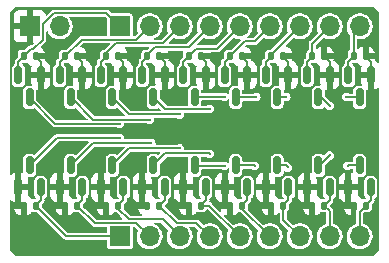
<source format=gbr>
%TF.GenerationSoftware,KiCad,Pcbnew,(6.0.9)*%
%TF.CreationDate,2024-05-18T22:59:34+02:00*%
%TF.ProjectId,Breadboard-byte-leds,42726561-6462-46f6-9172-642d62797465,rev?*%
%TF.SameCoordinates,Original*%
%TF.FileFunction,Copper,L2,Bot*%
%TF.FilePolarity,Positive*%
%FSLAX46Y46*%
G04 Gerber Fmt 4.6, Leading zero omitted, Abs format (unit mm)*
G04 Created by KiCad (PCBNEW (6.0.9)) date 2024-05-18 22:59:34*
%MOMM*%
%LPD*%
G01*
G04 APERTURE LIST*
G04 Aperture macros list*
%AMRoundRect*
0 Rectangle with rounded corners*
0 $1 Rounding radius*
0 $2 $3 $4 $5 $6 $7 $8 $9 X,Y pos of 4 corners*
0 Add a 4 corners polygon primitive as box body*
4,1,4,$2,$3,$4,$5,$6,$7,$8,$9,$2,$3,0*
0 Add four circle primitives for the rounded corners*
1,1,$1+$1,$2,$3*
1,1,$1+$1,$4,$5*
1,1,$1+$1,$6,$7*
1,1,$1+$1,$8,$9*
0 Add four rect primitives between the rounded corners*
20,1,$1+$1,$2,$3,$4,$5,0*
20,1,$1+$1,$4,$5,$6,$7,0*
20,1,$1+$1,$6,$7,$8,$9,0*
20,1,$1+$1,$8,$9,$2,$3,0*%
G04 Aperture macros list end*
%TA.AperFunction,ComponentPad*%
%ADD10R,1.700000X1.700000*%
%TD*%
%TA.AperFunction,ComponentPad*%
%ADD11O,1.700000X1.700000*%
%TD*%
%TA.AperFunction,SMDPad,CuDef*%
%ADD12RoundRect,0.135000X-0.135000X-0.185000X0.135000X-0.185000X0.135000X0.185000X-0.135000X0.185000X0*%
%TD*%
%TA.AperFunction,SMDPad,CuDef*%
%ADD13RoundRect,0.135000X0.135000X0.185000X-0.135000X0.185000X-0.135000X-0.185000X0.135000X-0.185000X0*%
%TD*%
%TA.AperFunction,SMDPad,CuDef*%
%ADD14RoundRect,0.150000X0.150000X-0.587500X0.150000X0.587500X-0.150000X0.587500X-0.150000X-0.587500X0*%
%TD*%
%TA.AperFunction,SMDPad,CuDef*%
%ADD15RoundRect,0.150000X-0.150000X0.587500X-0.150000X-0.587500X0.150000X-0.587500X0.150000X0.587500X0*%
%TD*%
%TA.AperFunction,ViaPad*%
%ADD16C,0.250000*%
%TD*%
%TA.AperFunction,Conductor*%
%ADD17C,0.127000*%
%TD*%
G04 APERTURE END LIST*
D10*
%TO.P,J2,1,Pin_1*%
%TO.N,/LED10_GATE*%
X149860000Y-86360000D03*
D11*
%TO.P,J2,2,Pin_2*%
%TO.N,/LED11_GATE*%
X152400000Y-86360000D03*
%TO.P,J2,3,Pin_3*%
%TO.N,/LED12_GATE*%
X154940000Y-86360000D03*
%TO.P,J2,4,Pin_4*%
%TO.N,/LED13_GATE*%
X157480000Y-86360000D03*
%TO.P,J2,5,Pin_5*%
%TO.N,/LED14_GATE*%
X160020000Y-86360000D03*
%TO.P,J2,6,Pin_6*%
%TO.N,/LED15_GATE*%
X162560000Y-86360000D03*
%TO.P,J2,7,Pin_7*%
%TO.N,/LED16_GATE*%
X165100000Y-86360000D03*
%TO.P,J2,8,Pin_8*%
%TO.N,/LED17_GATE*%
X167640000Y-86360000D03*
%TO.P,J2,9,Pin_9*%
%TO.N,/LED18_GATE*%
X170180000Y-86360000D03*
%TD*%
D12*
%TO.P,R15,1*%
%TO.N,/LED6_GATE*%
X159192500Y-71120000D03*
%TO.P,R15,2*%
%TO.N,GND*%
X160212500Y-71120000D03*
%TD*%
D13*
%TO.P,R30,1*%
%TO.N,/LED12_GATE*%
X149735000Y-83756500D03*
%TO.P,R30,2*%
%TO.N,GND*%
X148715000Y-83756500D03*
%TD*%
D14*
%TO.P,Q14,1,G*%
%TO.N,/LED14_GATE*%
X157160000Y-82217500D03*
%TO.P,Q14,2,S*%
%TO.N,GND*%
X155260000Y-82217500D03*
%TO.P,Q14,3,D*%
%TO.N,Net-(D14-Pad1)*%
X156210000Y-80342500D03*
%TD*%
D12*
%TO.P,R13,1*%
%TO.N,/LED4_GATE*%
X152207500Y-71120000D03*
%TO.P,R13,2*%
%TO.N,GND*%
X153227500Y-71120000D03*
%TD*%
D15*
%TO.P,Q2,1,G*%
%TO.N,/LED2_GATE*%
X144782500Y-72722500D03*
%TO.P,Q2,2,S*%
%TO.N,GND*%
X146682500Y-72722500D03*
%TO.P,Q2,3,D*%
%TO.N,Net-(D2-Pad1)*%
X145732500Y-74597500D03*
%TD*%
D12*
%TO.P,R10,1*%
%TO.N,/LED1_GATE*%
X141730000Y-71120000D03*
%TO.P,R10,2*%
%TO.N,GND*%
X142750000Y-71120000D03*
%TD*%
D14*
%TO.P,Q12,1,G*%
%TO.N,/LED12_GATE*%
X150175000Y-82217500D03*
%TO.P,Q12,2,S*%
%TO.N,GND*%
X148275000Y-82217500D03*
%TO.P,Q12,3,D*%
%TO.N,Net-(D12-Pad1)*%
X149225000Y-80342500D03*
%TD*%
D12*
%TO.P,R18,1*%
%TO.N,/LED9_GATE*%
X169670000Y-71120000D03*
%TO.P,R18,2*%
%TO.N,GND*%
X170690000Y-71120000D03*
%TD*%
D13*
%TO.P,R34,1*%
%TO.N,/LED16_GATE*%
X163705000Y-83756500D03*
%TO.P,R34,2*%
%TO.N,GND*%
X162685000Y-83756500D03*
%TD*%
D14*
%TO.P,Q16,1,G*%
%TO.N,/LED16_GATE*%
X164145000Y-82217500D03*
%TO.P,Q16,2,S*%
%TO.N,GND*%
X162245000Y-82217500D03*
%TO.P,Q16,3,D*%
%TO.N,Net-(D16-Pad1)*%
X163195000Y-80342500D03*
%TD*%
D12*
%TO.P,R16,1*%
%TO.N,/LED7_GATE*%
X162685000Y-71120000D03*
%TO.P,R16,2*%
%TO.N,GND*%
X163705000Y-71120000D03*
%TD*%
D15*
%TO.P,Q9,1,G*%
%TO.N,/LED9_GATE*%
X169230000Y-72722500D03*
%TO.P,Q9,2,S*%
%TO.N,GND*%
X171130000Y-72722500D03*
%TO.P,Q9,3,D*%
%TO.N,Net-(D9-Pad1)*%
X170180000Y-74597500D03*
%TD*%
D12*
%TO.P,R14,1*%
%TO.N,/LED5_GATE*%
X155700000Y-71120000D03*
%TO.P,R14,2*%
%TO.N,GND*%
X156720000Y-71120000D03*
%TD*%
D15*
%TO.P,Q5,1,G*%
%TO.N,/LED5_GATE*%
X155260000Y-72722500D03*
%TO.P,Q5,2,S*%
%TO.N,GND*%
X157160000Y-72722500D03*
%TO.P,Q5,3,D*%
%TO.N,Net-(D5-Pad1)*%
X156210000Y-74597500D03*
%TD*%
D13*
%TO.P,R32,1*%
%TO.N,/LED14_GATE*%
X156720000Y-83756500D03*
%TO.P,R32,2*%
%TO.N,GND*%
X155700000Y-83756500D03*
%TD*%
D14*
%TO.P,Q17,1,G*%
%TO.N,/LED17_GATE*%
X167637500Y-82217500D03*
%TO.P,Q17,2,S*%
%TO.N,GND*%
X165737500Y-82217500D03*
%TO.P,Q17,3,D*%
%TO.N,Net-(D17-Pad1)*%
X166687500Y-80342500D03*
%TD*%
%TO.P,Q15,1,G*%
%TO.N,/LED15_GATE*%
X160652500Y-82217500D03*
%TO.P,Q15,2,S*%
%TO.N,GND*%
X158752500Y-82217500D03*
%TO.P,Q15,3,D*%
%TO.N,Net-(D15-Pad1)*%
X159702500Y-80342500D03*
%TD*%
%TO.P,Q18,1,G*%
%TO.N,/LED18_GATE*%
X171130000Y-82217500D03*
%TO.P,Q18,2,S*%
%TO.N,GND*%
X169230000Y-82217500D03*
%TO.P,Q18,3,D*%
%TO.N,Net-(D18-Pad1)*%
X170180000Y-80342500D03*
%TD*%
D15*
%TO.P,Q4,1,G*%
%TO.N,/LED4_GATE*%
X151767500Y-72722500D03*
%TO.P,Q4,2,S*%
%TO.N,GND*%
X153667500Y-72722500D03*
%TO.P,Q4,3,D*%
%TO.N,Net-(D4-Pad1)*%
X152717500Y-74597500D03*
%TD*%
%TO.P,Q6,1,G*%
%TO.N,/LED6_GATE*%
X158752500Y-72722500D03*
%TO.P,Q6,2,S*%
%TO.N,GND*%
X160652500Y-72722500D03*
%TO.P,Q6,3,D*%
%TO.N,Net-(D6-Pad1)*%
X159702500Y-74597500D03*
%TD*%
%TO.P,Q8,1,G*%
%TO.N,/LED8_GATE*%
X165737500Y-72722500D03*
%TO.P,Q8,2,S*%
%TO.N,GND*%
X167637500Y-72722500D03*
%TO.P,Q8,3,D*%
%TO.N,Net-(D8-Pad1)*%
X166687500Y-74597500D03*
%TD*%
D13*
%TO.P,R28,1*%
%TO.N,/LED10_GATE*%
X142750000Y-83756500D03*
%TO.P,R28,2*%
%TO.N,GND*%
X141730000Y-83756500D03*
%TD*%
D14*
%TO.P,Q11,1,G*%
%TO.N,/LED11_GATE*%
X146682500Y-82217500D03*
%TO.P,Q11,2,S*%
%TO.N,GND*%
X144782500Y-82217500D03*
%TO.P,Q11,3,D*%
%TO.N,Net-(D11-Pad1)*%
X145732500Y-80342500D03*
%TD*%
D13*
%TO.P,R35,1*%
%TO.N,/LED17_GATE*%
X167197500Y-83756500D03*
%TO.P,R35,2*%
%TO.N,GND*%
X166177500Y-83756500D03*
%TD*%
D14*
%TO.P,Q13,1,G*%
%TO.N,/LED13_GATE*%
X153667500Y-82217500D03*
%TO.P,Q13,2,S*%
%TO.N,GND*%
X151767500Y-82217500D03*
%TO.P,Q13,3,D*%
%TO.N,Net-(D13-Pad1)*%
X152717500Y-80342500D03*
%TD*%
D15*
%TO.P,Q7,1,G*%
%TO.N,/LED7_GATE*%
X162245000Y-72722500D03*
%TO.P,Q7,2,S*%
%TO.N,GND*%
X164145000Y-72722500D03*
%TO.P,Q7,3,D*%
%TO.N,Net-(D7-Pad1)*%
X163195000Y-74597500D03*
%TD*%
D13*
%TO.P,R36,1*%
%TO.N,/LED18_GATE*%
X170690000Y-83756500D03*
%TO.P,R36,2*%
%TO.N,GND*%
X169670000Y-83756500D03*
%TD*%
D12*
%TO.P,R11,1*%
%TO.N,/LED2_GATE*%
X145222500Y-71120000D03*
%TO.P,R11,2*%
%TO.N,GND*%
X146242500Y-71120000D03*
%TD*%
D13*
%TO.P,R31,1*%
%TO.N,/LED13_GATE*%
X153227500Y-83756500D03*
%TO.P,R31,2*%
%TO.N,GND*%
X152207500Y-83756500D03*
%TD*%
D15*
%TO.P,Q3,1,G*%
%TO.N,/LED3_GATE*%
X148275000Y-72722500D03*
%TO.P,Q3,2,S*%
%TO.N,GND*%
X150175000Y-72722500D03*
%TO.P,Q3,3,D*%
%TO.N,Net-(D3-Pad1)*%
X149225000Y-74597500D03*
%TD*%
D10*
%TO.P,J3,1,Pin_1*%
%TO.N,GND*%
X142240000Y-68580000D03*
D11*
%TO.P,J3,2,Pin_2*%
%TO.N,+3.3V*%
X144780000Y-68580000D03*
%TD*%
D14*
%TO.P,Q10,1,G*%
%TO.N,/LED10_GATE*%
X143190000Y-82217500D03*
%TO.P,Q10,2,S*%
%TO.N,GND*%
X141290000Y-82217500D03*
%TO.P,Q10,3,D*%
%TO.N,Net-(D10-Pad1)*%
X142240000Y-80342500D03*
%TD*%
D13*
%TO.P,R33,1*%
%TO.N,/LED15_GATE*%
X160212500Y-83756500D03*
%TO.P,R33,2*%
%TO.N,GND*%
X159192500Y-83756500D03*
%TD*%
D10*
%TO.P,J1,1,Pin_1*%
%TO.N,/LED1_GATE*%
X149860000Y-68580000D03*
D11*
%TO.P,J1,2,Pin_2*%
%TO.N,/LED2_GATE*%
X152400000Y-68580000D03*
%TO.P,J1,3,Pin_3*%
%TO.N,/LED3_GATE*%
X154940000Y-68580000D03*
%TO.P,J1,4,Pin_4*%
%TO.N,/LED4_GATE*%
X157480000Y-68580000D03*
%TO.P,J1,5,Pin_5*%
%TO.N,/LED5_GATE*%
X160020000Y-68580000D03*
%TO.P,J1,6,Pin_6*%
%TO.N,/LED6_GATE*%
X162560000Y-68580000D03*
%TO.P,J1,7,Pin_7*%
%TO.N,/LED7_GATE*%
X165100000Y-68580000D03*
%TO.P,J1,8,Pin_8*%
%TO.N,/LED8_GATE*%
X167640000Y-68580000D03*
%TO.P,J1,9,Pin_9*%
%TO.N,/LED9_GATE*%
X170180000Y-68580000D03*
%TD*%
D12*
%TO.P,R12,1*%
%TO.N,/LED3_GATE*%
X148715000Y-71120000D03*
%TO.P,R12,2*%
%TO.N,GND*%
X149735000Y-71120000D03*
%TD*%
D13*
%TO.P,R29,1*%
%TO.N,/LED11_GATE*%
X146242500Y-83756500D03*
%TO.P,R29,2*%
%TO.N,GND*%
X145222500Y-83756500D03*
%TD*%
D12*
%TO.P,R17,1*%
%TO.N,/LED8_GATE*%
X166177500Y-71120000D03*
%TO.P,R17,2*%
%TO.N,GND*%
X167197500Y-71120000D03*
%TD*%
D15*
%TO.P,Q1,1,G*%
%TO.N,/LED1_GATE*%
X141290000Y-72722500D03*
%TO.P,Q1,2,S*%
%TO.N,GND*%
X143190000Y-72722500D03*
%TO.P,Q1,3,D*%
%TO.N,Net-(D1-Pad1)*%
X142240000Y-74597500D03*
%TD*%
D16*
%TO.N,Net-(D1-Pad1)*%
X149860000Y-76835000D03*
%TO.N,Net-(D2-Pad1)*%
X152400000Y-76482500D03*
%TO.N,Net-(D3-Pad1)*%
X154940000Y-76040500D03*
%TO.N,Net-(D4-Pad1)*%
X157480000Y-75565000D03*
%TO.N,Net-(D5-Pad1)*%
X158750000Y-74549000D03*
%TO.N,Net-(D6-Pad1)*%
X161417000Y-74549000D03*
%TO.N,Net-(D7-Pad1)*%
X163957000Y-74549000D03*
%TO.N,Net-(D8-Pad1)*%
X167640000Y-75311000D03*
%TO.N,Net-(D9-Pad1)*%
X169037000Y-74549000D03*
%TO.N,Net-(D10-Pad1)*%
X149860000Y-78015500D03*
%TO.N,Net-(D11-Pad1)*%
X152527000Y-78457500D03*
%TO.N,Net-(D12-Pad1)*%
X154940000Y-78899500D03*
%TO.N,Net-(D13-Pad1)*%
X157480000Y-79375000D03*
%TO.N,Net-(D14-Pad1)*%
X158750000Y-80391000D03*
%TO.N,Net-(D15-Pad1)*%
X161290000Y-80391000D03*
%TO.N,Net-(D16-Pad1)*%
X164084000Y-80518000D03*
%TO.N,Net-(D17-Pad1)*%
X167640000Y-79502000D03*
%TO.N,Net-(D18-Pad1)*%
X169164000Y-80391000D03*
%TD*%
D17*
%TO.N,Net-(D1-Pad1)*%
X142240000Y-74676000D02*
X144399000Y-76835000D01*
X142240000Y-74597500D02*
X142240000Y-74676000D01*
X144653000Y-76835000D02*
X149860000Y-76835000D01*
X144399000Y-76835000D02*
X144653000Y-76835000D01*
%TO.N,Net-(D2-Pad1)*%
X152399500Y-76483000D02*
X152400000Y-76482500D01*
X145732500Y-74597500D02*
X147618000Y-76483000D01*
X147618000Y-76483000D02*
X152399500Y-76483000D01*
%TO.N,Net-(D3-Pad1)*%
X149225000Y-74597500D02*
X150668000Y-76040500D01*
X150668000Y-76040500D02*
X154940000Y-76040500D01*
%TO.N,Net-(D4-Pad1)*%
X152717500Y-74597500D02*
X153718500Y-75598500D01*
X153718500Y-75598500D02*
X157446500Y-75598500D01*
X157446500Y-75598500D02*
X157480000Y-75565000D01*
%TO.N,Net-(D5-Pad1)*%
X156210000Y-74597500D02*
X156258500Y-74549000D01*
X156258500Y-74549000D02*
X158750000Y-74549000D01*
%TO.N,Net-(D6-Pad1)*%
X159702500Y-74597500D02*
X161368500Y-74597500D01*
X161368500Y-74597500D02*
X161417000Y-74549000D01*
%TO.N,Net-(D7-Pad1)*%
X163195000Y-74597500D02*
X163908500Y-74597500D01*
X163908500Y-74597500D02*
X163957000Y-74549000D01*
%TO.N,Net-(D8-Pad1)*%
X166687500Y-74597500D02*
X166926500Y-74597500D01*
X166926500Y-74597500D02*
X167640000Y-75311000D01*
%TO.N,Net-(D9-Pad1)*%
X169085500Y-74597500D02*
X169037000Y-74549000D01*
X170180000Y-74597500D02*
X169085500Y-74597500D01*
%TO.N,Net-(D10-Pad1)*%
X144567000Y-78015500D02*
X149860000Y-78015500D01*
X142240000Y-80342500D02*
X144567000Y-78015500D01*
%TO.N,Net-(D11-Pad1)*%
X147617500Y-78457500D02*
X152527000Y-78457500D01*
X145732500Y-80342500D02*
X147617500Y-78457500D01*
%TO.N,Net-(D12-Pad1)*%
X150668000Y-78899500D02*
X154940000Y-78899500D01*
X149225000Y-80342500D02*
X150668000Y-78899500D01*
%TO.N,Net-(D13-Pad1)*%
X152717500Y-80342500D02*
X153718500Y-79341500D01*
X157446500Y-79341500D02*
X157480000Y-79375000D01*
X153718500Y-79341500D02*
X157446500Y-79341500D01*
%TO.N,Net-(D14-Pad1)*%
X156258500Y-80391000D02*
X158750000Y-80391000D01*
X156210000Y-80342500D02*
X156258500Y-80391000D01*
%TO.N,Net-(D15-Pad1)*%
X159702500Y-80342500D02*
X161241500Y-80342500D01*
X161241500Y-80342500D02*
X161290000Y-80391000D01*
%TO.N,Net-(D16-Pad1)*%
X163908500Y-80342500D02*
X164084000Y-80518000D01*
X163195000Y-80342500D02*
X163908500Y-80342500D01*
%TO.N,Net-(D17-Pad1)*%
X166799500Y-80342500D02*
X167640000Y-79502000D01*
X166687500Y-80342500D02*
X166799500Y-80342500D01*
%TO.N,Net-(D18-Pad1)*%
X169212500Y-80342500D02*
X169164000Y-80391000D01*
X170180000Y-80342500D02*
X169212500Y-80342500D01*
%TO.N,/LED1_GATE*%
X143353500Y-69693500D02*
X142562000Y-70485000D01*
X141290000Y-72722500D02*
X141290000Y-71560000D01*
X142562000Y-70485000D02*
X142365000Y-70485000D01*
X148746500Y-67466500D02*
X144306000Y-67466500D01*
X143353500Y-68419000D02*
X143353500Y-69693500D01*
X144306000Y-67466500D02*
X143353500Y-68419000D01*
X141290000Y-71560000D02*
X141730000Y-71120000D01*
X149860000Y-68580000D02*
X148746500Y-67466500D01*
X142365000Y-70485000D02*
X141730000Y-71120000D01*
%TO.N,/LED2_GATE*%
X144782500Y-71560000D02*
X145222500Y-71120000D01*
X144782500Y-72722500D02*
X144782500Y-71560000D01*
X152400000Y-68580000D02*
X151286500Y-69693500D01*
X151286500Y-69693500D02*
X146649000Y-69693500D01*
X146649000Y-69693500D02*
X145222500Y-71120000D01*
%TO.N,/LED3_GATE*%
X154940000Y-68580000D02*
X153499500Y-70020500D01*
X148275000Y-71560000D02*
X148715000Y-71120000D01*
X149542500Y-70020500D02*
X148715000Y-70848000D01*
X148715000Y-70848000D02*
X148715000Y-71120000D01*
X148275000Y-72722500D02*
X148275000Y-71560000D01*
X153499500Y-70020500D02*
X149542500Y-70020500D01*
%TO.N,/LED4_GATE*%
X155712500Y-70347500D02*
X153364052Y-70347500D01*
X153364052Y-70347500D02*
X152855000Y-70347500D01*
X157480000Y-68580000D02*
X155712500Y-70347500D01*
X152855000Y-70347500D02*
X152082500Y-71120000D01*
X151767500Y-72722500D02*
X151767500Y-71560000D01*
X151767500Y-71560000D02*
X152207500Y-71120000D01*
%TO.N,/LED5_GATE*%
X158115000Y-70485000D02*
X156335000Y-70485000D01*
X155260000Y-72722500D02*
X155260000Y-71560000D01*
X160020000Y-68580000D02*
X158115000Y-70485000D01*
X155260000Y-71560000D02*
X155700000Y-71120000D01*
X156335000Y-70485000D02*
X155700000Y-71120000D01*
%TO.N,/LED6_GATE*%
X160462500Y-69850000D02*
X159192500Y-71120000D01*
X161290000Y-69850000D02*
X160462500Y-69850000D01*
X158752500Y-71560000D02*
X159192500Y-71120000D01*
X158752500Y-72722500D02*
X158752500Y-71560000D01*
X162560000Y-68580000D02*
X161290000Y-69850000D01*
%TO.N,/LED7_GATE*%
X162685000Y-70995000D02*
X162685000Y-71120000D01*
X162245000Y-72722500D02*
X162245000Y-71560000D01*
X162245000Y-71560000D02*
X162685000Y-71120000D01*
X165100000Y-68580000D02*
X162685000Y-70995000D01*
%TO.N,/LED8_GATE*%
X166177500Y-70042500D02*
X166177500Y-71120000D01*
X165737500Y-71560000D02*
X166177500Y-71120000D01*
X167640000Y-68580000D02*
X166177500Y-70042500D01*
X165737500Y-72722500D02*
X165737500Y-71560000D01*
%TO.N,/LED9_GATE*%
X169230000Y-71560000D02*
X169670000Y-71120000D01*
X169230000Y-72722500D02*
X169230000Y-71560000D01*
X169672000Y-71118000D02*
X169670000Y-71120000D01*
X169672000Y-69088000D02*
X169672000Y-71118000D01*
X170180000Y-68580000D02*
X169672000Y-69088000D01*
%TO.N,/LED10_GATE*%
X143190000Y-83316500D02*
X142750000Y-83756500D01*
X149860000Y-86360000D02*
X145353500Y-86360000D01*
X143190000Y-82217500D02*
X143190000Y-83316500D01*
X145353500Y-86360000D02*
X142750000Y-83756500D01*
%TO.N,/LED11_GATE*%
X147732500Y-85246500D02*
X146242500Y-83756500D01*
X151286500Y-85246500D02*
X147732500Y-85246500D01*
X146682500Y-83316500D02*
X146242500Y-83756500D01*
X146682500Y-82217500D02*
X146682500Y-83316500D01*
X152400000Y-86360000D02*
X151286500Y-85246500D01*
%TO.N,/LED12_GATE*%
X154940000Y-86360000D02*
X153499500Y-84919500D01*
X149735000Y-84032500D02*
X149735000Y-83756500D01*
X150622000Y-84919500D02*
X149735000Y-84032500D01*
X153499500Y-84919500D02*
X150622000Y-84919500D01*
X150175000Y-83316500D02*
X149735000Y-83756500D01*
X150175000Y-82217500D02*
X150175000Y-83316500D01*
%TO.N,/LED13_GATE*%
X153667500Y-82217500D02*
X153667500Y-83316500D01*
X154717500Y-85246500D02*
X153227500Y-83756500D01*
X156366500Y-85246500D02*
X154717500Y-85246500D01*
X153667500Y-83316500D02*
X153227500Y-83756500D01*
X157480000Y-86360000D02*
X156366500Y-85246500D01*
%TO.N,/LED14_GATE*%
X160020000Y-86360000D02*
X157416500Y-83756500D01*
X157160000Y-83316500D02*
X156720000Y-83756500D01*
X157160000Y-82217500D02*
X157160000Y-83316500D01*
X157416500Y-83756500D02*
X156720000Y-83756500D01*
%TO.N,/LED15_GATE*%
X162560000Y-86360000D02*
X160212500Y-84012500D01*
X160212500Y-84012500D02*
X160212500Y-83756500D01*
X160652500Y-83316500D02*
X160212500Y-83756500D01*
X160652500Y-82217500D02*
X160652500Y-83316500D01*
%TO.N,/LED16_GATE*%
X164145000Y-82217500D02*
X164145000Y-83316500D01*
X163705000Y-84965000D02*
X163705000Y-83756500D01*
X164145000Y-83316500D02*
X163705000Y-83756500D01*
X165100000Y-86360000D02*
X163705000Y-84965000D01*
%TO.N,/LED17_GATE*%
X167637500Y-83316500D02*
X167197500Y-83756500D01*
X167640000Y-86360000D02*
X167640000Y-84199000D01*
X167640000Y-84199000D02*
X167197500Y-83756500D01*
X167637500Y-82217500D02*
X167637500Y-83316500D01*
%TO.N,/LED18_GATE*%
X171130000Y-82217500D02*
X171130000Y-83316500D01*
X170180000Y-84266500D02*
X170690000Y-83756500D01*
X171130000Y-83316500D02*
X170690000Y-83756500D01*
X170180000Y-86360000D02*
X170180000Y-84266500D01*
%TO.N,GND*%
X146682500Y-72722500D02*
X146682500Y-71560000D01*
X164145000Y-71560000D02*
X163705000Y-71120000D01*
X162245000Y-82217500D02*
X162245000Y-83316500D01*
X143190000Y-72722500D02*
X143190000Y-71560000D01*
X158752500Y-82217500D02*
X158752500Y-83316500D01*
X165737500Y-83316500D02*
X166177500Y-83756500D01*
X160652500Y-72722500D02*
X160652500Y-71560000D01*
X144782500Y-83316500D02*
X145222500Y-83756500D01*
X150175000Y-72722500D02*
X150175000Y-71560000D01*
X157160000Y-72722500D02*
X157160000Y-71560000D01*
X158752500Y-83316500D02*
X159192500Y-83756500D01*
X160652500Y-71560000D02*
X160212500Y-71120000D01*
X171130000Y-71560000D02*
X170690000Y-71120000D01*
X155260000Y-82217500D02*
X155260000Y-83316500D01*
X151767500Y-82217500D02*
X151767500Y-83316500D01*
X148275000Y-83316500D02*
X148715000Y-83756500D01*
X146682500Y-71560000D02*
X146242500Y-71120000D01*
X151767500Y-83316500D02*
X152207500Y-83756500D01*
X153667500Y-71560000D02*
X153227500Y-71120000D01*
X141290000Y-83316500D02*
X141730000Y-83756500D01*
X169230000Y-82217500D02*
X169230000Y-83316500D01*
X164145000Y-72722500D02*
X164145000Y-71560000D01*
X144782500Y-82217500D02*
X144782500Y-83316500D01*
X167637500Y-72722500D02*
X167637500Y-71560000D01*
X169230000Y-83316500D02*
X169670000Y-83756500D01*
X150175000Y-71560000D02*
X149735000Y-71120000D01*
X153667500Y-72722500D02*
X153667500Y-71560000D01*
X162245000Y-83316500D02*
X162685000Y-83756500D01*
X157160000Y-71560000D02*
X156720000Y-71120000D01*
X141290000Y-82217500D02*
X141290000Y-83316500D01*
X165737500Y-82217500D02*
X165737500Y-83316500D01*
X171130000Y-72722500D02*
X171130000Y-71560000D01*
X167637500Y-71560000D02*
X167197500Y-71120000D01*
X148275000Y-82217500D02*
X148275000Y-83316500D01*
X155260000Y-83316500D02*
X155700000Y-83756500D01*
X143190000Y-71560000D02*
X142750000Y-71120000D01*
%TD*%
%TA.AperFunction,Conductor*%
%TO.N,GND*%
G36*
X171367445Y-66936806D02*
G01*
X171823194Y-67392555D01*
X171841500Y-67436749D01*
X171841500Y-71615059D01*
X171823194Y-71659253D01*
X171779000Y-71677559D01*
X171734806Y-71659253D01*
X171689279Y-71613726D01*
X171683115Y-71608944D01*
X171546783Y-71528319D01*
X171539624Y-71525221D01*
X171499110Y-71513450D01*
X171461778Y-71483541D01*
X171456530Y-71435995D01*
X171464240Y-71409457D01*
X171465383Y-71403200D01*
X171466705Y-71386395D01*
X171463765Y-71377345D01*
X171457200Y-71374000D01*
X170498500Y-71374000D01*
X170454306Y-71355694D01*
X170436000Y-71311500D01*
X170436000Y-70853569D01*
X170944000Y-70853569D01*
X170947641Y-70862359D01*
X170956431Y-70866000D01*
X171455250Y-70866000D01*
X171464040Y-70862359D01*
X171466859Y-70855554D01*
X171465383Y-70836800D01*
X171464240Y-70830543D01*
X171420906Y-70681386D01*
X171417802Y-70674214D01*
X171339110Y-70541154D01*
X171334327Y-70534987D01*
X171225013Y-70425673D01*
X171218846Y-70420890D01*
X171085786Y-70342198D01*
X171078614Y-70339094D01*
X170955940Y-70303454D01*
X170946480Y-70304498D01*
X170944000Y-70307594D01*
X170944000Y-70853569D01*
X170436000Y-70853569D01*
X170436000Y-70312416D01*
X170432359Y-70303626D01*
X170428693Y-70302108D01*
X170301386Y-70339094D01*
X170294214Y-70342198D01*
X170161154Y-70420890D01*
X170154987Y-70425673D01*
X170085694Y-70494966D01*
X170041500Y-70513272D01*
X169997306Y-70494966D01*
X169979000Y-70450772D01*
X169979000Y-69731529D01*
X169997306Y-69687335D01*
X170043954Y-69669077D01*
X170234615Y-69676568D01*
X170234619Y-69676568D01*
X170237475Y-69676680D01*
X170436366Y-69647842D01*
X170531519Y-69615542D01*
X170623959Y-69584163D01*
X170623960Y-69584163D01*
X170626672Y-69583242D01*
X170802019Y-69485043D01*
X170807482Y-69480500D01*
X170954336Y-69358362D01*
X170956534Y-69356534D01*
X171004966Y-69298301D01*
X171083212Y-69204221D01*
X171083214Y-69204218D01*
X171085043Y-69202019D01*
X171183242Y-69026672D01*
X171184692Y-69022402D01*
X171246921Y-68839079D01*
X171247842Y-68836366D01*
X171276680Y-68637475D01*
X171278185Y-68580000D01*
X171259796Y-68379872D01*
X171255535Y-68364762D01*
X171206022Y-68189203D01*
X171206020Y-68189199D01*
X171205244Y-68186446D01*
X171116357Y-68006200D01*
X171098201Y-67981886D01*
X170997828Y-67847470D01*
X170997827Y-67847468D01*
X170996111Y-67845171D01*
X170848533Y-67708751D01*
X170678566Y-67601510D01*
X170644206Y-67587802D01*
X170494559Y-67528099D01*
X170494555Y-67528098D01*
X170491901Y-67527039D01*
X170489095Y-67526481D01*
X170489092Y-67526480D01*
X170297598Y-67488389D01*
X170297596Y-67488389D01*
X170294792Y-67487831D01*
X170200067Y-67486591D01*
X170096699Y-67485237D01*
X170096694Y-67485237D01*
X170093837Y-67485200D01*
X170091016Y-67485685D01*
X170091013Y-67485685D01*
X169898590Y-67518750D01*
X169898587Y-67518751D01*
X169895769Y-67519235D01*
X169893089Y-67520224D01*
X169893084Y-67520225D01*
X169709907Y-67587802D01*
X169709904Y-67587804D01*
X169707219Y-67588794D01*
X169704759Y-67590257D01*
X169704758Y-67590258D01*
X169536968Y-67690083D01*
X169536964Y-67690086D01*
X169534503Y-67691550D01*
X169512667Y-67710700D01*
X169420183Y-67791806D01*
X169383405Y-67824059D01*
X169258985Y-67981886D01*
X169165409Y-68159743D01*
X169164562Y-68162470D01*
X169164561Y-68162473D01*
X169113785Y-68326000D01*
X169105813Y-68351674D01*
X169082191Y-68551253D01*
X169095335Y-68751794D01*
X169144805Y-68946582D01*
X169228944Y-69129092D01*
X169230595Y-69131427D01*
X169230596Y-69131430D01*
X169280484Y-69202019D01*
X169344934Y-69293214D01*
X169346992Y-69295219D01*
X169348846Y-69297389D01*
X169347778Y-69298301D01*
X169365000Y-69339130D01*
X169365000Y-70557837D01*
X169346694Y-70602031D01*
X169330046Y-70613939D01*
X169316257Y-70620709D01*
X169316256Y-70620710D01*
X169311620Y-70622986D01*
X169280161Y-70654500D01*
X169226244Y-70708510D01*
X169226242Y-70708512D01*
X169222596Y-70712165D01*
X169220328Y-70716805D01*
X169184602Y-70789893D01*
X169167259Y-70825372D01*
X169166558Y-70830175D01*
X169166558Y-70830176D01*
X169165592Y-70836800D01*
X169156500Y-70899122D01*
X169156500Y-71173448D01*
X169138194Y-71217642D01*
X169052730Y-71303106D01*
X169047951Y-71307231D01*
X169043788Y-71309266D01*
X169014464Y-71340878D01*
X169008924Y-71346850D01*
X169007297Y-71348539D01*
X168992727Y-71363109D01*
X168991097Y-71365486D01*
X168989257Y-71367700D01*
X168989193Y-71367647D01*
X168986440Y-71371088D01*
X168983739Y-71374000D01*
X168966010Y-71393112D01*
X168963872Y-71398471D01*
X168960058Y-71408030D01*
X168953549Y-71420221D01*
X168944463Y-71433467D01*
X168943131Y-71439078D01*
X168943131Y-71439079D01*
X168937526Y-71462696D01*
X168934766Y-71471422D01*
X168925263Y-71495242D01*
X168925262Y-71495247D01*
X168923630Y-71499337D01*
X168923000Y-71505762D01*
X168923000Y-71516591D01*
X168921311Y-71531023D01*
X168918055Y-71544743D01*
X168918833Y-71550459D01*
X168922429Y-71576882D01*
X168923000Y-71585310D01*
X168923000Y-71735060D01*
X168904694Y-71779254D01*
X168888874Y-71790748D01*
X168850204Y-71810451D01*
X168850201Y-71810454D01*
X168845823Y-71812684D01*
X168757684Y-71900823D01*
X168701094Y-72011886D01*
X168686500Y-72104031D01*
X168686501Y-73340968D01*
X168701094Y-73433114D01*
X168757684Y-73544177D01*
X168845823Y-73632316D01*
X168956886Y-73688906D01*
X168971124Y-73691161D01*
X169046604Y-73703116D01*
X169046609Y-73703116D01*
X169049031Y-73703500D01*
X169230000Y-73703500D01*
X169410968Y-73703499D01*
X169503114Y-73688906D01*
X169614177Y-73632316D01*
X169702316Y-73544177D01*
X169758906Y-73433114D01*
X169773500Y-73340969D01*
X169773499Y-72104032D01*
X169758906Y-72011886D01*
X169702316Y-71900823D01*
X169614177Y-71812684D01*
X169609799Y-71810454D01*
X169609796Y-71810451D01*
X169592597Y-71801688D01*
X169561530Y-71765314D01*
X169565283Y-71717626D01*
X169601657Y-71686559D01*
X169620971Y-71683500D01*
X169840878Y-71683500D01*
X169915270Y-71672549D01*
X169919631Y-71670408D01*
X169948663Y-71656154D01*
X169996402Y-71653109D01*
X170030003Y-71680440D01*
X170040891Y-71698849D01*
X170045670Y-71705010D01*
X170154987Y-71814327D01*
X170161154Y-71819110D01*
X170294214Y-71897802D01*
X170304989Y-71902465D01*
X170304000Y-71904750D01*
X170335302Y-71929768D01*
X170340586Y-71977378D01*
X170325826Y-72028180D01*
X170324684Y-72034434D01*
X170322098Y-72067303D01*
X170322000Y-72069782D01*
X170322000Y-72456069D01*
X170325641Y-72464859D01*
X170334431Y-72468500D01*
X171321500Y-72468500D01*
X171365694Y-72486806D01*
X171384000Y-72531000D01*
X171384000Y-73952562D01*
X171387641Y-73961352D01*
X171391307Y-73962870D01*
X171539622Y-73919780D01*
X171546783Y-73916681D01*
X171683115Y-73836056D01*
X171689279Y-73831274D01*
X171734806Y-73785747D01*
X171779000Y-73767441D01*
X171823194Y-73785747D01*
X171841500Y-73829941D01*
X171841500Y-87503251D01*
X171823194Y-87547445D01*
X171367445Y-88003194D01*
X171323251Y-88021500D01*
X141096749Y-88021500D01*
X141052555Y-88003194D01*
X140596806Y-87547445D01*
X140578500Y-87503251D01*
X140578500Y-84020946D01*
X140953141Y-84020946D01*
X140954617Y-84039700D01*
X140955760Y-84045957D01*
X140999094Y-84195114D01*
X141002198Y-84202286D01*
X141080890Y-84335346D01*
X141085673Y-84341513D01*
X141194987Y-84450827D01*
X141201154Y-84455610D01*
X141334214Y-84534302D01*
X141341386Y-84537406D01*
X141464060Y-84573046D01*
X141473520Y-84572002D01*
X141476000Y-84568906D01*
X141476000Y-84022931D01*
X141472359Y-84014141D01*
X141463569Y-84010500D01*
X140964750Y-84010500D01*
X140955960Y-84014141D01*
X140953141Y-84020946D01*
X140578500Y-84020946D01*
X140578500Y-83324941D01*
X140596806Y-83280747D01*
X140641000Y-83262441D01*
X140685194Y-83280747D01*
X140730721Y-83326274D01*
X140736885Y-83331056D01*
X140873217Y-83411681D01*
X140880376Y-83414779D01*
X140908599Y-83422979D01*
X140945931Y-83452889D01*
X140953468Y-83487901D01*
X140953295Y-83490105D01*
X140956235Y-83499155D01*
X140962800Y-83502500D01*
X141023569Y-83502500D01*
X141032359Y-83498859D01*
X141036000Y-83490069D01*
X141544000Y-83490069D01*
X141547641Y-83498859D01*
X141556431Y-83502500D01*
X141921500Y-83502500D01*
X141965694Y-83520806D01*
X141984000Y-83565000D01*
X141984000Y-84564084D01*
X141987641Y-84572874D01*
X141991307Y-84574392D01*
X142118614Y-84537406D01*
X142125786Y-84534302D01*
X142258846Y-84455610D01*
X142265013Y-84450827D01*
X142374327Y-84341513D01*
X142379108Y-84335349D01*
X142390018Y-84316902D01*
X142428272Y-84288181D01*
X142471261Y-84292567D01*
X142505372Y-84309241D01*
X142510175Y-84309942D01*
X142510176Y-84309942D01*
X142532258Y-84313163D01*
X142579122Y-84320000D01*
X142853448Y-84320000D01*
X142897642Y-84338306D01*
X145096606Y-86537270D01*
X145100731Y-86542049D01*
X145102766Y-86546212D01*
X145140350Y-86581076D01*
X145142039Y-86582703D01*
X145156609Y-86597273D01*
X145158986Y-86598903D01*
X145161200Y-86600743D01*
X145161147Y-86600807D01*
X145164588Y-86603560D01*
X145175336Y-86613530D01*
X145186612Y-86623990D01*
X145191972Y-86626128D01*
X145191971Y-86626128D01*
X145201530Y-86629942D01*
X145213722Y-86636451D01*
X145226967Y-86645537D01*
X145232578Y-86646869D01*
X145232579Y-86646869D01*
X145256196Y-86652474D01*
X145264922Y-86655234D01*
X145288742Y-86664737D01*
X145288747Y-86664738D01*
X145292837Y-86666370D01*
X145299262Y-86667000D01*
X145310091Y-86667000D01*
X145324523Y-86668689D01*
X145338243Y-86671945D01*
X145343959Y-86671167D01*
X145370382Y-86667571D01*
X145378810Y-86667000D01*
X148704001Y-86667000D01*
X148748195Y-86685306D01*
X148766501Y-86729500D01*
X148766501Y-87233980D01*
X148767100Y-87236989D01*
X148767100Y-87236994D01*
X148779426Y-87298967D01*
X148780628Y-87305009D01*
X148834447Y-87385553D01*
X148914991Y-87439372D01*
X148921027Y-87440573D01*
X148921028Y-87440573D01*
X148983006Y-87452901D01*
X148983009Y-87452901D01*
X148986019Y-87453500D01*
X149860000Y-87453500D01*
X150733980Y-87453499D01*
X150736989Y-87452900D01*
X150736994Y-87452900D01*
X150798967Y-87440574D01*
X150798968Y-87440573D01*
X150805009Y-87439372D01*
X150821650Y-87428253D01*
X150880436Y-87388972D01*
X150885553Y-87385553D01*
X150939372Y-87305009D01*
X150953500Y-87233981D01*
X150953499Y-85616000D01*
X150971805Y-85571806D01*
X151015999Y-85553500D01*
X151133448Y-85553500D01*
X151177642Y-85571806D01*
X151408074Y-85802238D01*
X151426380Y-85846432D01*
X151419192Y-85875531D01*
X151385409Y-85939743D01*
X151384562Y-85942470D01*
X151384561Y-85942473D01*
X151355926Y-86034694D01*
X151325813Y-86131674D01*
X151302191Y-86331253D01*
X151315335Y-86531794D01*
X151316041Y-86534574D01*
X151350591Y-86670613D01*
X151364805Y-86726582D01*
X151448944Y-86909092D01*
X151564934Y-87073214D01*
X151708890Y-87213450D01*
X151875991Y-87325104D01*
X151943109Y-87353940D01*
X152058001Y-87403302D01*
X152058007Y-87403304D01*
X152060642Y-87404436D01*
X152160011Y-87426921D01*
X152253868Y-87448159D01*
X152253871Y-87448159D01*
X152256658Y-87448790D01*
X152345405Y-87452277D01*
X152454615Y-87456568D01*
X152454619Y-87456568D01*
X152457475Y-87456680D01*
X152656366Y-87427842D01*
X152846672Y-87363242D01*
X153022019Y-87265043D01*
X153055745Y-87236994D01*
X153174336Y-87138362D01*
X153176534Y-87136534D01*
X153305043Y-86982019D01*
X153403242Y-86806672D01*
X153467842Y-86616366D01*
X153496680Y-86417475D01*
X153498185Y-86360000D01*
X153479796Y-86159872D01*
X153479017Y-86157109D01*
X153426022Y-85969203D01*
X153426020Y-85969199D01*
X153425244Y-85966446D01*
X153336357Y-85786200D01*
X153318201Y-85761886D01*
X153217828Y-85627470D01*
X153217827Y-85627468D01*
X153216111Y-85625171D01*
X153068533Y-85488751D01*
X152898566Y-85381510D01*
X152812193Y-85347051D01*
X152777929Y-85313672D01*
X152777302Y-85265840D01*
X152810681Y-85231576D01*
X152835353Y-85226500D01*
X153346448Y-85226500D01*
X153390642Y-85244806D01*
X153948074Y-85802238D01*
X153966380Y-85846432D01*
X153959192Y-85875531D01*
X153925409Y-85939743D01*
X153924562Y-85942470D01*
X153924561Y-85942473D01*
X153895926Y-86034694D01*
X153865813Y-86131674D01*
X153842191Y-86331253D01*
X153855335Y-86531794D01*
X153856041Y-86534574D01*
X153890591Y-86670613D01*
X153904805Y-86726582D01*
X153988944Y-86909092D01*
X154104934Y-87073214D01*
X154248890Y-87213450D01*
X154415991Y-87325104D01*
X154483109Y-87353940D01*
X154598001Y-87403302D01*
X154598007Y-87403304D01*
X154600642Y-87404436D01*
X154700011Y-87426921D01*
X154793868Y-87448159D01*
X154793871Y-87448159D01*
X154796658Y-87448790D01*
X154885405Y-87452277D01*
X154994615Y-87456568D01*
X154994619Y-87456568D01*
X154997475Y-87456680D01*
X155196366Y-87427842D01*
X155386672Y-87363242D01*
X155562019Y-87265043D01*
X155595745Y-87236994D01*
X155714336Y-87138362D01*
X155716534Y-87136534D01*
X155845043Y-86982019D01*
X155943242Y-86806672D01*
X156007842Y-86616366D01*
X156036680Y-86417475D01*
X156038185Y-86360000D01*
X156019796Y-86159872D01*
X156019017Y-86157109D01*
X155966022Y-85969203D01*
X155966020Y-85969199D01*
X155965244Y-85966446D01*
X155876357Y-85786200D01*
X155856519Y-85759633D01*
X155777187Y-85653395D01*
X155765412Y-85607032D01*
X155789870Y-85565922D01*
X155827265Y-85553500D01*
X156213448Y-85553500D01*
X156257642Y-85571806D01*
X156488074Y-85802238D01*
X156506380Y-85846432D01*
X156499192Y-85875531D01*
X156465409Y-85939743D01*
X156464562Y-85942470D01*
X156464561Y-85942473D01*
X156435926Y-86034694D01*
X156405813Y-86131674D01*
X156382191Y-86331253D01*
X156395335Y-86531794D01*
X156396041Y-86534574D01*
X156430591Y-86670613D01*
X156444805Y-86726582D01*
X156528944Y-86909092D01*
X156644934Y-87073214D01*
X156788890Y-87213450D01*
X156955991Y-87325104D01*
X157023109Y-87353940D01*
X157138001Y-87403302D01*
X157138007Y-87403304D01*
X157140642Y-87404436D01*
X157240011Y-87426921D01*
X157333868Y-87448159D01*
X157333871Y-87448159D01*
X157336658Y-87448790D01*
X157425405Y-87452277D01*
X157534615Y-87456568D01*
X157534619Y-87456568D01*
X157537475Y-87456680D01*
X157736366Y-87427842D01*
X157926672Y-87363242D01*
X158102019Y-87265043D01*
X158135745Y-87236994D01*
X158254336Y-87138362D01*
X158256534Y-87136534D01*
X158385043Y-86982019D01*
X158483242Y-86806672D01*
X158547842Y-86616366D01*
X158576680Y-86417475D01*
X158578185Y-86360000D01*
X158559796Y-86159872D01*
X158559017Y-86157109D01*
X158506022Y-85969203D01*
X158506020Y-85969199D01*
X158505244Y-85966446D01*
X158416357Y-85786200D01*
X158398201Y-85761886D01*
X158297828Y-85627470D01*
X158297827Y-85627468D01*
X158296111Y-85625171D01*
X158148533Y-85488751D01*
X157978566Y-85381510D01*
X157857460Y-85333194D01*
X157794559Y-85308099D01*
X157794555Y-85308098D01*
X157791901Y-85307039D01*
X157789095Y-85306481D01*
X157789092Y-85306480D01*
X157597598Y-85268389D01*
X157597596Y-85268389D01*
X157594792Y-85267831D01*
X157500067Y-85266591D01*
X157396699Y-85265237D01*
X157396694Y-85265237D01*
X157393837Y-85265200D01*
X157391016Y-85265685D01*
X157391013Y-85265685D01*
X157198590Y-85298750D01*
X157198587Y-85298751D01*
X157195769Y-85299235D01*
X157193089Y-85300224D01*
X157193084Y-85300225D01*
X157009907Y-85367802D01*
X157009904Y-85367804D01*
X157007219Y-85368794D01*
X157004755Y-85370260D01*
X156996163Y-85375371D01*
X156948823Y-85382233D01*
X156920015Y-85365851D01*
X156623394Y-85069230D01*
X156619269Y-85064451D01*
X156617234Y-85060288D01*
X156579649Y-85025423D01*
X156577961Y-85023797D01*
X156563391Y-85009227D01*
X156561014Y-85007597D01*
X156558800Y-85005757D01*
X156558853Y-85005693D01*
X156555412Y-85002940D01*
X156537619Y-84986435D01*
X156533388Y-84982510D01*
X156518470Y-84976558D01*
X156506279Y-84970049D01*
X156504865Y-84969079D01*
X156493033Y-84960963D01*
X156487421Y-84959631D01*
X156463804Y-84954026D01*
X156455078Y-84951266D01*
X156431258Y-84941763D01*
X156431253Y-84941762D01*
X156427163Y-84940130D01*
X156420738Y-84939500D01*
X156409909Y-84939500D01*
X156395477Y-84937811D01*
X156387370Y-84935887D01*
X156381757Y-84934555D01*
X156376041Y-84935333D01*
X156349618Y-84938929D01*
X156341190Y-84939500D01*
X154870552Y-84939500D01*
X154826358Y-84921194D01*
X153926110Y-84020946D01*
X154923141Y-84020946D01*
X154924617Y-84039700D01*
X154925760Y-84045957D01*
X154969094Y-84195114D01*
X154972198Y-84202286D01*
X155050890Y-84335346D01*
X155055673Y-84341513D01*
X155164987Y-84450827D01*
X155171154Y-84455610D01*
X155304214Y-84534302D01*
X155311386Y-84537406D01*
X155434060Y-84573046D01*
X155443520Y-84572002D01*
X155446000Y-84568906D01*
X155446000Y-84022931D01*
X155442359Y-84014141D01*
X155433569Y-84010500D01*
X154934750Y-84010500D01*
X154925960Y-84014141D01*
X154923141Y-84020946D01*
X153926110Y-84020946D01*
X153759306Y-83854142D01*
X153741000Y-83809948D01*
X153741000Y-83703052D01*
X153759306Y-83658858D01*
X153844770Y-83573394D01*
X153849549Y-83569269D01*
X153853712Y-83567234D01*
X153888577Y-83529649D01*
X153890203Y-83527961D01*
X153904773Y-83513391D01*
X153906403Y-83511014D01*
X153908243Y-83508800D01*
X153908307Y-83508853D01*
X153911060Y-83505412D01*
X153927567Y-83487618D01*
X153927569Y-83487615D01*
X153931490Y-83483388D01*
X153937441Y-83468472D01*
X153943951Y-83456281D01*
X153949770Y-83447798D01*
X153949771Y-83447795D01*
X153953038Y-83443033D01*
X153959975Y-83413801D01*
X153962735Y-83405072D01*
X153973870Y-83377163D01*
X153974500Y-83370738D01*
X153974500Y-83359909D01*
X153976189Y-83345478D01*
X153978113Y-83337370D01*
X153979445Y-83331757D01*
X153975071Y-83299618D01*
X153974500Y-83291190D01*
X153974500Y-83204940D01*
X153992806Y-83160746D01*
X154008626Y-83149252D01*
X154047296Y-83129549D01*
X154047299Y-83129546D01*
X154051677Y-83127316D01*
X154139816Y-83039177D01*
X154196406Y-82928114D01*
X154205576Y-82870216D01*
X154452001Y-82870216D01*
X154452099Y-82872698D01*
X154454684Y-82905567D01*
X154455826Y-82911819D01*
X154500220Y-83064622D01*
X154503319Y-83071783D01*
X154583944Y-83208115D01*
X154588726Y-83214279D01*
X154700721Y-83326274D01*
X154706885Y-83331056D01*
X154843217Y-83411681D01*
X154850376Y-83414779D01*
X154878599Y-83422979D01*
X154915931Y-83452889D01*
X154923468Y-83487901D01*
X154923295Y-83490105D01*
X154926235Y-83499155D01*
X154932800Y-83502500D01*
X154993569Y-83502500D01*
X155002359Y-83498859D01*
X155006000Y-83490069D01*
X155514000Y-83490069D01*
X155517641Y-83498859D01*
X155526431Y-83502500D01*
X155891500Y-83502500D01*
X155935694Y-83520806D01*
X155954000Y-83565000D01*
X155954000Y-84564084D01*
X155957641Y-84572874D01*
X155961307Y-84574392D01*
X156088614Y-84537406D01*
X156095786Y-84534302D01*
X156228846Y-84455610D01*
X156235013Y-84450827D01*
X156344327Y-84341513D01*
X156349108Y-84335349D01*
X156360018Y-84316902D01*
X156398272Y-84288181D01*
X156441261Y-84292567D01*
X156475372Y-84309241D01*
X156480175Y-84309942D01*
X156480176Y-84309942D01*
X156502258Y-84313163D01*
X156549122Y-84320000D01*
X156890878Y-84320000D01*
X156965270Y-84309049D01*
X156969631Y-84306908D01*
X157073745Y-84255790D01*
X157073746Y-84255789D01*
X157078380Y-84253514D01*
X157082029Y-84249859D01*
X157163756Y-84167990D01*
X157163758Y-84167988D01*
X157167404Y-84164335D01*
X157191749Y-84114530D01*
X157199559Y-84098553D01*
X157235413Y-84066887D01*
X157255710Y-84063500D01*
X157263448Y-84063500D01*
X157307642Y-84081806D01*
X159028074Y-85802238D01*
X159046380Y-85846432D01*
X159039192Y-85875531D01*
X159005409Y-85939743D01*
X159004562Y-85942470D01*
X159004561Y-85942473D01*
X158975926Y-86034694D01*
X158945813Y-86131674D01*
X158922191Y-86331253D01*
X158935335Y-86531794D01*
X158936041Y-86534574D01*
X158970591Y-86670613D01*
X158984805Y-86726582D01*
X159068944Y-86909092D01*
X159184934Y-87073214D01*
X159328890Y-87213450D01*
X159495991Y-87325104D01*
X159563109Y-87353940D01*
X159678001Y-87403302D01*
X159678007Y-87403304D01*
X159680642Y-87404436D01*
X159780011Y-87426921D01*
X159873868Y-87448159D01*
X159873871Y-87448159D01*
X159876658Y-87448790D01*
X159965405Y-87452277D01*
X160074615Y-87456568D01*
X160074619Y-87456568D01*
X160077475Y-87456680D01*
X160276366Y-87427842D01*
X160466672Y-87363242D01*
X160642019Y-87265043D01*
X160675745Y-87236994D01*
X160794336Y-87138362D01*
X160796534Y-87136534D01*
X160925043Y-86982019D01*
X161023242Y-86806672D01*
X161087842Y-86616366D01*
X161116680Y-86417475D01*
X161118185Y-86360000D01*
X161099796Y-86159872D01*
X161099017Y-86157109D01*
X161046022Y-85969203D01*
X161046020Y-85969199D01*
X161045244Y-85966446D01*
X160956357Y-85786200D01*
X160938201Y-85761886D01*
X160837828Y-85627470D01*
X160837827Y-85627468D01*
X160836111Y-85625171D01*
X160688533Y-85488751D01*
X160518566Y-85381510D01*
X160397460Y-85333194D01*
X160334559Y-85308099D01*
X160334555Y-85308098D01*
X160331901Y-85307039D01*
X160329095Y-85306481D01*
X160329092Y-85306480D01*
X160137598Y-85268389D01*
X160137596Y-85268389D01*
X160134792Y-85267831D01*
X160040067Y-85266591D01*
X159936699Y-85265237D01*
X159936694Y-85265237D01*
X159933837Y-85265200D01*
X159931016Y-85265685D01*
X159931013Y-85265685D01*
X159738590Y-85298750D01*
X159738587Y-85298751D01*
X159735769Y-85299235D01*
X159733089Y-85300224D01*
X159733084Y-85300225D01*
X159549907Y-85367802D01*
X159549904Y-85367804D01*
X159547219Y-85368794D01*
X159544755Y-85370260D01*
X159536163Y-85375371D01*
X159488823Y-85382233D01*
X159460015Y-85365851D01*
X158731792Y-84637628D01*
X158713486Y-84593434D01*
X158731792Y-84549240D01*
X158775986Y-84530934D01*
X158800807Y-84536074D01*
X158803882Y-84537405D01*
X158926560Y-84573046D01*
X158936020Y-84572002D01*
X158938500Y-84568906D01*
X158938500Y-84022931D01*
X158934859Y-84014141D01*
X158926069Y-84010500D01*
X158427250Y-84010500D01*
X158418460Y-84014141D01*
X158415641Y-84020946D01*
X158417117Y-84039700D01*
X158418260Y-84045957D01*
X158461595Y-84195118D01*
X158462926Y-84198193D01*
X158463677Y-84246023D01*
X158430387Y-84280374D01*
X158382557Y-84281125D01*
X158361372Y-84267208D01*
X157673394Y-83579230D01*
X157669269Y-83574451D01*
X157667234Y-83570288D01*
X157629649Y-83535423D01*
X157627961Y-83533797D01*
X157613391Y-83519227D01*
X157611014Y-83517597D01*
X157608800Y-83515757D01*
X157608853Y-83515693D01*
X157605412Y-83512940D01*
X157587619Y-83496435D01*
X157583388Y-83492510D01*
X157568470Y-83486558D01*
X157556279Y-83480049D01*
X157553335Y-83478030D01*
X157543033Y-83470963D01*
X157537421Y-83469631D01*
X157513804Y-83464026D01*
X157505086Y-83461269D01*
X157500798Y-83459559D01*
X157466528Y-83426185D01*
X157465998Y-83386107D01*
X157463692Y-83385546D01*
X157464735Y-83381262D01*
X157466370Y-83377163D01*
X157467000Y-83370738D01*
X157467000Y-83359909D01*
X157468689Y-83345478D01*
X157470613Y-83337370D01*
X157471945Y-83331757D01*
X157467571Y-83299618D01*
X157467000Y-83291190D01*
X157467000Y-83204940D01*
X157485306Y-83160746D01*
X157501126Y-83149252D01*
X157539796Y-83129549D01*
X157539799Y-83129546D01*
X157544177Y-83127316D01*
X157632316Y-83039177D01*
X157688906Y-82928114D01*
X157698076Y-82870216D01*
X157944501Y-82870216D01*
X157944599Y-82872698D01*
X157947184Y-82905567D01*
X157948326Y-82911819D01*
X157992720Y-83064622D01*
X157995819Y-83071783D01*
X158076444Y-83208115D01*
X158081226Y-83214279D01*
X158193221Y-83326274D01*
X158199385Y-83331056D01*
X158335717Y-83411681D01*
X158342876Y-83414779D01*
X158371099Y-83422979D01*
X158408431Y-83452889D01*
X158415968Y-83487901D01*
X158415795Y-83490105D01*
X158418735Y-83499155D01*
X158425300Y-83502500D01*
X158486069Y-83502500D01*
X158494859Y-83498859D01*
X158498500Y-83490069D01*
X159006500Y-83490069D01*
X159010141Y-83498859D01*
X159018931Y-83502500D01*
X159384000Y-83502500D01*
X159428194Y-83520806D01*
X159446500Y-83565000D01*
X159446500Y-84564084D01*
X159450141Y-84572874D01*
X159453807Y-84574392D01*
X159581114Y-84537406D01*
X159588286Y-84534302D01*
X159721346Y-84455610D01*
X159727513Y-84450827D01*
X159836827Y-84341513D01*
X159841608Y-84335349D01*
X159852518Y-84316902D01*
X159890772Y-84288181D01*
X159933761Y-84292567D01*
X159967872Y-84309241D01*
X159972675Y-84309942D01*
X159972676Y-84309942D01*
X159994758Y-84313163D01*
X160041622Y-84320000D01*
X160059948Y-84320000D01*
X160104142Y-84338306D01*
X160837598Y-85071761D01*
X161568075Y-85802238D01*
X161586381Y-85846432D01*
X161579194Y-85875530D01*
X161545409Y-85939743D01*
X161485813Y-86131674D01*
X161462191Y-86331253D01*
X161475335Y-86531794D01*
X161476041Y-86534574D01*
X161510591Y-86670613D01*
X161524805Y-86726582D01*
X161608944Y-86909092D01*
X161724934Y-87073214D01*
X161868890Y-87213450D01*
X162035991Y-87325104D01*
X162103109Y-87353940D01*
X162218001Y-87403302D01*
X162218007Y-87403304D01*
X162220642Y-87404436D01*
X162320011Y-87426921D01*
X162413868Y-87448159D01*
X162413871Y-87448159D01*
X162416658Y-87448790D01*
X162505405Y-87452277D01*
X162614615Y-87456568D01*
X162614619Y-87456568D01*
X162617475Y-87456680D01*
X162816366Y-87427842D01*
X163006672Y-87363242D01*
X163182019Y-87265043D01*
X163215745Y-87236994D01*
X163334336Y-87138362D01*
X163336534Y-87136534D01*
X163465043Y-86982019D01*
X163563242Y-86806672D01*
X163627842Y-86616366D01*
X163656680Y-86417475D01*
X163658185Y-86360000D01*
X163639796Y-86159872D01*
X163639017Y-86157109D01*
X163586022Y-85969203D01*
X163586020Y-85969199D01*
X163585244Y-85966446D01*
X163496357Y-85786200D01*
X163478201Y-85761886D01*
X163377828Y-85627470D01*
X163377827Y-85627468D01*
X163376111Y-85625171D01*
X163228533Y-85488751D01*
X163058566Y-85381510D01*
X162937460Y-85333194D01*
X162874559Y-85308099D01*
X162874555Y-85308098D01*
X162871901Y-85307039D01*
X162869095Y-85306481D01*
X162869092Y-85306480D01*
X162677598Y-85268389D01*
X162677596Y-85268389D01*
X162674792Y-85267831D01*
X162580067Y-85266591D01*
X162476699Y-85265237D01*
X162476694Y-85265237D01*
X162473837Y-85265200D01*
X162471016Y-85265685D01*
X162471013Y-85265685D01*
X162278590Y-85298750D01*
X162278587Y-85298751D01*
X162275769Y-85299235D01*
X162273089Y-85300224D01*
X162273084Y-85300225D01*
X162089907Y-85367802D01*
X162089904Y-85367804D01*
X162087219Y-85368794D01*
X162084755Y-85370260D01*
X162076163Y-85375371D01*
X162028823Y-85382233D01*
X162000015Y-85365851D01*
X160733607Y-84099443D01*
X160715301Y-84055249D01*
X160715956Y-84046227D01*
X160719015Y-84025259D01*
X160719644Y-84020946D01*
X161908141Y-84020946D01*
X161909617Y-84039700D01*
X161910760Y-84045957D01*
X161954094Y-84195114D01*
X161957198Y-84202286D01*
X162035890Y-84335346D01*
X162040673Y-84341513D01*
X162149987Y-84450827D01*
X162156154Y-84455610D01*
X162289214Y-84534302D01*
X162296386Y-84537406D01*
X162419060Y-84573046D01*
X162428520Y-84572002D01*
X162431000Y-84568906D01*
X162431000Y-84022931D01*
X162427359Y-84014141D01*
X162418569Y-84010500D01*
X161919750Y-84010500D01*
X161910960Y-84014141D01*
X161908141Y-84020946D01*
X160719644Y-84020946D01*
X160726000Y-83977378D01*
X160726000Y-83703052D01*
X160744306Y-83658858D01*
X160829770Y-83573394D01*
X160834549Y-83569269D01*
X160838712Y-83567234D01*
X160873577Y-83529649D01*
X160875203Y-83527961D01*
X160889773Y-83513391D01*
X160891403Y-83511014D01*
X160893243Y-83508800D01*
X160893307Y-83508853D01*
X160896060Y-83505412D01*
X160912567Y-83487618D01*
X160912569Y-83487615D01*
X160916490Y-83483388D01*
X160922441Y-83468472D01*
X160928951Y-83456281D01*
X160934770Y-83447798D01*
X160934771Y-83447795D01*
X160938038Y-83443033D01*
X160944975Y-83413801D01*
X160947735Y-83405072D01*
X160958870Y-83377163D01*
X160959500Y-83370738D01*
X160959500Y-83359909D01*
X160961189Y-83345478D01*
X160963113Y-83337370D01*
X160964445Y-83331757D01*
X160960071Y-83299618D01*
X160959500Y-83291190D01*
X160959500Y-83204940D01*
X160977806Y-83160746D01*
X160993626Y-83149252D01*
X161032296Y-83129549D01*
X161032299Y-83129546D01*
X161036677Y-83127316D01*
X161124816Y-83039177D01*
X161181406Y-82928114D01*
X161190576Y-82870216D01*
X161437001Y-82870216D01*
X161437099Y-82872698D01*
X161439684Y-82905567D01*
X161440826Y-82911819D01*
X161485220Y-83064622D01*
X161488319Y-83071783D01*
X161568944Y-83208115D01*
X161573726Y-83214279D01*
X161685721Y-83326274D01*
X161691885Y-83331056D01*
X161828217Y-83411681D01*
X161835376Y-83414779D01*
X161863599Y-83422979D01*
X161900931Y-83452889D01*
X161908468Y-83487901D01*
X161908295Y-83490105D01*
X161911235Y-83499155D01*
X161917800Y-83502500D01*
X161978569Y-83502500D01*
X161987359Y-83498859D01*
X161991000Y-83490069D01*
X162499000Y-83490069D01*
X162502641Y-83498859D01*
X162511431Y-83502500D01*
X162876500Y-83502500D01*
X162920694Y-83520806D01*
X162939000Y-83565000D01*
X162939000Y-84564084D01*
X162942641Y-84572874D01*
X162946307Y-84574392D01*
X163073614Y-84537406D01*
X163080786Y-84534302D01*
X163213846Y-84455610D01*
X163220013Y-84450827D01*
X163291306Y-84379534D01*
X163335500Y-84361228D01*
X163379694Y-84379534D01*
X163398000Y-84423728D01*
X163398000Y-84908697D01*
X163397538Y-84914993D01*
X163396033Y-84919376D01*
X163397230Y-84951266D01*
X163397956Y-84970605D01*
X163398000Y-84972949D01*
X163398000Y-84993554D01*
X163398527Y-84996383D01*
X163398792Y-84999253D01*
X163398709Y-84999261D01*
X163399196Y-85003639D01*
X163400323Y-85033661D01*
X163402600Y-85038960D01*
X163402600Y-85038962D01*
X163406663Y-85048418D01*
X163410680Y-85061637D01*
X163413622Y-85077433D01*
X163416652Y-85082348D01*
X163429385Y-85103005D01*
X163433606Y-85111131D01*
X163445468Y-85138741D01*
X163448267Y-85142149D01*
X163448268Y-85142150D01*
X163448601Y-85142556D01*
X163448608Y-85142564D01*
X163449566Y-85143730D01*
X163457225Y-85151389D01*
X163466231Y-85162782D01*
X163473633Y-85174790D01*
X163478224Y-85178281D01*
X163478225Y-85178282D01*
X163499453Y-85194424D01*
X163505816Y-85199980D01*
X164108074Y-85802238D01*
X164126380Y-85846432D01*
X164119192Y-85875531D01*
X164085409Y-85939743D01*
X164084562Y-85942470D01*
X164084561Y-85942473D01*
X164055926Y-86034694D01*
X164025813Y-86131674D01*
X164002191Y-86331253D01*
X164015335Y-86531794D01*
X164016041Y-86534574D01*
X164050591Y-86670613D01*
X164064805Y-86726582D01*
X164148944Y-86909092D01*
X164264934Y-87073214D01*
X164408890Y-87213450D01*
X164575991Y-87325104D01*
X164643109Y-87353940D01*
X164758001Y-87403302D01*
X164758007Y-87403304D01*
X164760642Y-87404436D01*
X164860011Y-87426921D01*
X164953868Y-87448159D01*
X164953871Y-87448159D01*
X164956658Y-87448790D01*
X165045405Y-87452277D01*
X165154615Y-87456568D01*
X165154619Y-87456568D01*
X165157475Y-87456680D01*
X165356366Y-87427842D01*
X165546672Y-87363242D01*
X165722019Y-87265043D01*
X165755745Y-87236994D01*
X165874336Y-87138362D01*
X165876534Y-87136534D01*
X166005043Y-86982019D01*
X166103242Y-86806672D01*
X166167842Y-86616366D01*
X166196680Y-86417475D01*
X166198185Y-86360000D01*
X166179796Y-86159872D01*
X166179017Y-86157109D01*
X166126022Y-85969203D01*
X166126020Y-85969199D01*
X166125244Y-85966446D01*
X166036357Y-85786200D01*
X166018201Y-85761886D01*
X165917828Y-85627470D01*
X165917827Y-85627468D01*
X165916111Y-85625171D01*
X165768533Y-85488751D01*
X165598566Y-85381510D01*
X165477460Y-85333194D01*
X165414559Y-85308099D01*
X165414555Y-85308098D01*
X165411901Y-85307039D01*
X165409095Y-85306481D01*
X165409092Y-85306480D01*
X165217598Y-85268389D01*
X165217596Y-85268389D01*
X165214792Y-85267831D01*
X165120067Y-85266591D01*
X165016699Y-85265237D01*
X165016694Y-85265237D01*
X165013837Y-85265200D01*
X165011016Y-85265685D01*
X165011013Y-85265685D01*
X164818590Y-85298750D01*
X164818587Y-85298751D01*
X164815769Y-85299235D01*
X164813089Y-85300224D01*
X164813084Y-85300225D01*
X164629907Y-85367802D01*
X164629904Y-85367804D01*
X164627219Y-85368794D01*
X164624755Y-85370260D01*
X164616163Y-85375371D01*
X164568823Y-85382233D01*
X164540015Y-85365851D01*
X164030306Y-84856142D01*
X164012000Y-84811948D01*
X164012000Y-84317681D01*
X164030306Y-84273487D01*
X164046954Y-84261579D01*
X164058743Y-84255791D01*
X164058744Y-84255790D01*
X164063380Y-84253514D01*
X164121675Y-84195118D01*
X164148756Y-84167990D01*
X164148758Y-84167988D01*
X164152404Y-84164335D01*
X164184041Y-84099613D01*
X164205610Y-84055488D01*
X164205610Y-84055487D01*
X164207741Y-84051128D01*
X164208496Y-84045957D01*
X164212144Y-84020946D01*
X165400641Y-84020946D01*
X165402117Y-84039700D01*
X165403260Y-84045957D01*
X165446594Y-84195114D01*
X165449698Y-84202286D01*
X165528390Y-84335346D01*
X165533173Y-84341513D01*
X165642487Y-84450827D01*
X165648654Y-84455610D01*
X165781714Y-84534302D01*
X165788886Y-84537406D01*
X165911560Y-84573046D01*
X165921020Y-84572002D01*
X165923500Y-84568906D01*
X165923500Y-84022931D01*
X165919859Y-84014141D01*
X165911069Y-84010500D01*
X165412250Y-84010500D01*
X165403460Y-84014141D01*
X165400641Y-84020946D01*
X164212144Y-84020946D01*
X164216057Y-83994123D01*
X164218500Y-83977378D01*
X164218500Y-83703052D01*
X164236806Y-83658858D01*
X164322270Y-83573394D01*
X164327049Y-83569269D01*
X164331212Y-83567234D01*
X164366077Y-83529649D01*
X164367703Y-83527961D01*
X164382273Y-83513391D01*
X164383903Y-83511014D01*
X164385743Y-83508800D01*
X164385807Y-83508853D01*
X164388560Y-83505412D01*
X164405067Y-83487618D01*
X164405069Y-83487615D01*
X164408990Y-83483388D01*
X164414941Y-83468472D01*
X164421451Y-83456281D01*
X164427270Y-83447798D01*
X164427271Y-83447795D01*
X164430538Y-83443033D01*
X164437475Y-83413801D01*
X164440235Y-83405072D01*
X164451370Y-83377163D01*
X164452000Y-83370738D01*
X164452000Y-83359909D01*
X164453689Y-83345478D01*
X164455613Y-83337370D01*
X164456945Y-83331757D01*
X164452571Y-83299618D01*
X164452000Y-83291190D01*
X164452000Y-83204940D01*
X164470306Y-83160746D01*
X164486126Y-83149252D01*
X164524796Y-83129549D01*
X164524799Y-83129546D01*
X164529177Y-83127316D01*
X164617316Y-83039177D01*
X164673906Y-82928114D01*
X164683076Y-82870216D01*
X164929501Y-82870216D01*
X164929599Y-82872698D01*
X164932184Y-82905567D01*
X164933326Y-82911819D01*
X164977720Y-83064622D01*
X164980819Y-83071783D01*
X165061444Y-83208115D01*
X165066226Y-83214279D01*
X165178221Y-83326274D01*
X165184385Y-83331056D01*
X165320717Y-83411681D01*
X165327876Y-83414779D01*
X165356099Y-83422979D01*
X165393431Y-83452889D01*
X165400968Y-83487901D01*
X165400795Y-83490105D01*
X165403735Y-83499155D01*
X165410300Y-83502500D01*
X165471069Y-83502500D01*
X165479859Y-83498859D01*
X165483500Y-83490069D01*
X165991500Y-83490069D01*
X165995141Y-83498859D01*
X166003931Y-83502500D01*
X166369000Y-83502500D01*
X166413194Y-83520806D01*
X166431500Y-83565000D01*
X166431500Y-84564084D01*
X166435141Y-84572874D01*
X166438807Y-84574392D01*
X166566114Y-84537406D01*
X166573286Y-84534302D01*
X166706346Y-84455610D01*
X166712513Y-84450827D01*
X166821827Y-84341513D01*
X166826608Y-84335349D01*
X166837518Y-84316902D01*
X166875772Y-84288181D01*
X166918761Y-84292567D01*
X166952872Y-84309241D01*
X166957675Y-84309942D01*
X166957676Y-84309942D01*
X166979758Y-84313163D01*
X167026622Y-84320000D01*
X167270500Y-84320000D01*
X167314694Y-84338306D01*
X167333000Y-84382500D01*
X167333000Y-85264075D01*
X167314694Y-85308269D01*
X167292133Y-85322712D01*
X167247516Y-85339171D01*
X167169907Y-85367802D01*
X167169904Y-85367804D01*
X167167219Y-85368794D01*
X167164759Y-85370257D01*
X167164758Y-85370258D01*
X166996968Y-85470083D01*
X166996964Y-85470086D01*
X166994503Y-85471550D01*
X166916412Y-85540034D01*
X166880183Y-85571806D01*
X166843405Y-85604059D01*
X166718985Y-85761886D01*
X166625409Y-85939743D01*
X166624562Y-85942470D01*
X166624561Y-85942473D01*
X166595926Y-86034694D01*
X166565813Y-86131674D01*
X166542191Y-86331253D01*
X166555335Y-86531794D01*
X166556041Y-86534574D01*
X166590591Y-86670613D01*
X166604805Y-86726582D01*
X166688944Y-86909092D01*
X166804934Y-87073214D01*
X166948890Y-87213450D01*
X167115991Y-87325104D01*
X167183109Y-87353940D01*
X167298001Y-87403302D01*
X167298007Y-87403304D01*
X167300642Y-87404436D01*
X167400011Y-87426921D01*
X167493868Y-87448159D01*
X167493871Y-87448159D01*
X167496658Y-87448790D01*
X167585405Y-87452277D01*
X167694615Y-87456568D01*
X167694619Y-87456568D01*
X167697475Y-87456680D01*
X167896366Y-87427842D01*
X168086672Y-87363242D01*
X168262019Y-87265043D01*
X168295745Y-87236994D01*
X168414336Y-87138362D01*
X168416534Y-87136534D01*
X168545043Y-86982019D01*
X168643242Y-86806672D01*
X168707842Y-86616366D01*
X168736680Y-86417475D01*
X168738185Y-86360000D01*
X168735544Y-86331253D01*
X169082191Y-86331253D01*
X169095335Y-86531794D01*
X169096041Y-86534574D01*
X169130591Y-86670613D01*
X169144805Y-86726582D01*
X169228944Y-86909092D01*
X169344934Y-87073214D01*
X169488890Y-87213450D01*
X169655991Y-87325104D01*
X169723109Y-87353940D01*
X169838001Y-87403302D01*
X169838007Y-87403304D01*
X169840642Y-87404436D01*
X169940011Y-87426921D01*
X170033868Y-87448159D01*
X170033871Y-87448159D01*
X170036658Y-87448790D01*
X170125405Y-87452277D01*
X170234615Y-87456568D01*
X170234619Y-87456568D01*
X170237475Y-87456680D01*
X170436366Y-87427842D01*
X170626672Y-87363242D01*
X170802019Y-87265043D01*
X170835745Y-87236994D01*
X170954336Y-87138362D01*
X170956534Y-87136534D01*
X171085043Y-86982019D01*
X171183242Y-86806672D01*
X171247842Y-86616366D01*
X171276680Y-86417475D01*
X171278185Y-86360000D01*
X171259796Y-86159872D01*
X171259017Y-86157109D01*
X171206022Y-85969203D01*
X171206020Y-85969199D01*
X171205244Y-85966446D01*
X171116357Y-85786200D01*
X171098201Y-85761886D01*
X170997828Y-85627470D01*
X170997827Y-85627468D01*
X170996111Y-85625171D01*
X170848533Y-85488751D01*
X170678566Y-85381510D01*
X170526339Y-85320778D01*
X170492076Y-85287400D01*
X170487000Y-85262728D01*
X170487000Y-84419552D01*
X170505306Y-84375358D01*
X170542358Y-84338306D01*
X170586552Y-84320000D01*
X170860878Y-84320000D01*
X170935270Y-84309049D01*
X170939631Y-84306908D01*
X171043745Y-84255790D01*
X171043746Y-84255789D01*
X171048380Y-84253514D01*
X171052029Y-84249859D01*
X171133756Y-84167990D01*
X171133758Y-84167988D01*
X171137404Y-84164335D01*
X171169041Y-84099613D01*
X171190610Y-84055488D01*
X171190610Y-84055487D01*
X171192741Y-84051128D01*
X171193496Y-84045957D01*
X171201057Y-83994123D01*
X171203500Y-83977378D01*
X171203500Y-83703052D01*
X171221806Y-83658858D01*
X171307270Y-83573394D01*
X171312049Y-83569269D01*
X171316212Y-83567234D01*
X171351077Y-83529649D01*
X171352703Y-83527961D01*
X171367273Y-83513391D01*
X171368903Y-83511014D01*
X171370743Y-83508800D01*
X171370807Y-83508853D01*
X171373560Y-83505412D01*
X171390067Y-83487618D01*
X171390069Y-83487615D01*
X171393990Y-83483388D01*
X171399941Y-83468472D01*
X171406451Y-83456281D01*
X171412270Y-83447798D01*
X171412271Y-83447795D01*
X171415538Y-83443033D01*
X171422475Y-83413801D01*
X171425235Y-83405072D01*
X171436370Y-83377163D01*
X171437000Y-83370738D01*
X171437000Y-83359909D01*
X171438689Y-83345478D01*
X171440613Y-83337370D01*
X171441945Y-83331757D01*
X171437571Y-83299618D01*
X171437000Y-83291190D01*
X171437000Y-83204940D01*
X171455306Y-83160746D01*
X171471126Y-83149252D01*
X171509796Y-83129549D01*
X171509799Y-83129546D01*
X171514177Y-83127316D01*
X171602316Y-83039177D01*
X171658906Y-82928114D01*
X171673500Y-82835969D01*
X171673499Y-81599032D01*
X171658906Y-81506886D01*
X171602316Y-81395823D01*
X171514177Y-81307684D01*
X171403114Y-81251094D01*
X171381332Y-81247644D01*
X171313396Y-81236884D01*
X171313391Y-81236884D01*
X171310969Y-81236500D01*
X171308509Y-81236500D01*
X171130001Y-81236501D01*
X170949032Y-81236501D01*
X170856886Y-81251094D01*
X170745823Y-81307684D01*
X170657684Y-81395823D01*
X170601094Y-81506886D01*
X170586500Y-81599031D01*
X170586501Y-82835968D01*
X170601094Y-82928114D01*
X170657684Y-83039177D01*
X170704813Y-83086306D01*
X170723119Y-83130500D01*
X170704813Y-83174694D01*
X170660619Y-83193000D01*
X170519122Y-83193000D01*
X170444730Y-83203951D01*
X170440370Y-83206092D01*
X170440369Y-83206092D01*
X170411337Y-83220346D01*
X170363598Y-83223391D01*
X170329997Y-83196060D01*
X170319109Y-83177651D01*
X170314330Y-83171490D01*
X170205013Y-83062173D01*
X170198846Y-83057390D01*
X170063726Y-82977479D01*
X170035004Y-82939226D01*
X170034057Y-82912457D01*
X170035316Y-82905561D01*
X170037902Y-82872697D01*
X170038000Y-82870218D01*
X170038000Y-82483931D01*
X170034359Y-82475141D01*
X170025569Y-82471500D01*
X169496431Y-82471500D01*
X169487641Y-82475141D01*
X169484000Y-82483931D01*
X169484000Y-83490069D01*
X169487641Y-83498859D01*
X169496431Y-83502500D01*
X169861500Y-83502500D01*
X169905694Y-83520806D01*
X169924000Y-83565000D01*
X169924000Y-84070852D01*
X169915706Y-84099492D01*
X169916010Y-84099613D01*
X169912188Y-84109192D01*
X169910058Y-84114530D01*
X169903549Y-84126721D01*
X169894463Y-84139967D01*
X169893131Y-84145578D01*
X169893131Y-84145579D01*
X169887526Y-84169196D01*
X169884766Y-84177922D01*
X169875263Y-84201742D01*
X169875262Y-84201747D01*
X169873630Y-84205837D01*
X169873000Y-84212262D01*
X169873000Y-84223091D01*
X169871311Y-84237523D01*
X169868055Y-84251243D01*
X169868833Y-84256959D01*
X169872429Y-84283382D01*
X169873000Y-84291810D01*
X169873000Y-85264075D01*
X169854694Y-85308269D01*
X169832133Y-85322712D01*
X169787516Y-85339171D01*
X169709907Y-85367802D01*
X169709904Y-85367804D01*
X169707219Y-85368794D01*
X169704759Y-85370257D01*
X169704758Y-85370258D01*
X169536968Y-85470083D01*
X169536964Y-85470086D01*
X169534503Y-85471550D01*
X169456412Y-85540034D01*
X169420183Y-85571806D01*
X169383405Y-85604059D01*
X169258985Y-85761886D01*
X169165409Y-85939743D01*
X169164562Y-85942470D01*
X169164561Y-85942473D01*
X169135926Y-86034694D01*
X169105813Y-86131674D01*
X169082191Y-86331253D01*
X168735544Y-86331253D01*
X168719796Y-86159872D01*
X168719017Y-86157109D01*
X168666022Y-85969203D01*
X168666020Y-85969199D01*
X168665244Y-85966446D01*
X168576357Y-85786200D01*
X168558201Y-85761886D01*
X168457828Y-85627470D01*
X168457827Y-85627468D01*
X168456111Y-85625171D01*
X168308533Y-85488751D01*
X168138566Y-85381510D01*
X167986339Y-85320778D01*
X167952076Y-85287400D01*
X167947000Y-85262728D01*
X167947000Y-84255310D01*
X167947462Y-84249009D01*
X167948968Y-84244624D01*
X167947044Y-84193381D01*
X167947000Y-84191036D01*
X167947000Y-84170446D01*
X167946474Y-84167619D01*
X167946209Y-84164752D01*
X167946292Y-84164744D01*
X167945805Y-84160370D01*
X167944894Y-84136106D01*
X167944894Y-84136104D01*
X167944677Y-84130339D01*
X167938336Y-84115580D01*
X167934320Y-84102363D01*
X167931378Y-84086567D01*
X167915614Y-84060993D01*
X167911394Y-84052869D01*
X167901274Y-84029314D01*
X167899532Y-84025259D01*
X167895989Y-84020946D01*
X168893141Y-84020946D01*
X168894617Y-84039700D01*
X168895760Y-84045957D01*
X168939094Y-84195114D01*
X168942198Y-84202286D01*
X169020890Y-84335346D01*
X169025673Y-84341513D01*
X169134987Y-84450827D01*
X169141154Y-84455610D01*
X169274214Y-84534302D01*
X169281386Y-84537406D01*
X169404060Y-84573046D01*
X169413520Y-84572002D01*
X169416000Y-84568906D01*
X169416000Y-84022931D01*
X169412359Y-84014141D01*
X169403569Y-84010500D01*
X168904750Y-84010500D01*
X168895960Y-84014141D01*
X168893141Y-84020946D01*
X167895989Y-84020946D01*
X167895434Y-84020271D01*
X167887779Y-84012616D01*
X167878769Y-84001218D01*
X167874395Y-83994123D01*
X167871367Y-83989210D01*
X167845543Y-83969573D01*
X167839180Y-83964017D01*
X167729306Y-83854143D01*
X167711000Y-83809949D01*
X167711000Y-83703052D01*
X167729306Y-83658858D01*
X167814770Y-83573394D01*
X167819549Y-83569269D01*
X167823712Y-83567234D01*
X167858577Y-83529649D01*
X167860203Y-83527961D01*
X167874773Y-83513391D01*
X167876403Y-83511014D01*
X167878243Y-83508800D01*
X167878307Y-83508853D01*
X167881060Y-83505412D01*
X167897567Y-83487618D01*
X167897569Y-83487615D01*
X167901490Y-83483388D01*
X167907441Y-83468472D01*
X167913951Y-83456281D01*
X167919770Y-83447798D01*
X167919771Y-83447795D01*
X167923038Y-83443033D01*
X167929975Y-83413801D01*
X167932735Y-83405072D01*
X167943870Y-83377163D01*
X167944500Y-83370738D01*
X167944500Y-83359909D01*
X167946189Y-83345478D01*
X167948113Y-83337370D01*
X167949445Y-83331757D01*
X167945071Y-83299618D01*
X167944500Y-83291190D01*
X167944500Y-83204940D01*
X167962806Y-83160746D01*
X167978626Y-83149252D01*
X168017296Y-83129549D01*
X168017299Y-83129546D01*
X168021677Y-83127316D01*
X168109816Y-83039177D01*
X168166406Y-82928114D01*
X168175576Y-82870216D01*
X168422001Y-82870216D01*
X168422099Y-82872698D01*
X168424684Y-82905567D01*
X168425826Y-82911819D01*
X168470220Y-83064622D01*
X168473319Y-83071783D01*
X168553944Y-83208115D01*
X168558726Y-83214279D01*
X168670721Y-83326274D01*
X168676885Y-83331056D01*
X168813217Y-83411681D01*
X168820376Y-83414779D01*
X168848599Y-83422979D01*
X168885931Y-83452889D01*
X168893468Y-83487901D01*
X168893295Y-83490105D01*
X168896235Y-83499155D01*
X168902800Y-83502500D01*
X168963569Y-83502500D01*
X168972359Y-83498859D01*
X168976000Y-83490069D01*
X168976000Y-82483931D01*
X168972359Y-82475141D01*
X168963569Y-82471500D01*
X168434432Y-82471500D01*
X168425642Y-82475141D01*
X168422001Y-82483931D01*
X168422001Y-82870216D01*
X168175576Y-82870216D01*
X168181000Y-82835969D01*
X168180999Y-81951069D01*
X168422000Y-81951069D01*
X168425641Y-81959859D01*
X168434431Y-81963500D01*
X168963569Y-81963500D01*
X168972359Y-81959859D01*
X168976000Y-81951069D01*
X168976000Y-80987438D01*
X168972359Y-80978648D01*
X168968693Y-80977130D01*
X168820378Y-81020220D01*
X168813217Y-81023319D01*
X168676885Y-81103944D01*
X168670721Y-81108726D01*
X168558726Y-81220721D01*
X168553944Y-81226885D01*
X168473319Y-81363217D01*
X168470220Y-81370378D01*
X168425826Y-81523180D01*
X168424684Y-81529434D01*
X168422098Y-81562303D01*
X168422000Y-81564782D01*
X168422000Y-81951069D01*
X168180999Y-81951069D01*
X168180999Y-81599032D01*
X168166406Y-81506886D01*
X168109816Y-81395823D01*
X168021677Y-81307684D01*
X167910614Y-81251094D01*
X167888832Y-81247644D01*
X167820896Y-81236884D01*
X167820891Y-81236884D01*
X167818469Y-81236500D01*
X167816009Y-81236500D01*
X167637501Y-81236501D01*
X167456532Y-81236501D01*
X167364386Y-81251094D01*
X167253323Y-81307684D01*
X167165184Y-81395823D01*
X167108594Y-81506886D01*
X167094000Y-81599031D01*
X167094001Y-82835968D01*
X167108594Y-82928114D01*
X167165184Y-83039177D01*
X167212313Y-83086306D01*
X167230619Y-83130500D01*
X167212313Y-83174694D01*
X167168119Y-83193000D01*
X167026622Y-83193000D01*
X166952230Y-83203951D01*
X166947870Y-83206092D01*
X166947869Y-83206092D01*
X166918837Y-83220346D01*
X166871098Y-83223391D01*
X166837497Y-83196060D01*
X166826609Y-83177651D01*
X166821830Y-83171490D01*
X166712513Y-83062173D01*
X166706346Y-83057390D01*
X166571226Y-82977479D01*
X166542504Y-82939226D01*
X166541557Y-82912457D01*
X166542816Y-82905561D01*
X166545402Y-82872697D01*
X166545500Y-82870218D01*
X166545500Y-82483931D01*
X166541859Y-82475141D01*
X166533069Y-82471500D01*
X166003931Y-82471500D01*
X165995141Y-82475141D01*
X165991500Y-82483931D01*
X165991500Y-83490069D01*
X165483500Y-83490069D01*
X165483500Y-82483931D01*
X165479859Y-82475141D01*
X165471069Y-82471500D01*
X164941932Y-82471500D01*
X164933142Y-82475141D01*
X164929501Y-82483931D01*
X164929501Y-82870216D01*
X164683076Y-82870216D01*
X164688500Y-82835969D01*
X164688499Y-81951069D01*
X164929500Y-81951069D01*
X164933141Y-81959859D01*
X164941931Y-81963500D01*
X165471069Y-81963500D01*
X165479859Y-81959859D01*
X165483500Y-81951069D01*
X165991500Y-81951069D01*
X165995141Y-81959859D01*
X166003931Y-81963500D01*
X166533068Y-81963500D01*
X166541858Y-81959859D01*
X166545499Y-81951069D01*
X166545499Y-81564784D01*
X166545401Y-81562302D01*
X166542816Y-81529433D01*
X166541674Y-81523181D01*
X166506884Y-81403437D01*
X166512133Y-81355891D01*
X166549465Y-81325982D01*
X166566902Y-81323500D01*
X166854297Y-81323499D01*
X166868468Y-81323499D01*
X166960614Y-81308906D01*
X167071677Y-81252316D01*
X167159816Y-81164177D01*
X167216406Y-81053114D01*
X167226808Y-80987438D01*
X167230616Y-80963396D01*
X167230616Y-80963391D01*
X167231000Y-80960969D01*
X167231000Y-80391000D01*
X168790907Y-80391000D01*
X168809167Y-80506292D01*
X168862161Y-80610299D01*
X168944701Y-80692839D01*
X168982307Y-80712000D01*
X169044323Y-80743599D01*
X169044324Y-80743599D01*
X169048708Y-80745833D01*
X169053564Y-80746602D01*
X169053567Y-80746603D01*
X169159145Y-80763324D01*
X169164000Y-80764093D01*
X169168855Y-80763324D01*
X169274433Y-80746603D01*
X169274436Y-80746602D01*
X169279292Y-80745833D01*
X169283676Y-80743599D01*
X169283677Y-80743599D01*
X169345693Y-80712000D01*
X169383299Y-80692839D01*
X169408332Y-80667806D01*
X169452526Y-80649500D01*
X169574001Y-80649500D01*
X169618195Y-80667806D01*
X169636501Y-80712000D01*
X169636501Y-80936071D01*
X169618195Y-80980265D01*
X169574001Y-80998571D01*
X169556564Y-80996089D01*
X169495940Y-80978476D01*
X169486481Y-80979520D01*
X169484000Y-80982617D01*
X169484000Y-81951069D01*
X169487641Y-81959859D01*
X169496431Y-81963500D01*
X170025568Y-81963500D01*
X170034358Y-81959859D01*
X170037999Y-81951069D01*
X170037999Y-81564784D01*
X170037901Y-81562302D01*
X170035316Y-81529433D01*
X170034174Y-81523181D01*
X169999384Y-81403437D01*
X170004633Y-81355891D01*
X170041965Y-81325982D01*
X170059402Y-81323500D01*
X170346797Y-81323499D01*
X170360968Y-81323499D01*
X170453114Y-81308906D01*
X170564177Y-81252316D01*
X170652316Y-81164177D01*
X170708906Y-81053114D01*
X170719308Y-80987438D01*
X170723116Y-80963396D01*
X170723116Y-80963391D01*
X170723500Y-80960969D01*
X170723499Y-79724032D01*
X170708906Y-79631886D01*
X170652316Y-79520823D01*
X170564177Y-79432684D01*
X170465339Y-79382323D01*
X170457495Y-79378326D01*
X170457494Y-79378326D01*
X170453114Y-79376094D01*
X170415553Y-79370145D01*
X170363396Y-79361884D01*
X170363391Y-79361884D01*
X170360969Y-79361500D01*
X170358509Y-79361500D01*
X170180001Y-79361501D01*
X169999032Y-79361501D01*
X169906886Y-79376094D01*
X169795823Y-79432684D01*
X169707684Y-79520823D01*
X169705453Y-79525202D01*
X169668474Y-79597777D01*
X169651094Y-79631886D01*
X169650325Y-79636742D01*
X169636933Y-79721299D01*
X169636500Y-79724031D01*
X169636500Y-79973000D01*
X169618194Y-80017194D01*
X169574000Y-80035500D01*
X169280003Y-80035500D01*
X169270226Y-80034731D01*
X169168855Y-80018676D01*
X169164000Y-80017907D01*
X169159145Y-80018676D01*
X169053567Y-80035397D01*
X169053564Y-80035398D01*
X169048708Y-80036167D01*
X169044324Y-80038401D01*
X169044323Y-80038401D01*
X169007893Y-80056963D01*
X168944701Y-80089161D01*
X168862161Y-80171701D01*
X168840171Y-80214859D01*
X168817654Y-80259052D01*
X168809167Y-80275708D01*
X168808398Y-80280564D01*
X168808397Y-80280567D01*
X168794066Y-80371052D01*
X168790907Y-80391000D01*
X167231000Y-80391000D01*
X167231000Y-80371052D01*
X167249306Y-80326858D01*
X167698203Y-79877960D01*
X167732621Y-79860423D01*
X167738765Y-79859450D01*
X167750433Y-79857603D01*
X167750436Y-79857602D01*
X167755292Y-79856833D01*
X167859299Y-79803839D01*
X167941839Y-79721299D01*
X167969604Y-79666806D01*
X167992599Y-79621677D01*
X167992599Y-79621676D01*
X167994833Y-79617292D01*
X168013093Y-79502000D01*
X168002834Y-79437226D01*
X167995603Y-79391567D01*
X167995602Y-79391564D01*
X167994833Y-79386708D01*
X167981990Y-79361501D01*
X167944072Y-79287084D01*
X167941839Y-79282701D01*
X167859299Y-79200161D01*
X167765215Y-79152223D01*
X167759677Y-79149401D01*
X167759676Y-79149401D01*
X167755292Y-79147167D01*
X167750436Y-79146398D01*
X167750433Y-79146397D01*
X167644855Y-79129676D01*
X167640000Y-79128907D01*
X167635145Y-79129676D01*
X167529567Y-79146397D01*
X167529564Y-79146398D01*
X167524708Y-79147167D01*
X167520324Y-79149401D01*
X167520323Y-79149401D01*
X167514785Y-79152223D01*
X167420701Y-79200161D01*
X167338161Y-79282701D01*
X167335928Y-79287084D01*
X167298011Y-79361501D01*
X167285167Y-79386708D01*
X167284398Y-79391564D01*
X167284397Y-79391567D01*
X167281577Y-79409378D01*
X167264040Y-79443797D01*
X167217608Y-79490228D01*
X167173415Y-79508534D01*
X167129221Y-79490228D01*
X167071677Y-79432684D01*
X166972839Y-79382323D01*
X166964995Y-79378326D01*
X166964994Y-79378326D01*
X166960614Y-79376094D01*
X166923053Y-79370145D01*
X166870896Y-79361884D01*
X166870891Y-79361884D01*
X166868469Y-79361500D01*
X166866009Y-79361500D01*
X166687501Y-79361501D01*
X166506532Y-79361501D01*
X166414386Y-79376094D01*
X166303323Y-79432684D01*
X166215184Y-79520823D01*
X166212953Y-79525202D01*
X166175974Y-79597777D01*
X166158594Y-79631886D01*
X166157825Y-79636742D01*
X166144433Y-79721299D01*
X166144000Y-79724031D01*
X166144000Y-79726491D01*
X166144001Y-80936071D01*
X166125695Y-80980265D01*
X166081501Y-80998571D01*
X166064064Y-80996089D01*
X166003440Y-80978476D01*
X165993981Y-80979520D01*
X165991500Y-80982617D01*
X165991500Y-81951069D01*
X165483500Y-81951069D01*
X165483500Y-80987438D01*
X165479859Y-80978648D01*
X165476193Y-80977130D01*
X165327878Y-81020220D01*
X165320717Y-81023319D01*
X165184385Y-81103944D01*
X165178221Y-81108726D01*
X165066226Y-81220721D01*
X165061444Y-81226885D01*
X164980819Y-81363217D01*
X164977720Y-81370378D01*
X164933326Y-81523180D01*
X164932184Y-81529434D01*
X164929598Y-81562303D01*
X164929500Y-81564782D01*
X164929500Y-81951069D01*
X164688499Y-81951069D01*
X164688499Y-81599032D01*
X164673906Y-81506886D01*
X164617316Y-81395823D01*
X164529177Y-81307684D01*
X164418114Y-81251094D01*
X164396332Y-81247644D01*
X164328396Y-81236884D01*
X164328391Y-81236884D01*
X164325969Y-81236500D01*
X164323509Y-81236500D01*
X164145001Y-81236501D01*
X163964032Y-81236501D01*
X163871886Y-81251094D01*
X163760823Y-81307684D01*
X163672684Y-81395823D01*
X163616094Y-81506886D01*
X163601500Y-81599031D01*
X163601501Y-82835968D01*
X163616094Y-82928114D01*
X163672684Y-83039177D01*
X163719813Y-83086306D01*
X163738119Y-83130500D01*
X163719813Y-83174694D01*
X163675619Y-83193000D01*
X163534122Y-83193000D01*
X163459730Y-83203951D01*
X163455370Y-83206092D01*
X163455369Y-83206092D01*
X163426337Y-83220346D01*
X163378598Y-83223391D01*
X163344997Y-83196060D01*
X163334109Y-83177651D01*
X163329330Y-83171490D01*
X163220013Y-83062173D01*
X163213846Y-83057390D01*
X163078726Y-82977479D01*
X163050004Y-82939226D01*
X163049057Y-82912457D01*
X163050316Y-82905561D01*
X163052902Y-82872697D01*
X163053000Y-82870218D01*
X163053000Y-82483931D01*
X163049359Y-82475141D01*
X163040569Y-82471500D01*
X162511431Y-82471500D01*
X162502641Y-82475141D01*
X162499000Y-82483931D01*
X162499000Y-83490069D01*
X161991000Y-83490069D01*
X161991000Y-82483931D01*
X161987359Y-82475141D01*
X161978569Y-82471500D01*
X161449432Y-82471500D01*
X161440642Y-82475141D01*
X161437001Y-82483931D01*
X161437001Y-82870216D01*
X161190576Y-82870216D01*
X161196000Y-82835969D01*
X161195999Y-81951069D01*
X161437000Y-81951069D01*
X161440641Y-81959859D01*
X161449431Y-81963500D01*
X161978569Y-81963500D01*
X161987359Y-81959859D01*
X161991000Y-81951069D01*
X162499000Y-81951069D01*
X162502641Y-81959859D01*
X162511431Y-81963500D01*
X163040568Y-81963500D01*
X163049358Y-81959859D01*
X163052999Y-81951069D01*
X163052999Y-81564784D01*
X163052901Y-81562302D01*
X163050316Y-81529433D01*
X163049174Y-81523181D01*
X163014384Y-81403437D01*
X163019633Y-81355891D01*
X163056965Y-81325982D01*
X163074402Y-81323500D01*
X163361797Y-81323499D01*
X163375968Y-81323499D01*
X163468114Y-81308906D01*
X163579177Y-81252316D01*
X163667316Y-81164177D01*
X163723906Y-81053114D01*
X163734308Y-80987438D01*
X163738116Y-80963396D01*
X163738116Y-80963391D01*
X163738500Y-80960969D01*
X163738500Y-80844526D01*
X163756806Y-80800332D01*
X163801000Y-80782026D01*
X163845194Y-80800332D01*
X163864701Y-80819839D01*
X163869084Y-80822072D01*
X163964323Y-80870599D01*
X163964324Y-80870599D01*
X163968708Y-80872833D01*
X163973564Y-80873602D01*
X163973567Y-80873603D01*
X164079145Y-80890324D01*
X164084000Y-80891093D01*
X164088855Y-80890324D01*
X164194433Y-80873603D01*
X164194436Y-80873602D01*
X164199292Y-80872833D01*
X164203676Y-80870599D01*
X164203677Y-80870599D01*
X164298916Y-80822072D01*
X164303299Y-80819839D01*
X164385839Y-80737299D01*
X164438833Y-80633292D01*
X164445355Y-80592117D01*
X164456324Y-80522855D01*
X164457093Y-80518000D01*
X164438833Y-80402708D01*
X164385839Y-80298701D01*
X164303299Y-80216161D01*
X164199292Y-80163167D01*
X164185067Y-80160914D01*
X164178712Y-80159907D01*
X164145987Y-80143999D01*
X164121650Y-80121424D01*
X164119960Y-80119796D01*
X164105391Y-80105227D01*
X164103014Y-80103597D01*
X164100800Y-80101757D01*
X164100853Y-80101693D01*
X164097412Y-80098940D01*
X164079619Y-80082435D01*
X164075388Y-80078510D01*
X164060470Y-80072558D01*
X164048279Y-80066049D01*
X164046865Y-80065079D01*
X164035033Y-80056963D01*
X164029421Y-80055631D01*
X164005804Y-80050026D01*
X163997078Y-80047266D01*
X163973258Y-80037763D01*
X163973253Y-80037762D01*
X163969163Y-80036130D01*
X163962738Y-80035500D01*
X163951909Y-80035500D01*
X163937477Y-80033811D01*
X163929370Y-80031887D01*
X163923757Y-80030555D01*
X163918041Y-80031333D01*
X163891618Y-80034929D01*
X163883190Y-80035500D01*
X163800999Y-80035500D01*
X163756805Y-80017194D01*
X163738499Y-79973000D01*
X163738499Y-79724032D01*
X163723906Y-79631886D01*
X163667316Y-79520823D01*
X163579177Y-79432684D01*
X163480339Y-79382323D01*
X163472495Y-79378326D01*
X163472494Y-79378326D01*
X163468114Y-79376094D01*
X163430553Y-79370145D01*
X163378396Y-79361884D01*
X163378391Y-79361884D01*
X163375969Y-79361500D01*
X163373509Y-79361500D01*
X163195001Y-79361501D01*
X163014032Y-79361501D01*
X162921886Y-79376094D01*
X162810823Y-79432684D01*
X162722684Y-79520823D01*
X162720453Y-79525202D01*
X162683474Y-79597777D01*
X162666094Y-79631886D01*
X162665325Y-79636742D01*
X162651933Y-79721299D01*
X162651500Y-79724031D01*
X162651500Y-79726491D01*
X162651501Y-80936071D01*
X162633195Y-80980265D01*
X162589001Y-80998571D01*
X162571564Y-80996089D01*
X162510940Y-80978476D01*
X162501481Y-80979520D01*
X162499000Y-80982617D01*
X162499000Y-81951069D01*
X161991000Y-81951069D01*
X161991000Y-80987438D01*
X161987359Y-80978648D01*
X161983693Y-80977130D01*
X161835378Y-81020220D01*
X161828217Y-81023319D01*
X161691885Y-81103944D01*
X161685721Y-81108726D01*
X161573726Y-81220721D01*
X161568944Y-81226885D01*
X161488319Y-81363217D01*
X161485220Y-81370378D01*
X161440826Y-81523180D01*
X161439684Y-81529434D01*
X161437098Y-81562303D01*
X161437000Y-81564782D01*
X161437000Y-81951069D01*
X161195999Y-81951069D01*
X161195999Y-81599032D01*
X161181406Y-81506886D01*
X161124816Y-81395823D01*
X161036677Y-81307684D01*
X160925614Y-81251094D01*
X160903832Y-81247644D01*
X160835896Y-81236884D01*
X160835891Y-81236884D01*
X160833469Y-81236500D01*
X160831009Y-81236500D01*
X160652501Y-81236501D01*
X160471532Y-81236501D01*
X160379386Y-81251094D01*
X160268323Y-81307684D01*
X160180184Y-81395823D01*
X160123594Y-81506886D01*
X160109000Y-81599031D01*
X160109001Y-82835968D01*
X160123594Y-82928114D01*
X160180184Y-83039177D01*
X160227313Y-83086306D01*
X160245619Y-83130500D01*
X160227313Y-83174694D01*
X160183119Y-83193000D01*
X160041622Y-83193000D01*
X159967230Y-83203951D01*
X159962870Y-83206092D01*
X159962869Y-83206092D01*
X159933837Y-83220346D01*
X159886098Y-83223391D01*
X159852497Y-83196060D01*
X159841609Y-83177651D01*
X159836830Y-83171490D01*
X159727513Y-83062173D01*
X159721346Y-83057390D01*
X159586226Y-82977479D01*
X159557504Y-82939226D01*
X159556557Y-82912457D01*
X159557816Y-82905561D01*
X159560402Y-82872697D01*
X159560500Y-82870218D01*
X159560500Y-82483931D01*
X159556859Y-82475141D01*
X159548069Y-82471500D01*
X159018931Y-82471500D01*
X159010141Y-82475141D01*
X159006500Y-82483931D01*
X159006500Y-83490069D01*
X158498500Y-83490069D01*
X158498500Y-82483931D01*
X158494859Y-82475141D01*
X158486069Y-82471500D01*
X157956932Y-82471500D01*
X157948142Y-82475141D01*
X157944501Y-82483931D01*
X157944501Y-82870216D01*
X157698076Y-82870216D01*
X157703500Y-82835969D01*
X157703499Y-81951069D01*
X157944500Y-81951069D01*
X157948141Y-81959859D01*
X157956931Y-81963500D01*
X158486069Y-81963500D01*
X158494859Y-81959859D01*
X158498500Y-81951069D01*
X158498500Y-80987438D01*
X158494859Y-80978648D01*
X158491193Y-80977130D01*
X158342878Y-81020220D01*
X158335717Y-81023319D01*
X158199385Y-81103944D01*
X158193221Y-81108726D01*
X158081226Y-81220721D01*
X158076444Y-81226885D01*
X157995819Y-81363217D01*
X157992720Y-81370378D01*
X157948326Y-81523180D01*
X157947184Y-81529434D01*
X157944598Y-81562303D01*
X157944500Y-81564782D01*
X157944500Y-81951069D01*
X157703499Y-81951069D01*
X157703499Y-81599032D01*
X157688906Y-81506886D01*
X157632316Y-81395823D01*
X157544177Y-81307684D01*
X157433114Y-81251094D01*
X157411332Y-81247644D01*
X157343396Y-81236884D01*
X157343391Y-81236884D01*
X157340969Y-81236500D01*
X157338509Y-81236500D01*
X157160001Y-81236501D01*
X156979032Y-81236501D01*
X156886886Y-81251094D01*
X156775823Y-81307684D01*
X156687684Y-81395823D01*
X156631094Y-81506886D01*
X156616500Y-81599031D01*
X156616501Y-82835968D01*
X156631094Y-82928114D01*
X156687684Y-83039177D01*
X156734813Y-83086306D01*
X156753119Y-83130500D01*
X156734813Y-83174694D01*
X156690619Y-83193000D01*
X156549122Y-83193000D01*
X156474730Y-83203951D01*
X156470370Y-83206092D01*
X156470369Y-83206092D01*
X156441337Y-83220346D01*
X156393598Y-83223391D01*
X156359997Y-83196060D01*
X156349109Y-83177651D01*
X156344330Y-83171490D01*
X156235013Y-83062173D01*
X156228846Y-83057390D01*
X156093726Y-82977479D01*
X156065004Y-82939226D01*
X156064057Y-82912457D01*
X156065316Y-82905561D01*
X156067902Y-82872697D01*
X156068000Y-82870218D01*
X156068000Y-82483931D01*
X156064359Y-82475141D01*
X156055569Y-82471500D01*
X155526431Y-82471500D01*
X155517641Y-82475141D01*
X155514000Y-82483931D01*
X155514000Y-83490069D01*
X155006000Y-83490069D01*
X155006000Y-82483931D01*
X155002359Y-82475141D01*
X154993569Y-82471500D01*
X154464432Y-82471500D01*
X154455642Y-82475141D01*
X154452001Y-82483931D01*
X154452001Y-82870216D01*
X154205576Y-82870216D01*
X154211000Y-82835969D01*
X154210999Y-81951069D01*
X154452000Y-81951069D01*
X154455641Y-81959859D01*
X154464431Y-81963500D01*
X154993569Y-81963500D01*
X155002359Y-81959859D01*
X155006000Y-81951069D01*
X155006000Y-80987438D01*
X155002359Y-80978648D01*
X154998693Y-80977130D01*
X154850378Y-81020220D01*
X154843217Y-81023319D01*
X154706885Y-81103944D01*
X154700721Y-81108726D01*
X154588726Y-81220721D01*
X154583944Y-81226885D01*
X154503319Y-81363217D01*
X154500220Y-81370378D01*
X154455826Y-81523180D01*
X154454684Y-81529434D01*
X154452098Y-81562303D01*
X154452000Y-81564782D01*
X154452000Y-81951069D01*
X154210999Y-81951069D01*
X154210999Y-81599032D01*
X154196406Y-81506886D01*
X154139816Y-81395823D01*
X154051677Y-81307684D01*
X153940614Y-81251094D01*
X153918832Y-81247644D01*
X153850896Y-81236884D01*
X153850891Y-81236884D01*
X153848469Y-81236500D01*
X153846009Y-81236500D01*
X153667501Y-81236501D01*
X153486532Y-81236501D01*
X153394386Y-81251094D01*
X153283323Y-81307684D01*
X153195184Y-81395823D01*
X153138594Y-81506886D01*
X153124000Y-81599031D01*
X153124001Y-82835968D01*
X153138594Y-82928114D01*
X153195184Y-83039177D01*
X153242313Y-83086306D01*
X153260619Y-83130500D01*
X153242313Y-83174694D01*
X153198119Y-83193000D01*
X153056622Y-83193000D01*
X152982230Y-83203951D01*
X152977870Y-83206092D01*
X152977869Y-83206092D01*
X152948837Y-83220346D01*
X152901098Y-83223391D01*
X152867497Y-83196060D01*
X152856609Y-83177651D01*
X152851830Y-83171490D01*
X152742513Y-83062173D01*
X152736346Y-83057390D01*
X152601226Y-82977479D01*
X152572504Y-82939226D01*
X152571557Y-82912457D01*
X152572816Y-82905561D01*
X152575402Y-82872697D01*
X152575500Y-82870218D01*
X152575500Y-82483931D01*
X152571859Y-82475141D01*
X152563069Y-82471500D01*
X152033931Y-82471500D01*
X152025141Y-82475141D01*
X152021500Y-82483931D01*
X152021500Y-83490069D01*
X152025141Y-83498859D01*
X152033931Y-83502500D01*
X152399000Y-83502500D01*
X152443194Y-83520806D01*
X152461500Y-83565000D01*
X152461500Y-83948000D01*
X152443194Y-83992194D01*
X152399000Y-84010500D01*
X151442250Y-84010500D01*
X151433460Y-84014141D01*
X151430641Y-84020946D01*
X151432117Y-84039700D01*
X151433260Y-84045957D01*
X151476594Y-84195114D01*
X151479698Y-84202286D01*
X151558390Y-84335346D01*
X151563173Y-84341513D01*
X151672487Y-84450827D01*
X151678654Y-84455610D01*
X151747294Y-84496204D01*
X151776015Y-84534457D01*
X151769275Y-84581815D01*
X151731022Y-84610536D01*
X151715479Y-84612500D01*
X150775052Y-84612500D01*
X150730858Y-84594194D01*
X150251996Y-84115332D01*
X150233690Y-84071138D01*
X150236252Y-84054175D01*
X150237741Y-84051128D01*
X150248500Y-83977378D01*
X150248500Y-83703052D01*
X150266806Y-83658858D01*
X150352270Y-83573394D01*
X150357049Y-83569269D01*
X150361212Y-83567234D01*
X150396077Y-83529649D01*
X150397703Y-83527961D01*
X150412273Y-83513391D01*
X150413903Y-83511014D01*
X150415743Y-83508800D01*
X150415807Y-83508853D01*
X150418560Y-83505412D01*
X150435067Y-83487618D01*
X150435069Y-83487615D01*
X150438990Y-83483388D01*
X150444941Y-83468472D01*
X150451451Y-83456281D01*
X150457270Y-83447798D01*
X150457271Y-83447795D01*
X150460538Y-83443033D01*
X150467475Y-83413801D01*
X150470235Y-83405072D01*
X150481370Y-83377163D01*
X150482000Y-83370738D01*
X150482000Y-83359909D01*
X150483689Y-83345478D01*
X150485613Y-83337370D01*
X150486945Y-83331757D01*
X150482571Y-83299618D01*
X150482000Y-83291190D01*
X150482000Y-83204940D01*
X150500306Y-83160746D01*
X150516126Y-83149252D01*
X150554796Y-83129549D01*
X150554799Y-83129546D01*
X150559177Y-83127316D01*
X150647316Y-83039177D01*
X150703906Y-82928114D01*
X150713076Y-82870216D01*
X150959501Y-82870216D01*
X150959599Y-82872698D01*
X150962184Y-82905567D01*
X150963326Y-82911819D01*
X151007720Y-83064622D01*
X151010819Y-83071783D01*
X151091444Y-83208115D01*
X151096226Y-83214279D01*
X151208221Y-83326274D01*
X151214385Y-83331056D01*
X151350717Y-83411681D01*
X151357876Y-83414779D01*
X151386099Y-83422979D01*
X151423431Y-83452889D01*
X151430968Y-83487901D01*
X151430795Y-83490105D01*
X151433735Y-83499155D01*
X151440300Y-83502500D01*
X151501069Y-83502500D01*
X151509859Y-83498859D01*
X151513500Y-83490069D01*
X151513500Y-82483931D01*
X151509859Y-82475141D01*
X151501069Y-82471500D01*
X150971932Y-82471500D01*
X150963142Y-82475141D01*
X150959501Y-82483931D01*
X150959501Y-82870216D01*
X150713076Y-82870216D01*
X150718500Y-82835969D01*
X150718499Y-81951069D01*
X150959500Y-81951069D01*
X150963141Y-81959859D01*
X150971931Y-81963500D01*
X151501069Y-81963500D01*
X151509859Y-81959859D01*
X151513500Y-81951069D01*
X151513500Y-80987438D01*
X151509859Y-80978648D01*
X151506193Y-80977130D01*
X151357878Y-81020220D01*
X151350717Y-81023319D01*
X151214385Y-81103944D01*
X151208221Y-81108726D01*
X151096226Y-81220721D01*
X151091444Y-81226885D01*
X151010819Y-81363217D01*
X151007720Y-81370378D01*
X150963326Y-81523180D01*
X150962184Y-81529434D01*
X150959598Y-81562303D01*
X150959500Y-81564782D01*
X150959500Y-81951069D01*
X150718499Y-81951069D01*
X150718499Y-81599032D01*
X150703906Y-81506886D01*
X150647316Y-81395823D01*
X150559177Y-81307684D01*
X150448114Y-81251094D01*
X150426332Y-81247644D01*
X150358396Y-81236884D01*
X150358391Y-81236884D01*
X150355969Y-81236500D01*
X150353509Y-81236500D01*
X150175001Y-81236501D01*
X149994032Y-81236501D01*
X149901886Y-81251094D01*
X149790823Y-81307684D01*
X149702684Y-81395823D01*
X149646094Y-81506886D01*
X149631500Y-81599031D01*
X149631501Y-82835968D01*
X149646094Y-82928114D01*
X149702684Y-83039177D01*
X149749813Y-83086306D01*
X149768119Y-83130500D01*
X149749813Y-83174694D01*
X149705619Y-83193000D01*
X149564122Y-83193000D01*
X149489730Y-83203951D01*
X149485370Y-83206092D01*
X149485369Y-83206092D01*
X149456337Y-83220346D01*
X149408598Y-83223391D01*
X149374997Y-83196060D01*
X149364109Y-83177651D01*
X149359330Y-83171490D01*
X149250013Y-83062173D01*
X149243846Y-83057390D01*
X149108726Y-82977479D01*
X149080004Y-82939226D01*
X149079057Y-82912457D01*
X149080316Y-82905561D01*
X149082902Y-82872697D01*
X149083000Y-82870218D01*
X149083000Y-82483931D01*
X149079359Y-82475141D01*
X149070569Y-82471500D01*
X148541431Y-82471500D01*
X148532641Y-82475141D01*
X148529000Y-82483931D01*
X148529000Y-83490069D01*
X148532641Y-83498859D01*
X148541431Y-83502500D01*
X148906500Y-83502500D01*
X148950694Y-83520806D01*
X148969000Y-83565000D01*
X148969000Y-84564084D01*
X148972641Y-84572874D01*
X148976307Y-84574392D01*
X149103614Y-84537406D01*
X149110786Y-84534302D01*
X149243846Y-84455610D01*
X149250013Y-84450827D01*
X149359327Y-84341513D01*
X149364108Y-84335349D01*
X149375018Y-84316902D01*
X149413272Y-84288181D01*
X149456261Y-84292567D01*
X149490372Y-84309241D01*
X149495175Y-84309942D01*
X149495176Y-84309942D01*
X149517258Y-84313163D01*
X149564122Y-84320000D01*
X149566389Y-84320000D01*
X149566843Y-84320033D01*
X149606511Y-84338175D01*
X149894303Y-84625966D01*
X150101143Y-84832806D01*
X150119449Y-84877000D01*
X150101143Y-84921194D01*
X150056949Y-84939500D01*
X147885552Y-84939500D01*
X147841358Y-84921194D01*
X146941110Y-84020946D01*
X147938141Y-84020946D01*
X147939617Y-84039700D01*
X147940760Y-84045957D01*
X147984094Y-84195114D01*
X147987198Y-84202286D01*
X148065890Y-84335346D01*
X148070673Y-84341513D01*
X148179987Y-84450827D01*
X148186154Y-84455610D01*
X148319214Y-84534302D01*
X148326386Y-84537406D01*
X148449060Y-84573046D01*
X148458520Y-84572002D01*
X148461000Y-84568906D01*
X148461000Y-84022931D01*
X148457359Y-84014141D01*
X148448569Y-84010500D01*
X147949750Y-84010500D01*
X147940960Y-84014141D01*
X147938141Y-84020946D01*
X146941110Y-84020946D01*
X146774306Y-83854142D01*
X146756000Y-83809948D01*
X146756000Y-83703052D01*
X146774306Y-83658858D01*
X146859770Y-83573394D01*
X146864549Y-83569269D01*
X146868712Y-83567234D01*
X146903577Y-83529649D01*
X146905203Y-83527961D01*
X146919773Y-83513391D01*
X146921403Y-83511014D01*
X146923243Y-83508800D01*
X146923307Y-83508853D01*
X146926060Y-83505412D01*
X146942567Y-83487618D01*
X146942569Y-83487615D01*
X146946490Y-83483388D01*
X146952441Y-83468472D01*
X146958951Y-83456281D01*
X146964770Y-83447798D01*
X146964771Y-83447795D01*
X146968038Y-83443033D01*
X146974975Y-83413801D01*
X146977735Y-83405072D01*
X146988870Y-83377163D01*
X146989500Y-83370738D01*
X146989500Y-83359909D01*
X146991189Y-83345478D01*
X146993113Y-83337370D01*
X146994445Y-83331757D01*
X146990071Y-83299618D01*
X146989500Y-83291190D01*
X146989500Y-83204940D01*
X147007806Y-83160746D01*
X147023626Y-83149252D01*
X147062296Y-83129549D01*
X147062299Y-83129546D01*
X147066677Y-83127316D01*
X147154816Y-83039177D01*
X147211406Y-82928114D01*
X147220576Y-82870216D01*
X147467001Y-82870216D01*
X147467099Y-82872698D01*
X147469684Y-82905567D01*
X147470826Y-82911819D01*
X147515220Y-83064622D01*
X147518319Y-83071783D01*
X147598944Y-83208115D01*
X147603726Y-83214279D01*
X147715721Y-83326274D01*
X147721885Y-83331056D01*
X147858217Y-83411681D01*
X147865376Y-83414779D01*
X147893599Y-83422979D01*
X147930931Y-83452889D01*
X147938468Y-83487901D01*
X147938295Y-83490105D01*
X147941235Y-83499155D01*
X147947800Y-83502500D01*
X148008569Y-83502500D01*
X148017359Y-83498859D01*
X148021000Y-83490069D01*
X148021000Y-82483931D01*
X148017359Y-82475141D01*
X148008569Y-82471500D01*
X147479432Y-82471500D01*
X147470642Y-82475141D01*
X147467001Y-82483931D01*
X147467001Y-82870216D01*
X147220576Y-82870216D01*
X147226000Y-82835969D01*
X147225999Y-81951069D01*
X147467000Y-81951069D01*
X147470641Y-81959859D01*
X147479431Y-81963500D01*
X148008569Y-81963500D01*
X148017359Y-81959859D01*
X148021000Y-81951069D01*
X148021000Y-80987438D01*
X148017359Y-80978648D01*
X148013693Y-80977130D01*
X147865378Y-81020220D01*
X147858217Y-81023319D01*
X147721885Y-81103944D01*
X147715721Y-81108726D01*
X147603726Y-81220721D01*
X147598944Y-81226885D01*
X147518319Y-81363217D01*
X147515220Y-81370378D01*
X147470826Y-81523180D01*
X147469684Y-81529434D01*
X147467098Y-81562303D01*
X147467000Y-81564782D01*
X147467000Y-81951069D01*
X147225999Y-81951069D01*
X147225999Y-81599032D01*
X147211406Y-81506886D01*
X147154816Y-81395823D01*
X147066677Y-81307684D01*
X146955614Y-81251094D01*
X146933832Y-81247644D01*
X146865896Y-81236884D01*
X146865891Y-81236884D01*
X146863469Y-81236500D01*
X146861009Y-81236500D01*
X146682501Y-81236501D01*
X146501532Y-81236501D01*
X146409386Y-81251094D01*
X146298323Y-81307684D01*
X146210184Y-81395823D01*
X146153594Y-81506886D01*
X146139000Y-81599031D01*
X146139001Y-82835968D01*
X146153594Y-82928114D01*
X146210184Y-83039177D01*
X146257313Y-83086306D01*
X146275619Y-83130500D01*
X146257313Y-83174694D01*
X146213119Y-83193000D01*
X146071622Y-83193000D01*
X145997230Y-83203951D01*
X145992870Y-83206092D01*
X145992869Y-83206092D01*
X145963837Y-83220346D01*
X145916098Y-83223391D01*
X145882497Y-83196060D01*
X145871609Y-83177651D01*
X145866830Y-83171490D01*
X145757513Y-83062173D01*
X145751346Y-83057390D01*
X145616226Y-82977479D01*
X145587504Y-82939226D01*
X145586557Y-82912457D01*
X145587816Y-82905561D01*
X145590402Y-82872697D01*
X145590500Y-82870218D01*
X145590500Y-82483931D01*
X145586859Y-82475141D01*
X145578069Y-82471500D01*
X145048931Y-82471500D01*
X145040141Y-82475141D01*
X145036500Y-82483931D01*
X145036500Y-83490069D01*
X145040141Y-83498859D01*
X145048931Y-83502500D01*
X145414000Y-83502500D01*
X145458194Y-83520806D01*
X145476500Y-83565000D01*
X145476500Y-84564084D01*
X145480141Y-84572874D01*
X145483807Y-84574392D01*
X145611114Y-84537406D01*
X145618286Y-84534302D01*
X145751346Y-84455610D01*
X145757513Y-84450827D01*
X145866827Y-84341513D01*
X145871608Y-84335349D01*
X145882518Y-84316902D01*
X145920772Y-84288181D01*
X145963761Y-84292567D01*
X145997872Y-84309241D01*
X146002675Y-84309942D01*
X146002676Y-84309942D01*
X146024758Y-84313163D01*
X146071622Y-84320000D01*
X146345948Y-84320000D01*
X146390142Y-84338306D01*
X147475603Y-85423766D01*
X147479730Y-85428547D01*
X147481766Y-85432712D01*
X147519364Y-85467589D01*
X147521053Y-85469216D01*
X147535609Y-85483772D01*
X147537985Y-85485402D01*
X147540199Y-85487242D01*
X147540145Y-85487307D01*
X147543581Y-85490054D01*
X147565612Y-85510490D01*
X147570970Y-85512627D01*
X147570972Y-85512629D01*
X147580530Y-85516442D01*
X147592727Y-85522954D01*
X147605967Y-85532037D01*
X147630611Y-85537886D01*
X147635196Y-85538974D01*
X147643922Y-85541734D01*
X147667742Y-85551237D01*
X147667747Y-85551238D01*
X147671837Y-85552870D01*
X147678262Y-85553500D01*
X147689091Y-85553500D01*
X147703523Y-85555189D01*
X147717243Y-85558445D01*
X147722959Y-85557667D01*
X147749382Y-85554071D01*
X147757810Y-85553500D01*
X148704000Y-85553500D01*
X148748194Y-85571806D01*
X148766500Y-85616000D01*
X148766500Y-85990500D01*
X148748194Y-86034694D01*
X148704000Y-86053000D01*
X145506552Y-86053000D01*
X145462358Y-86034694D01*
X143448610Y-84020946D01*
X144445641Y-84020946D01*
X144447117Y-84039700D01*
X144448260Y-84045957D01*
X144491594Y-84195114D01*
X144494698Y-84202286D01*
X144573390Y-84335346D01*
X144578173Y-84341513D01*
X144687487Y-84450827D01*
X144693654Y-84455610D01*
X144826714Y-84534302D01*
X144833886Y-84537406D01*
X144956560Y-84573046D01*
X144966020Y-84572002D01*
X144968500Y-84568906D01*
X144968500Y-84022931D01*
X144964859Y-84014141D01*
X144956069Y-84010500D01*
X144457250Y-84010500D01*
X144448460Y-84014141D01*
X144445641Y-84020946D01*
X143448610Y-84020946D01*
X143281806Y-83854142D01*
X143263500Y-83809948D01*
X143263500Y-83703052D01*
X143281806Y-83658858D01*
X143367270Y-83573394D01*
X143372049Y-83569269D01*
X143376212Y-83567234D01*
X143411077Y-83529649D01*
X143412703Y-83527961D01*
X143427273Y-83513391D01*
X143428903Y-83511014D01*
X143430743Y-83508800D01*
X143430807Y-83508853D01*
X143433560Y-83505412D01*
X143450067Y-83487618D01*
X143450069Y-83487615D01*
X143453990Y-83483388D01*
X143459941Y-83468472D01*
X143466451Y-83456281D01*
X143472270Y-83447798D01*
X143472271Y-83447795D01*
X143475538Y-83443033D01*
X143482475Y-83413801D01*
X143485235Y-83405072D01*
X143496370Y-83377163D01*
X143497000Y-83370738D01*
X143497000Y-83359909D01*
X143498689Y-83345478D01*
X143500613Y-83337370D01*
X143501945Y-83331757D01*
X143497571Y-83299618D01*
X143497000Y-83291190D01*
X143497000Y-83204940D01*
X143515306Y-83160746D01*
X143531126Y-83149252D01*
X143569796Y-83129549D01*
X143569799Y-83129546D01*
X143574177Y-83127316D01*
X143662316Y-83039177D01*
X143718906Y-82928114D01*
X143728076Y-82870216D01*
X143974501Y-82870216D01*
X143974599Y-82872698D01*
X143977184Y-82905567D01*
X143978326Y-82911819D01*
X144022720Y-83064622D01*
X144025819Y-83071783D01*
X144106444Y-83208115D01*
X144111226Y-83214279D01*
X144223221Y-83326274D01*
X144229385Y-83331056D01*
X144365717Y-83411681D01*
X144372876Y-83414779D01*
X144401099Y-83422979D01*
X144438431Y-83452889D01*
X144445968Y-83487901D01*
X144445795Y-83490105D01*
X144448735Y-83499155D01*
X144455300Y-83502500D01*
X144516069Y-83502500D01*
X144524859Y-83498859D01*
X144528500Y-83490069D01*
X144528500Y-82483931D01*
X144524859Y-82475141D01*
X144516069Y-82471500D01*
X143986932Y-82471500D01*
X143978142Y-82475141D01*
X143974501Y-82483931D01*
X143974501Y-82870216D01*
X143728076Y-82870216D01*
X143733500Y-82835969D01*
X143733499Y-81951069D01*
X143974500Y-81951069D01*
X143978141Y-81959859D01*
X143986931Y-81963500D01*
X144516069Y-81963500D01*
X144524859Y-81959859D01*
X144528500Y-81951069D01*
X144528500Y-80987438D01*
X144524859Y-80978648D01*
X144521193Y-80977130D01*
X144372878Y-81020220D01*
X144365717Y-81023319D01*
X144229385Y-81103944D01*
X144223221Y-81108726D01*
X144111226Y-81220721D01*
X144106444Y-81226885D01*
X144025819Y-81363217D01*
X144022720Y-81370378D01*
X143978326Y-81523180D01*
X143977184Y-81529434D01*
X143974598Y-81562303D01*
X143974500Y-81564782D01*
X143974500Y-81951069D01*
X143733499Y-81951069D01*
X143733499Y-81599032D01*
X143718906Y-81506886D01*
X143662316Y-81395823D01*
X143574177Y-81307684D01*
X143463114Y-81251094D01*
X143441332Y-81247644D01*
X143373396Y-81236884D01*
X143373391Y-81236884D01*
X143370969Y-81236500D01*
X143368509Y-81236500D01*
X143190001Y-81236501D01*
X143009032Y-81236501D01*
X142916886Y-81251094D01*
X142805823Y-81307684D01*
X142717684Y-81395823D01*
X142661094Y-81506886D01*
X142646500Y-81599031D01*
X142646501Y-82835968D01*
X142661094Y-82928114D01*
X142717684Y-83039177D01*
X142764813Y-83086306D01*
X142783119Y-83130500D01*
X142764813Y-83174694D01*
X142720619Y-83193000D01*
X142579122Y-83193000D01*
X142504730Y-83203951D01*
X142500370Y-83206092D01*
X142500369Y-83206092D01*
X142471337Y-83220346D01*
X142423598Y-83223391D01*
X142389997Y-83196060D01*
X142379109Y-83177651D01*
X142374330Y-83171490D01*
X142265013Y-83062173D01*
X142258846Y-83057390D01*
X142123726Y-82977479D01*
X142095004Y-82939226D01*
X142094057Y-82912457D01*
X142095316Y-82905561D01*
X142097902Y-82872697D01*
X142098000Y-82870218D01*
X142098000Y-82483931D01*
X142094359Y-82475141D01*
X142085569Y-82471500D01*
X141556431Y-82471500D01*
X141547641Y-82475141D01*
X141544000Y-82483931D01*
X141544000Y-83490069D01*
X141036000Y-83490069D01*
X141036000Y-81951069D01*
X141544000Y-81951069D01*
X141547641Y-81959859D01*
X141556431Y-81963500D01*
X142085568Y-81963500D01*
X142094358Y-81959859D01*
X142097999Y-81951069D01*
X142097999Y-81564784D01*
X142097901Y-81562302D01*
X142095316Y-81529433D01*
X142094174Y-81523181D01*
X142059384Y-81403437D01*
X142064633Y-81355891D01*
X142101965Y-81325982D01*
X142119402Y-81323500D01*
X142406797Y-81323499D01*
X142420968Y-81323499D01*
X142513114Y-81308906D01*
X142624177Y-81252316D01*
X142712316Y-81164177D01*
X142768906Y-81053114D01*
X142779308Y-80987438D01*
X142783116Y-80963396D01*
X142783116Y-80963391D01*
X142783500Y-80960969D01*
X142783499Y-80259052D01*
X142801805Y-80214859D01*
X144675858Y-78340806D01*
X144720052Y-78322500D01*
X147167449Y-78322500D01*
X147211643Y-78340806D01*
X147229949Y-78385000D01*
X147211643Y-78429194D01*
X146206609Y-79434228D01*
X146162415Y-79452534D01*
X146125460Y-79437226D01*
X146124133Y-79439052D01*
X146120154Y-79436161D01*
X146116677Y-79432684D01*
X146017839Y-79382323D01*
X146009995Y-79378326D01*
X146009994Y-79378326D01*
X146005614Y-79376094D01*
X145968053Y-79370145D01*
X145915896Y-79361884D01*
X145915891Y-79361884D01*
X145913469Y-79361500D01*
X145911009Y-79361500D01*
X145732501Y-79361501D01*
X145551532Y-79361501D01*
X145459386Y-79376094D01*
X145348323Y-79432684D01*
X145260184Y-79520823D01*
X145257953Y-79525202D01*
X145220974Y-79597777D01*
X145203594Y-79631886D01*
X145202825Y-79636742D01*
X145189433Y-79721299D01*
X145189000Y-79724031D01*
X145189000Y-79726491D01*
X145189001Y-80936071D01*
X145170695Y-80980265D01*
X145126501Y-80998571D01*
X145109064Y-80996089D01*
X145048440Y-80978476D01*
X145038981Y-80979520D01*
X145036500Y-80982617D01*
X145036500Y-81951069D01*
X145040141Y-81959859D01*
X145048931Y-81963500D01*
X145578068Y-81963500D01*
X145586858Y-81959859D01*
X145590499Y-81951069D01*
X145590499Y-81564784D01*
X145590401Y-81562302D01*
X145587816Y-81529433D01*
X145586674Y-81523181D01*
X145551884Y-81403437D01*
X145557133Y-81355891D01*
X145594465Y-81325982D01*
X145611902Y-81323500D01*
X145899297Y-81323499D01*
X145913468Y-81323499D01*
X146005614Y-81308906D01*
X146116677Y-81252316D01*
X146204816Y-81164177D01*
X146261406Y-81053114D01*
X146271808Y-80987438D01*
X146275616Y-80963396D01*
X146275616Y-80963391D01*
X146276000Y-80960969D01*
X146275999Y-80259052D01*
X146294305Y-80214859D01*
X147726358Y-78782806D01*
X147770552Y-78764500D01*
X150217948Y-78764500D01*
X150262142Y-78782806D01*
X150280448Y-78827000D01*
X150262142Y-78871194D01*
X149699109Y-79434228D01*
X149654915Y-79452534D01*
X149617960Y-79437226D01*
X149616633Y-79439052D01*
X149612654Y-79436161D01*
X149609177Y-79432684D01*
X149510339Y-79382323D01*
X149502495Y-79378326D01*
X149502494Y-79378326D01*
X149498114Y-79376094D01*
X149460553Y-79370145D01*
X149408396Y-79361884D01*
X149408391Y-79361884D01*
X149405969Y-79361500D01*
X149403509Y-79361500D01*
X149225001Y-79361501D01*
X149044032Y-79361501D01*
X148951886Y-79376094D01*
X148840823Y-79432684D01*
X148752684Y-79520823D01*
X148750453Y-79525202D01*
X148713474Y-79597777D01*
X148696094Y-79631886D01*
X148695325Y-79636742D01*
X148681933Y-79721299D01*
X148681500Y-79724031D01*
X148681500Y-79726491D01*
X148681501Y-80936071D01*
X148663195Y-80980265D01*
X148619001Y-80998571D01*
X148601564Y-80996089D01*
X148540940Y-80978476D01*
X148531481Y-80979520D01*
X148529000Y-80982617D01*
X148529000Y-81951069D01*
X148532641Y-81959859D01*
X148541431Y-81963500D01*
X149070568Y-81963500D01*
X149079358Y-81959859D01*
X149082999Y-81951069D01*
X149082999Y-81564784D01*
X149082901Y-81562302D01*
X149080316Y-81529433D01*
X149079174Y-81523181D01*
X149044384Y-81403437D01*
X149049633Y-81355891D01*
X149086965Y-81325982D01*
X149104402Y-81323500D01*
X149391797Y-81323499D01*
X149405968Y-81323499D01*
X149498114Y-81308906D01*
X149609177Y-81252316D01*
X149697316Y-81164177D01*
X149753906Y-81053114D01*
X149764308Y-80987438D01*
X149768116Y-80963396D01*
X149768116Y-80963391D01*
X149768500Y-80960969D01*
X149768499Y-80259052D01*
X149786805Y-80214858D01*
X150776857Y-79224806D01*
X150821051Y-79206500D01*
X153268448Y-79206500D01*
X153312642Y-79224806D01*
X153330948Y-79269000D01*
X153312642Y-79313194D01*
X153191609Y-79434228D01*
X153147415Y-79452534D01*
X153110460Y-79437226D01*
X153109133Y-79439052D01*
X153105154Y-79436161D01*
X153101677Y-79432684D01*
X153002839Y-79382323D01*
X152994995Y-79378326D01*
X152994994Y-79378326D01*
X152990614Y-79376094D01*
X152953053Y-79370145D01*
X152900896Y-79361884D01*
X152900891Y-79361884D01*
X152898469Y-79361500D01*
X152896009Y-79361500D01*
X152717501Y-79361501D01*
X152536532Y-79361501D01*
X152444386Y-79376094D01*
X152333323Y-79432684D01*
X152245184Y-79520823D01*
X152242953Y-79525202D01*
X152205974Y-79597777D01*
X152188594Y-79631886D01*
X152187825Y-79636742D01*
X152174433Y-79721299D01*
X152174000Y-79724031D01*
X152174000Y-79726491D01*
X152174001Y-80936071D01*
X152155695Y-80980265D01*
X152111501Y-80998571D01*
X152094064Y-80996089D01*
X152033440Y-80978476D01*
X152023981Y-80979520D01*
X152021500Y-80982617D01*
X152021500Y-81951069D01*
X152025141Y-81959859D01*
X152033931Y-81963500D01*
X152563068Y-81963500D01*
X152571858Y-81959859D01*
X152575499Y-81951069D01*
X152575499Y-81564784D01*
X152575401Y-81562302D01*
X152572816Y-81529433D01*
X152571674Y-81523181D01*
X152536884Y-81403437D01*
X152542133Y-81355891D01*
X152579465Y-81325982D01*
X152596902Y-81323500D01*
X152884297Y-81323499D01*
X152898468Y-81323499D01*
X152990614Y-81308906D01*
X153101677Y-81252316D01*
X153189816Y-81164177D01*
X153246406Y-81053114D01*
X153256808Y-80987438D01*
X153260616Y-80963396D01*
X153260616Y-80963391D01*
X153261000Y-80960969D01*
X153260999Y-80259052D01*
X153279305Y-80214859D01*
X153827358Y-79666806D01*
X153871552Y-79648500D01*
X155605284Y-79648500D01*
X155649478Y-79666806D01*
X155667784Y-79711000D01*
X155667016Y-79720770D01*
X155666885Y-79721599D01*
X155666500Y-79724031D01*
X155666500Y-79726491D01*
X155666501Y-80936071D01*
X155648195Y-80980265D01*
X155604001Y-80998571D01*
X155586564Y-80996089D01*
X155525940Y-80978476D01*
X155516481Y-80979520D01*
X155514000Y-80982617D01*
X155514000Y-81951069D01*
X155517641Y-81959859D01*
X155526431Y-81963500D01*
X156055568Y-81963500D01*
X156064358Y-81959859D01*
X156067999Y-81951069D01*
X156067999Y-81564784D01*
X156067901Y-81562302D01*
X156065316Y-81529433D01*
X156064174Y-81523181D01*
X156029384Y-81403437D01*
X156034633Y-81355891D01*
X156071965Y-81325982D01*
X156089402Y-81323500D01*
X156376797Y-81323499D01*
X156390968Y-81323499D01*
X156483114Y-81308906D01*
X156594177Y-81252316D01*
X156682316Y-81164177D01*
X156738906Y-81053114D01*
X156749308Y-80987438D01*
X156753116Y-80963396D01*
X156753116Y-80963391D01*
X156753500Y-80960969D01*
X156753500Y-80760500D01*
X156771806Y-80716306D01*
X156816000Y-80698000D01*
X158525825Y-80698000D01*
X158554199Y-80704812D01*
X158630323Y-80743599D01*
X158630324Y-80743599D01*
X158634708Y-80745833D01*
X158639564Y-80746602D01*
X158639567Y-80746603D01*
X158745145Y-80763324D01*
X158750000Y-80764093D01*
X158754855Y-80763324D01*
X158860433Y-80746603D01*
X158860436Y-80746602D01*
X158865292Y-80745833D01*
X158869676Y-80743599D01*
X158869677Y-80743599D01*
X158931693Y-80712000D01*
X158969299Y-80692839D01*
X159051839Y-80610299D01*
X159053820Y-80612280D01*
X159086731Y-80592117D01*
X159133243Y-80603289D01*
X159158233Y-80644079D01*
X159159001Y-80653849D01*
X159159001Y-80936071D01*
X159140695Y-80980265D01*
X159096501Y-80998571D01*
X159079064Y-80996089D01*
X159018440Y-80978476D01*
X159008981Y-80979520D01*
X159006500Y-80982617D01*
X159006500Y-81951069D01*
X159010141Y-81959859D01*
X159018931Y-81963500D01*
X159548068Y-81963500D01*
X159556858Y-81959859D01*
X159560499Y-81951069D01*
X159560499Y-81564784D01*
X159560401Y-81562302D01*
X159557816Y-81529433D01*
X159556674Y-81523181D01*
X159521884Y-81403437D01*
X159527133Y-81355891D01*
X159564465Y-81325982D01*
X159581902Y-81323500D01*
X159869297Y-81323499D01*
X159883468Y-81323499D01*
X159975614Y-81308906D01*
X160086677Y-81252316D01*
X160174816Y-81164177D01*
X160231406Y-81053114D01*
X160241808Y-80987438D01*
X160245616Y-80963396D01*
X160245616Y-80963391D01*
X160246000Y-80960969D01*
X160246000Y-80712000D01*
X160264306Y-80667806D01*
X160308500Y-80649500D01*
X161001474Y-80649500D01*
X161045668Y-80667806D01*
X161070701Y-80692839D01*
X161108307Y-80712000D01*
X161170323Y-80743599D01*
X161170324Y-80743599D01*
X161174708Y-80745833D01*
X161179564Y-80746602D01*
X161179567Y-80746603D01*
X161285145Y-80763324D01*
X161290000Y-80764093D01*
X161294855Y-80763324D01*
X161400433Y-80746603D01*
X161400436Y-80746602D01*
X161405292Y-80745833D01*
X161409676Y-80743599D01*
X161409677Y-80743599D01*
X161471693Y-80712000D01*
X161509299Y-80692839D01*
X161591839Y-80610299D01*
X161644833Y-80506292D01*
X161663093Y-80391000D01*
X161659934Y-80371052D01*
X161645603Y-80280567D01*
X161645602Y-80280564D01*
X161644833Y-80275708D01*
X161636347Y-80259052D01*
X161613829Y-80214859D01*
X161591839Y-80171701D01*
X161509299Y-80089161D01*
X161446107Y-80056963D01*
X161409677Y-80038401D01*
X161409676Y-80038401D01*
X161405292Y-80036167D01*
X161400436Y-80035398D01*
X161400433Y-80035397D01*
X161294855Y-80018676D01*
X161290000Y-80017907D01*
X161285145Y-80018676D01*
X161183774Y-80034731D01*
X161173997Y-80035500D01*
X160308499Y-80035500D01*
X160264305Y-80017194D01*
X160245999Y-79973000D01*
X160245999Y-79724032D01*
X160231406Y-79631886D01*
X160174816Y-79520823D01*
X160086677Y-79432684D01*
X159987839Y-79382323D01*
X159979995Y-79378326D01*
X159979994Y-79378326D01*
X159975614Y-79376094D01*
X159938053Y-79370145D01*
X159885896Y-79361884D01*
X159885891Y-79361884D01*
X159883469Y-79361500D01*
X159881009Y-79361500D01*
X159702501Y-79361501D01*
X159521532Y-79361501D01*
X159429386Y-79376094D01*
X159318323Y-79432684D01*
X159230184Y-79520823D01*
X159227953Y-79525202D01*
X159190974Y-79597777D01*
X159173594Y-79631886D01*
X159172825Y-79636742D01*
X159159433Y-79721299D01*
X159159000Y-79724031D01*
X159159000Y-80128150D01*
X159140694Y-80172344D01*
X159096500Y-80190650D01*
X159052306Y-80172344D01*
X159051961Y-80171939D01*
X159051839Y-80171701D01*
X158969299Y-80089161D01*
X158906107Y-80056963D01*
X158869677Y-80038401D01*
X158869676Y-80038401D01*
X158865292Y-80036167D01*
X158860436Y-80035398D01*
X158860433Y-80035397D01*
X158754855Y-80018676D01*
X158750000Y-80017907D01*
X158745145Y-80018676D01*
X158639567Y-80035397D01*
X158639564Y-80035398D01*
X158634708Y-80036167D01*
X158630324Y-80038401D01*
X158630323Y-80038401D01*
X158554199Y-80077188D01*
X158525825Y-80084000D01*
X156815999Y-80084000D01*
X156771805Y-80065694D01*
X156753499Y-80021500D01*
X156753499Y-79724032D01*
X156752984Y-79720782D01*
X156753034Y-79720576D01*
X156752922Y-79719157D01*
X156753383Y-79719121D01*
X156764147Y-79674268D01*
X156804931Y-79649270D01*
X156814714Y-79648500D01*
X157206474Y-79648500D01*
X157250668Y-79666806D01*
X157260701Y-79676839D01*
X157265084Y-79679072D01*
X157360323Y-79727599D01*
X157360324Y-79727599D01*
X157364708Y-79729833D01*
X157369564Y-79730602D01*
X157369567Y-79730603D01*
X157475145Y-79747324D01*
X157480000Y-79748093D01*
X157484855Y-79747324D01*
X157590433Y-79730603D01*
X157590436Y-79730602D01*
X157595292Y-79729833D01*
X157599676Y-79727599D01*
X157599677Y-79727599D01*
X157694916Y-79679072D01*
X157699299Y-79676839D01*
X157781839Y-79594299D01*
X157834833Y-79490292D01*
X157842949Y-79439052D01*
X157852324Y-79379855D01*
X157853093Y-79375000D01*
X157834833Y-79259708D01*
X157781839Y-79155701D01*
X157699299Y-79073161D01*
X157610053Y-79027688D01*
X157599677Y-79022401D01*
X157599676Y-79022401D01*
X157595292Y-79020167D01*
X157590436Y-79019398D01*
X157590433Y-79019397D01*
X157484855Y-79002676D01*
X157480000Y-79001907D01*
X157475145Y-79002676D01*
X157369567Y-79019397D01*
X157369564Y-79019398D01*
X157364708Y-79020167D01*
X157360324Y-79022401D01*
X157360323Y-79022401D01*
X157349947Y-79027688D01*
X157321573Y-79034500D01*
X155364890Y-79034500D01*
X155320696Y-79016194D01*
X155302390Y-78972000D01*
X155303159Y-78962223D01*
X155312324Y-78904355D01*
X155313093Y-78899500D01*
X155308610Y-78871194D01*
X155295603Y-78789067D01*
X155295602Y-78789064D01*
X155294833Y-78784208D01*
X155241839Y-78680201D01*
X155159299Y-78597661D01*
X155109106Y-78572087D01*
X155059677Y-78546901D01*
X155059676Y-78546901D01*
X155055292Y-78544667D01*
X155050436Y-78543898D01*
X155050433Y-78543897D01*
X154944855Y-78527176D01*
X154940000Y-78526407D01*
X154935145Y-78527176D01*
X154829567Y-78543897D01*
X154829564Y-78543898D01*
X154824708Y-78544667D01*
X154820324Y-78546901D01*
X154820323Y-78546901D01*
X154744199Y-78585688D01*
X154715825Y-78592500D01*
X152951890Y-78592500D01*
X152907696Y-78574194D01*
X152889390Y-78530000D01*
X152890159Y-78520223D01*
X152899324Y-78462355D01*
X152900093Y-78457500D01*
X152895610Y-78429194D01*
X152882603Y-78347067D01*
X152882602Y-78347064D01*
X152881833Y-78342208D01*
X152828839Y-78238201D01*
X152746299Y-78155661D01*
X152696106Y-78130087D01*
X152646677Y-78104901D01*
X152646676Y-78104901D01*
X152642292Y-78102667D01*
X152637436Y-78101898D01*
X152637433Y-78101897D01*
X152531855Y-78085176D01*
X152527000Y-78084407D01*
X152522145Y-78085176D01*
X152416567Y-78101897D01*
X152416564Y-78101898D01*
X152411708Y-78102667D01*
X152407324Y-78104901D01*
X152407323Y-78104901D01*
X152331199Y-78143688D01*
X152302825Y-78150500D01*
X150284890Y-78150500D01*
X150240696Y-78132194D01*
X150222390Y-78088000D01*
X150223159Y-78078223D01*
X150232324Y-78020355D01*
X150233093Y-78015500D01*
X150214833Y-77900208D01*
X150161839Y-77796201D01*
X150079299Y-77713661D01*
X150029106Y-77688087D01*
X149979677Y-77662901D01*
X149979676Y-77662901D01*
X149975292Y-77660667D01*
X149970436Y-77659898D01*
X149970433Y-77659897D01*
X149864855Y-77643176D01*
X149860000Y-77642407D01*
X149855145Y-77643176D01*
X149749567Y-77659897D01*
X149749564Y-77659898D01*
X149744708Y-77660667D01*
X149740324Y-77662901D01*
X149740323Y-77662901D01*
X149664199Y-77701688D01*
X149635825Y-77708500D01*
X144623310Y-77708500D01*
X144617009Y-77708038D01*
X144612624Y-77706532D01*
X144561381Y-77708456D01*
X144559036Y-77708500D01*
X144538446Y-77708500D01*
X144535619Y-77709026D01*
X144532752Y-77709291D01*
X144532744Y-77709208D01*
X144528370Y-77709695D01*
X144504106Y-77710606D01*
X144504104Y-77710606D01*
X144498339Y-77710823D01*
X144483580Y-77717164D01*
X144470363Y-77721180D01*
X144454567Y-77724122D01*
X144428995Y-77739885D01*
X144420869Y-77744106D01*
X144397315Y-77754225D01*
X144397312Y-77754227D01*
X144393259Y-77755968D01*
X144389851Y-77758767D01*
X144389850Y-77758768D01*
X144389444Y-77759101D01*
X144389436Y-77759108D01*
X144388270Y-77760066D01*
X144380611Y-77767725D01*
X144369218Y-77776731D01*
X144357210Y-77784133D01*
X144353719Y-77788724D01*
X144353718Y-77788725D01*
X144337576Y-77809953D01*
X144332020Y-77816316D01*
X142714109Y-79434228D01*
X142669915Y-79452534D01*
X142632960Y-79437226D01*
X142631633Y-79439052D01*
X142627654Y-79436161D01*
X142624177Y-79432684D01*
X142525339Y-79382323D01*
X142517495Y-79378326D01*
X142517494Y-79378326D01*
X142513114Y-79376094D01*
X142475553Y-79370145D01*
X142423396Y-79361884D01*
X142423391Y-79361884D01*
X142420969Y-79361500D01*
X142418509Y-79361500D01*
X142240001Y-79361501D01*
X142059032Y-79361501D01*
X141966886Y-79376094D01*
X141855823Y-79432684D01*
X141767684Y-79520823D01*
X141765453Y-79525202D01*
X141728474Y-79597777D01*
X141711094Y-79631886D01*
X141710325Y-79636742D01*
X141696933Y-79721299D01*
X141696500Y-79724031D01*
X141696500Y-79726491D01*
X141696501Y-80936071D01*
X141678195Y-80980265D01*
X141634001Y-80998571D01*
X141616564Y-80996089D01*
X141555940Y-80978476D01*
X141546481Y-80979520D01*
X141544000Y-80982617D01*
X141544000Y-81951069D01*
X141036000Y-81951069D01*
X141036000Y-80987438D01*
X141032359Y-80978648D01*
X141028693Y-80977130D01*
X140880378Y-81020220D01*
X140873217Y-81023319D01*
X140736885Y-81103944D01*
X140730721Y-81108726D01*
X140685194Y-81154253D01*
X140641000Y-81172559D01*
X140596806Y-81154253D01*
X140578500Y-81110059D01*
X140578500Y-73979031D01*
X141696500Y-73979031D01*
X141696501Y-75215968D01*
X141711094Y-75308114D01*
X141767684Y-75419177D01*
X141855823Y-75507316D01*
X141860202Y-75509547D01*
X141959505Y-75560145D01*
X141966886Y-75563906D01*
X141988668Y-75567356D01*
X142056604Y-75578116D01*
X142056609Y-75578116D01*
X142059031Y-75578500D01*
X142240000Y-75578500D01*
X142420968Y-75578499D01*
X142513114Y-75563906D01*
X142592315Y-75523551D01*
X142640001Y-75519798D01*
X142664882Y-75535045D01*
X144142103Y-77012266D01*
X144146230Y-77017047D01*
X144148266Y-77021212D01*
X144183934Y-77054299D01*
X144185864Y-77056089D01*
X144187553Y-77057716D01*
X144202109Y-77072272D01*
X144204485Y-77073902D01*
X144206699Y-77075742D01*
X144206645Y-77075807D01*
X144210081Y-77078554D01*
X144232112Y-77098990D01*
X144237470Y-77101127D01*
X144237472Y-77101129D01*
X144247030Y-77104942D01*
X144259227Y-77111454D01*
X144272467Y-77120537D01*
X144297111Y-77126386D01*
X144301696Y-77127474D01*
X144310422Y-77130234D01*
X144334242Y-77139737D01*
X144334247Y-77139738D01*
X144338337Y-77141370D01*
X144344762Y-77142000D01*
X144355591Y-77142000D01*
X144370023Y-77143689D01*
X144383743Y-77146945D01*
X144389459Y-77146167D01*
X144415882Y-77142571D01*
X144424310Y-77142000D01*
X149635825Y-77142000D01*
X149664199Y-77148812D01*
X149740323Y-77187599D01*
X149740324Y-77187599D01*
X149744708Y-77189833D01*
X149749564Y-77190602D01*
X149749567Y-77190603D01*
X149855145Y-77207324D01*
X149860000Y-77208093D01*
X149864855Y-77207324D01*
X149970433Y-77190603D01*
X149970436Y-77190602D01*
X149975292Y-77189833D01*
X149979676Y-77187599D01*
X149979677Y-77187599D01*
X150029106Y-77162413D01*
X150079299Y-77136839D01*
X150161839Y-77054299D01*
X150214833Y-76950292D01*
X150229832Y-76855593D01*
X150231870Y-76842723D01*
X150256864Y-76801937D01*
X150293601Y-76790000D01*
X152176806Y-76790000D01*
X152205180Y-76796812D01*
X152215239Y-76801937D01*
X152284708Y-76837333D01*
X152289564Y-76838102D01*
X152289567Y-76838103D01*
X152395145Y-76854824D01*
X152400000Y-76855593D01*
X152404855Y-76854824D01*
X152510433Y-76838103D01*
X152510436Y-76838102D01*
X152515292Y-76837333D01*
X152519676Y-76835099D01*
X152519677Y-76835099D01*
X152594819Y-76796812D01*
X152619299Y-76784339D01*
X152701839Y-76701799D01*
X152754833Y-76597792D01*
X152773093Y-76482500D01*
X152763159Y-76419777D01*
X152774327Y-76373263D01*
X152815113Y-76348269D01*
X152824890Y-76347500D01*
X154715825Y-76347500D01*
X154744199Y-76354312D01*
X154820323Y-76393099D01*
X154820324Y-76393099D01*
X154824708Y-76395333D01*
X154829564Y-76396102D01*
X154829567Y-76396103D01*
X154935145Y-76412824D01*
X154940000Y-76413593D01*
X154944855Y-76412824D01*
X155050433Y-76396103D01*
X155050436Y-76396102D01*
X155055292Y-76395333D01*
X155059676Y-76393099D01*
X155059677Y-76393099D01*
X155110491Y-76367208D01*
X155159299Y-76342339D01*
X155241839Y-76259799D01*
X155294833Y-76155792D01*
X155313093Y-76040500D01*
X155303159Y-75977777D01*
X155314327Y-75931263D01*
X155355113Y-75906269D01*
X155364890Y-75905500D01*
X157321573Y-75905500D01*
X157349947Y-75912312D01*
X157360323Y-75917599D01*
X157360324Y-75917599D01*
X157364708Y-75919833D01*
X157369564Y-75920602D01*
X157369567Y-75920603D01*
X157475145Y-75937324D01*
X157480000Y-75938093D01*
X157484855Y-75937324D01*
X157590433Y-75920603D01*
X157590436Y-75920602D01*
X157595292Y-75919833D01*
X157599676Y-75917599D01*
X157599677Y-75917599D01*
X157694916Y-75869072D01*
X157699299Y-75866839D01*
X157781839Y-75784299D01*
X157834833Y-75680292D01*
X157853093Y-75565000D01*
X157845934Y-75519798D01*
X157835603Y-75454567D01*
X157835602Y-75454564D01*
X157834833Y-75449708D01*
X157781839Y-75345701D01*
X157699299Y-75263161D01*
X157613460Y-75219424D01*
X157599677Y-75212401D01*
X157599676Y-75212401D01*
X157595292Y-75210167D01*
X157590436Y-75209398D01*
X157590433Y-75209397D01*
X157484855Y-75192676D01*
X157480000Y-75191907D01*
X157475145Y-75192676D01*
X157369567Y-75209397D01*
X157369564Y-75209398D01*
X157364708Y-75210167D01*
X157360324Y-75212401D01*
X157360323Y-75212401D01*
X157346540Y-75219424D01*
X157260701Y-75263161D01*
X157250668Y-75273194D01*
X157206474Y-75291500D01*
X156814716Y-75291500D01*
X156770522Y-75273194D01*
X156752216Y-75229000D01*
X156752984Y-75219230D01*
X156753115Y-75218401D01*
X156753115Y-75218399D01*
X156753500Y-75215969D01*
X156753500Y-74918500D01*
X156771806Y-74874306D01*
X156816000Y-74856000D01*
X158525825Y-74856000D01*
X158554199Y-74862812D01*
X158630323Y-74901599D01*
X158630324Y-74901599D01*
X158634708Y-74903833D01*
X158639564Y-74904602D01*
X158639567Y-74904603D01*
X158745145Y-74921324D01*
X158750000Y-74922093D01*
X158754855Y-74921324D01*
X158860433Y-74904603D01*
X158860436Y-74904602D01*
X158865292Y-74903833D01*
X158869676Y-74901599D01*
X158869677Y-74901599D01*
X158923242Y-74874306D01*
X158969299Y-74850839D01*
X159051839Y-74768299D01*
X159053820Y-74770280D01*
X159086731Y-74750117D01*
X159133243Y-74761289D01*
X159158233Y-74802079D01*
X159159001Y-74811845D01*
X159159001Y-75215968D01*
X159173594Y-75308114D01*
X159230184Y-75419177D01*
X159318323Y-75507316D01*
X159322702Y-75509547D01*
X159422005Y-75560145D01*
X159429386Y-75563906D01*
X159451168Y-75567356D01*
X159519104Y-75578116D01*
X159519109Y-75578116D01*
X159521531Y-75578500D01*
X159702500Y-75578500D01*
X159883468Y-75578499D01*
X159975614Y-75563906D01*
X160086677Y-75507316D01*
X160174816Y-75419177D01*
X160212254Y-75345701D01*
X160229174Y-75312495D01*
X160229174Y-75312494D01*
X160231406Y-75308114D01*
X160237975Y-75266639D01*
X160245616Y-75218396D01*
X160245616Y-75218391D01*
X160246000Y-75215969D01*
X160246000Y-74967000D01*
X160264306Y-74922806D01*
X160308500Y-74904500D01*
X161300997Y-74904500D01*
X161310775Y-74905269D01*
X161417000Y-74922093D01*
X161421855Y-74921324D01*
X161527433Y-74904603D01*
X161527436Y-74904602D01*
X161532292Y-74903833D01*
X161536676Y-74901599D01*
X161536677Y-74901599D01*
X161590242Y-74874306D01*
X161636299Y-74850839D01*
X161718839Y-74768299D01*
X161750156Y-74706836D01*
X161769599Y-74668677D01*
X161769599Y-74668676D01*
X161771833Y-74664292D01*
X161790093Y-74549000D01*
X161787188Y-74530660D01*
X161772603Y-74438567D01*
X161772602Y-74438564D01*
X161771833Y-74433708D01*
X161718839Y-74329701D01*
X161636299Y-74247161D01*
X161544627Y-74200452D01*
X161536677Y-74196401D01*
X161536676Y-74196401D01*
X161532292Y-74194167D01*
X161527436Y-74193398D01*
X161527433Y-74193397D01*
X161421855Y-74176676D01*
X161417000Y-74175907D01*
X161412145Y-74176676D01*
X161306567Y-74193397D01*
X161306564Y-74193398D01*
X161301708Y-74194167D01*
X161297324Y-74196401D01*
X161297323Y-74196401D01*
X161289373Y-74200452D01*
X161197701Y-74247161D01*
X161172668Y-74272194D01*
X161128474Y-74290500D01*
X160308499Y-74290500D01*
X160264305Y-74272194D01*
X160245999Y-74228000D01*
X160245999Y-74003929D01*
X160256312Y-73979031D01*
X162651500Y-73979031D01*
X162651501Y-75215968D01*
X162666094Y-75308114D01*
X162722684Y-75419177D01*
X162810823Y-75507316D01*
X162815202Y-75509547D01*
X162914505Y-75560145D01*
X162921886Y-75563906D01*
X162943668Y-75567356D01*
X163011604Y-75578116D01*
X163011609Y-75578116D01*
X163014031Y-75578500D01*
X163195000Y-75578500D01*
X163375968Y-75578499D01*
X163468114Y-75563906D01*
X163579177Y-75507316D01*
X163667316Y-75419177D01*
X163704754Y-75345701D01*
X163721674Y-75312495D01*
X163721674Y-75312494D01*
X163723906Y-75308114D01*
X163730475Y-75266639D01*
X163738116Y-75218396D01*
X163738116Y-75218391D01*
X163738500Y-75215969D01*
X163738500Y-74967000D01*
X163756806Y-74922806D01*
X163801000Y-74904500D01*
X163840997Y-74904500D01*
X163850775Y-74905269D01*
X163957000Y-74922093D01*
X163961855Y-74921324D01*
X164067433Y-74904603D01*
X164067436Y-74904602D01*
X164072292Y-74903833D01*
X164076676Y-74901599D01*
X164076677Y-74901599D01*
X164130242Y-74874306D01*
X164176299Y-74850839D01*
X164258839Y-74768299D01*
X164290156Y-74706836D01*
X164309599Y-74668677D01*
X164309599Y-74668676D01*
X164311833Y-74664292D01*
X164330093Y-74549000D01*
X164327188Y-74530660D01*
X164312603Y-74438567D01*
X164312602Y-74438564D01*
X164311833Y-74433708D01*
X164258839Y-74329701D01*
X164176299Y-74247161D01*
X164084627Y-74200452D01*
X164076677Y-74196401D01*
X164076676Y-74196401D01*
X164072292Y-74194167D01*
X164067436Y-74193398D01*
X164067433Y-74193397D01*
X163961855Y-74176676D01*
X163957000Y-74175907D01*
X163952145Y-74176676D01*
X163846567Y-74193397D01*
X163846564Y-74193398D01*
X163841708Y-74194167D01*
X163837324Y-74196401D01*
X163837323Y-74196401D01*
X163829373Y-74200452D01*
X163781685Y-74204205D01*
X163745311Y-74173138D01*
X163738499Y-74144764D01*
X163738499Y-74003929D01*
X163748812Y-73979031D01*
X166144000Y-73979031D01*
X166144001Y-75215968D01*
X166158594Y-75308114D01*
X166215184Y-75419177D01*
X166303323Y-75507316D01*
X166307702Y-75509547D01*
X166407005Y-75560145D01*
X166414386Y-75563906D01*
X166436168Y-75567356D01*
X166504104Y-75578116D01*
X166504109Y-75578116D01*
X166506531Y-75578500D01*
X166687500Y-75578500D01*
X166868468Y-75578499D01*
X166960614Y-75563906D01*
X167071677Y-75507316D01*
X167159816Y-75419177D01*
X167162637Y-75413641D01*
X167167256Y-75404577D01*
X167203631Y-75373512D01*
X167251319Y-75377266D01*
X167282384Y-75413641D01*
X167283852Y-75419753D01*
X167284397Y-75421431D01*
X167285167Y-75426292D01*
X167287400Y-75430674D01*
X167287400Y-75430675D01*
X167311664Y-75478296D01*
X167338161Y-75530299D01*
X167420701Y-75612839D01*
X167425084Y-75615072D01*
X167520323Y-75663599D01*
X167520324Y-75663599D01*
X167524708Y-75665833D01*
X167529564Y-75666602D01*
X167529567Y-75666603D01*
X167635145Y-75683324D01*
X167640000Y-75684093D01*
X167644855Y-75683324D01*
X167750433Y-75666603D01*
X167750436Y-75666602D01*
X167755292Y-75665833D01*
X167759676Y-75663599D01*
X167759677Y-75663599D01*
X167854916Y-75615072D01*
X167859299Y-75612839D01*
X167941839Y-75530299D01*
X167967413Y-75480106D01*
X167992599Y-75430677D01*
X167992600Y-75430675D01*
X167994833Y-75426292D01*
X167996654Y-75414798D01*
X168012324Y-75315855D01*
X168013093Y-75311000D01*
X168006067Y-75266639D01*
X167995603Y-75200567D01*
X167995602Y-75200564D01*
X167994833Y-75195708D01*
X167941839Y-75091701D01*
X167859299Y-75009161D01*
X167776553Y-74967000D01*
X167759677Y-74958401D01*
X167759676Y-74958401D01*
X167755292Y-74956167D01*
X167750436Y-74955398D01*
X167750427Y-74955395D01*
X167732620Y-74952575D01*
X167698203Y-74935039D01*
X167312164Y-74549000D01*
X168663907Y-74549000D01*
X168682167Y-74664292D01*
X168684401Y-74668676D01*
X168684401Y-74668677D01*
X168703844Y-74706836D01*
X168735161Y-74768299D01*
X168817701Y-74850839D01*
X168863758Y-74874306D01*
X168917323Y-74901599D01*
X168917324Y-74901599D01*
X168921708Y-74903833D01*
X168926564Y-74904602D01*
X168926567Y-74904603D01*
X169032145Y-74921324D01*
X169037000Y-74922093D01*
X169041855Y-74921324D01*
X169143226Y-74905269D01*
X169153003Y-74904500D01*
X169574001Y-74904500D01*
X169618195Y-74922806D01*
X169636501Y-74967000D01*
X169636501Y-75215968D01*
X169651094Y-75308114D01*
X169707684Y-75419177D01*
X169795823Y-75507316D01*
X169800202Y-75509547D01*
X169899505Y-75560145D01*
X169906886Y-75563906D01*
X169928668Y-75567356D01*
X169996604Y-75578116D01*
X169996609Y-75578116D01*
X169999031Y-75578500D01*
X170180000Y-75578500D01*
X170360968Y-75578499D01*
X170453114Y-75563906D01*
X170564177Y-75507316D01*
X170652316Y-75419177D01*
X170689754Y-75345701D01*
X170706674Y-75312495D01*
X170706674Y-75312494D01*
X170708906Y-75308114D01*
X170715475Y-75266639D01*
X170723116Y-75218396D01*
X170723116Y-75218391D01*
X170723500Y-75215969D01*
X170723499Y-74003929D01*
X170741805Y-73959735D01*
X170785999Y-73941429D01*
X170803436Y-73943911D01*
X170864060Y-73961524D01*
X170873519Y-73960480D01*
X170876000Y-73957383D01*
X170876000Y-72988931D01*
X170872359Y-72980141D01*
X170863569Y-72976500D01*
X170334432Y-72976500D01*
X170325642Y-72980141D01*
X170322001Y-72988931D01*
X170322001Y-73375216D01*
X170322099Y-73377698D01*
X170324684Y-73410567D01*
X170325826Y-73416819D01*
X170360616Y-73536563D01*
X170355367Y-73584109D01*
X170318035Y-73614018D01*
X170300598Y-73616500D01*
X170013203Y-73616501D01*
X169999032Y-73616501D01*
X169906886Y-73631094D01*
X169795823Y-73687684D01*
X169707684Y-73775823D01*
X169651094Y-73886886D01*
X169650325Y-73891742D01*
X169639060Y-73962870D01*
X169636500Y-73979031D01*
X169636500Y-74228000D01*
X169618194Y-74272194D01*
X169574000Y-74290500D01*
X169325526Y-74290500D01*
X169281332Y-74272194D01*
X169256299Y-74247161D01*
X169164627Y-74200452D01*
X169156677Y-74196401D01*
X169156676Y-74196401D01*
X169152292Y-74194167D01*
X169147436Y-74193398D01*
X169147433Y-74193397D01*
X169041855Y-74176676D01*
X169037000Y-74175907D01*
X169032145Y-74176676D01*
X168926567Y-74193397D01*
X168926564Y-74193398D01*
X168921708Y-74194167D01*
X168917324Y-74196401D01*
X168917323Y-74196401D01*
X168909373Y-74200452D01*
X168817701Y-74247161D01*
X168735161Y-74329701D01*
X168682167Y-74433708D01*
X168681398Y-74438564D01*
X168681397Y-74438567D01*
X168666812Y-74530660D01*
X168663907Y-74549000D01*
X167312164Y-74549000D01*
X167249305Y-74486141D01*
X167230999Y-74441947D01*
X167230999Y-74003929D01*
X167249305Y-73959735D01*
X167293499Y-73941429D01*
X167310936Y-73943911D01*
X167371560Y-73961524D01*
X167381019Y-73960480D01*
X167383500Y-73957383D01*
X167383500Y-73952562D01*
X167891500Y-73952562D01*
X167895141Y-73961352D01*
X167898807Y-73962870D01*
X168047122Y-73919780D01*
X168054283Y-73916681D01*
X168190615Y-73836056D01*
X168196779Y-73831274D01*
X168308774Y-73719279D01*
X168313556Y-73713115D01*
X168394181Y-73576783D01*
X168397280Y-73569622D01*
X168441674Y-73416820D01*
X168442816Y-73410566D01*
X168445402Y-73377697D01*
X168445500Y-73375218D01*
X168445500Y-72988931D01*
X168441859Y-72980141D01*
X168433069Y-72976500D01*
X167903931Y-72976500D01*
X167895141Y-72980141D01*
X167891500Y-72988931D01*
X167891500Y-73952562D01*
X167383500Y-73952562D01*
X167383500Y-72988931D01*
X167379859Y-72980141D01*
X167371069Y-72976500D01*
X166841932Y-72976500D01*
X166833142Y-72980141D01*
X166829501Y-72988931D01*
X166829501Y-73375216D01*
X166829599Y-73377698D01*
X166832184Y-73410567D01*
X166833326Y-73416819D01*
X166868116Y-73536563D01*
X166862867Y-73584109D01*
X166825535Y-73614018D01*
X166808098Y-73616500D01*
X166520703Y-73616501D01*
X166506532Y-73616501D01*
X166414386Y-73631094D01*
X166303323Y-73687684D01*
X166215184Y-73775823D01*
X166158594Y-73886886D01*
X166157825Y-73891742D01*
X166146560Y-73962870D01*
X166144000Y-73979031D01*
X163748812Y-73979031D01*
X163756805Y-73959735D01*
X163800999Y-73941429D01*
X163818436Y-73943911D01*
X163879060Y-73961524D01*
X163888519Y-73960480D01*
X163891000Y-73957383D01*
X163891000Y-73952562D01*
X164399000Y-73952562D01*
X164402641Y-73961352D01*
X164406307Y-73962870D01*
X164554622Y-73919780D01*
X164561783Y-73916681D01*
X164698115Y-73836056D01*
X164704279Y-73831274D01*
X164816274Y-73719279D01*
X164821056Y-73713115D01*
X164901681Y-73576783D01*
X164904780Y-73569622D01*
X164949174Y-73416820D01*
X164950316Y-73410566D01*
X164952902Y-73377697D01*
X164953000Y-73375218D01*
X164953000Y-72988931D01*
X164949359Y-72980141D01*
X164940569Y-72976500D01*
X164411431Y-72976500D01*
X164402641Y-72980141D01*
X164399000Y-72988931D01*
X164399000Y-73952562D01*
X163891000Y-73952562D01*
X163891000Y-72988931D01*
X163887359Y-72980141D01*
X163878569Y-72976500D01*
X163349432Y-72976500D01*
X163340642Y-72980141D01*
X163337001Y-72988931D01*
X163337001Y-73375216D01*
X163337099Y-73377698D01*
X163339684Y-73410567D01*
X163340826Y-73416819D01*
X163375616Y-73536563D01*
X163370367Y-73584109D01*
X163333035Y-73614018D01*
X163315598Y-73616500D01*
X163028203Y-73616501D01*
X163014032Y-73616501D01*
X162921886Y-73631094D01*
X162810823Y-73687684D01*
X162722684Y-73775823D01*
X162666094Y-73886886D01*
X162665325Y-73891742D01*
X162654060Y-73962870D01*
X162651500Y-73979031D01*
X160256312Y-73979031D01*
X160264305Y-73959735D01*
X160308499Y-73941429D01*
X160325936Y-73943911D01*
X160386560Y-73961524D01*
X160396019Y-73960480D01*
X160398500Y-73957383D01*
X160398500Y-73952562D01*
X160906500Y-73952562D01*
X160910141Y-73961352D01*
X160913807Y-73962870D01*
X161062122Y-73919780D01*
X161069283Y-73916681D01*
X161205615Y-73836056D01*
X161211779Y-73831274D01*
X161323774Y-73719279D01*
X161328556Y-73713115D01*
X161409181Y-73576783D01*
X161412280Y-73569622D01*
X161456674Y-73416820D01*
X161457816Y-73410566D01*
X161460402Y-73377697D01*
X161460500Y-73375218D01*
X161460500Y-72988931D01*
X161456859Y-72980141D01*
X161448069Y-72976500D01*
X160918931Y-72976500D01*
X160910141Y-72980141D01*
X160906500Y-72988931D01*
X160906500Y-73952562D01*
X160398500Y-73952562D01*
X160398500Y-72988931D01*
X160394859Y-72980141D01*
X160386069Y-72976500D01*
X159856932Y-72976500D01*
X159848142Y-72980141D01*
X159844501Y-72988931D01*
X159844501Y-73375216D01*
X159844599Y-73377698D01*
X159847184Y-73410567D01*
X159848326Y-73416819D01*
X159883116Y-73536563D01*
X159877867Y-73584109D01*
X159840535Y-73614018D01*
X159823098Y-73616500D01*
X159535703Y-73616501D01*
X159521532Y-73616501D01*
X159429386Y-73631094D01*
X159318323Y-73687684D01*
X159230184Y-73775823D01*
X159173594Y-73886886D01*
X159172825Y-73891742D01*
X159161560Y-73962870D01*
X159159000Y-73979031D01*
X159159000Y-74286150D01*
X159140694Y-74330344D01*
X159096500Y-74348650D01*
X159052306Y-74330344D01*
X159051961Y-74329939D01*
X159051839Y-74329701D01*
X158969299Y-74247161D01*
X158877627Y-74200452D01*
X158869677Y-74196401D01*
X158869676Y-74196401D01*
X158865292Y-74194167D01*
X158860436Y-74193398D01*
X158860433Y-74193397D01*
X158754855Y-74176676D01*
X158750000Y-74175907D01*
X158745145Y-74176676D01*
X158639567Y-74193397D01*
X158639564Y-74193398D01*
X158634708Y-74194167D01*
X158630324Y-74196401D01*
X158630323Y-74196401D01*
X158554199Y-74235188D01*
X158525825Y-74242000D01*
X156815999Y-74242000D01*
X156771805Y-74223694D01*
X156753499Y-74179500D01*
X156753499Y-74003929D01*
X156771805Y-73959735D01*
X156815999Y-73941429D01*
X156833436Y-73943911D01*
X156894060Y-73961524D01*
X156903519Y-73960480D01*
X156906000Y-73957383D01*
X156906000Y-73952562D01*
X157414000Y-73952562D01*
X157417641Y-73961352D01*
X157421307Y-73962870D01*
X157569622Y-73919780D01*
X157576783Y-73916681D01*
X157713115Y-73836056D01*
X157719279Y-73831274D01*
X157831274Y-73719279D01*
X157836056Y-73713115D01*
X157916681Y-73576783D01*
X157919780Y-73569622D01*
X157964174Y-73416820D01*
X157965316Y-73410566D01*
X157967902Y-73377697D01*
X157968000Y-73375218D01*
X157968000Y-72988931D01*
X157964359Y-72980141D01*
X157955569Y-72976500D01*
X157426431Y-72976500D01*
X157417641Y-72980141D01*
X157414000Y-72988931D01*
X157414000Y-73952562D01*
X156906000Y-73952562D01*
X156906000Y-72988931D01*
X156902359Y-72980141D01*
X156893569Y-72976500D01*
X156364432Y-72976500D01*
X156355642Y-72980141D01*
X156352001Y-72988931D01*
X156352001Y-73375216D01*
X156352099Y-73377698D01*
X156354684Y-73410567D01*
X156355826Y-73416819D01*
X156390616Y-73536563D01*
X156385367Y-73584109D01*
X156348035Y-73614018D01*
X156330598Y-73616500D01*
X156043203Y-73616501D01*
X156029032Y-73616501D01*
X155936886Y-73631094D01*
X155825823Y-73687684D01*
X155737684Y-73775823D01*
X155681094Y-73886886D01*
X155680325Y-73891742D01*
X155669060Y-73962870D01*
X155666500Y-73979031D01*
X155666501Y-75215968D01*
X155666887Y-75218401D01*
X155667016Y-75219217D01*
X155666966Y-75219424D01*
X155667078Y-75220843D01*
X155666617Y-75220879D01*
X155655853Y-75265732D01*
X155615069Y-75290730D01*
X155605286Y-75291500D01*
X153871552Y-75291500D01*
X153827358Y-75273194D01*
X153279306Y-74725142D01*
X153261000Y-74680948D01*
X153260999Y-74003929D01*
X153279305Y-73959735D01*
X153323499Y-73941429D01*
X153340936Y-73943911D01*
X153401560Y-73961524D01*
X153411019Y-73960480D01*
X153413500Y-73957383D01*
X153413500Y-73952562D01*
X153921500Y-73952562D01*
X153925141Y-73961352D01*
X153928807Y-73962870D01*
X154077122Y-73919780D01*
X154084283Y-73916681D01*
X154220615Y-73836056D01*
X154226779Y-73831274D01*
X154338774Y-73719279D01*
X154343556Y-73713115D01*
X154424181Y-73576783D01*
X154427280Y-73569622D01*
X154471674Y-73416820D01*
X154472816Y-73410566D01*
X154475402Y-73377697D01*
X154475500Y-73375218D01*
X154475500Y-72988931D01*
X154471859Y-72980141D01*
X154463069Y-72976500D01*
X153933931Y-72976500D01*
X153925141Y-72980141D01*
X153921500Y-72988931D01*
X153921500Y-73952562D01*
X153413500Y-73952562D01*
X153413500Y-72988931D01*
X153409859Y-72980141D01*
X153401069Y-72976500D01*
X152871932Y-72976500D01*
X152863142Y-72980141D01*
X152859501Y-72988931D01*
X152859501Y-73375216D01*
X152859599Y-73377698D01*
X152862184Y-73410567D01*
X152863326Y-73416819D01*
X152898116Y-73536563D01*
X152892867Y-73584109D01*
X152855535Y-73614018D01*
X152838098Y-73616500D01*
X152550703Y-73616501D01*
X152536532Y-73616501D01*
X152444386Y-73631094D01*
X152333323Y-73687684D01*
X152245184Y-73775823D01*
X152188594Y-73886886D01*
X152187825Y-73891742D01*
X152176560Y-73962870D01*
X152174000Y-73979031D01*
X152174001Y-75215968D01*
X152188594Y-75308114D01*
X152245184Y-75419177D01*
X152333323Y-75507316D01*
X152337702Y-75509547D01*
X152437005Y-75560145D01*
X152444386Y-75563906D01*
X152466168Y-75567356D01*
X152534104Y-75578116D01*
X152534109Y-75578116D01*
X152536531Y-75578500D01*
X152717500Y-75578500D01*
X152898468Y-75578499D01*
X152990614Y-75563906D01*
X153065173Y-75525916D01*
X153097297Y-75509548D01*
X153097298Y-75509547D01*
X153101677Y-75507316D01*
X153105153Y-75503840D01*
X153109135Y-75500947D01*
X153110462Y-75502774D01*
X153147415Y-75487467D01*
X153191609Y-75505773D01*
X153312642Y-75626806D01*
X153330948Y-75671000D01*
X153312642Y-75715194D01*
X153268448Y-75733500D01*
X150821052Y-75733500D01*
X150776858Y-75715194D01*
X149786806Y-74725142D01*
X149768500Y-74680948D01*
X149768499Y-74003929D01*
X149786805Y-73959735D01*
X149830999Y-73941429D01*
X149848436Y-73943911D01*
X149909060Y-73961524D01*
X149918519Y-73960480D01*
X149921000Y-73957383D01*
X149921000Y-73952562D01*
X150429000Y-73952562D01*
X150432641Y-73961352D01*
X150436307Y-73962870D01*
X150584622Y-73919780D01*
X150591783Y-73916681D01*
X150728115Y-73836056D01*
X150734279Y-73831274D01*
X150846274Y-73719279D01*
X150851056Y-73713115D01*
X150931681Y-73576783D01*
X150934780Y-73569622D01*
X150979174Y-73416820D01*
X150980316Y-73410566D01*
X150982902Y-73377697D01*
X150983000Y-73375218D01*
X150983000Y-72988931D01*
X150979359Y-72980141D01*
X150970569Y-72976500D01*
X150441431Y-72976500D01*
X150432641Y-72980141D01*
X150429000Y-72988931D01*
X150429000Y-73952562D01*
X149921000Y-73952562D01*
X149921000Y-72988931D01*
X149917359Y-72980141D01*
X149908569Y-72976500D01*
X149379432Y-72976500D01*
X149370642Y-72980141D01*
X149367001Y-72988931D01*
X149367001Y-73375216D01*
X149367099Y-73377698D01*
X149369684Y-73410567D01*
X149370826Y-73416819D01*
X149405616Y-73536563D01*
X149400367Y-73584109D01*
X149363035Y-73614018D01*
X149345598Y-73616500D01*
X149058203Y-73616501D01*
X149044032Y-73616501D01*
X148951886Y-73631094D01*
X148840823Y-73687684D01*
X148752684Y-73775823D01*
X148696094Y-73886886D01*
X148695325Y-73891742D01*
X148684060Y-73962870D01*
X148681500Y-73979031D01*
X148681501Y-75215968D01*
X148696094Y-75308114D01*
X148752684Y-75419177D01*
X148840823Y-75507316D01*
X148845202Y-75509547D01*
X148944505Y-75560145D01*
X148951886Y-75563906D01*
X148973668Y-75567356D01*
X149041604Y-75578116D01*
X149041609Y-75578116D01*
X149044031Y-75578500D01*
X149225000Y-75578500D01*
X149405968Y-75578499D01*
X149498114Y-75563906D01*
X149609177Y-75507316D01*
X149612654Y-75503839D01*
X149616633Y-75500948D01*
X149617960Y-75502774D01*
X149654915Y-75487466D01*
X149699109Y-75505772D01*
X150262643Y-76069306D01*
X150280949Y-76113500D01*
X150262643Y-76157694D01*
X150218449Y-76176000D01*
X147771051Y-76176000D01*
X147726857Y-76157694D01*
X146294306Y-74725142D01*
X146276000Y-74680948D01*
X146275999Y-74003929D01*
X146294305Y-73959735D01*
X146338499Y-73941429D01*
X146355936Y-73943911D01*
X146416560Y-73961524D01*
X146426019Y-73960480D01*
X146428500Y-73957383D01*
X146428500Y-73952562D01*
X146936500Y-73952562D01*
X146940141Y-73961352D01*
X146943807Y-73962870D01*
X147092122Y-73919780D01*
X147099283Y-73916681D01*
X147235615Y-73836056D01*
X147241779Y-73831274D01*
X147353774Y-73719279D01*
X147358556Y-73713115D01*
X147439181Y-73576783D01*
X147442280Y-73569622D01*
X147486674Y-73416820D01*
X147487816Y-73410566D01*
X147490402Y-73377697D01*
X147490500Y-73375218D01*
X147490500Y-72988931D01*
X147486859Y-72980141D01*
X147478069Y-72976500D01*
X146948931Y-72976500D01*
X146940141Y-72980141D01*
X146936500Y-72988931D01*
X146936500Y-73952562D01*
X146428500Y-73952562D01*
X146428500Y-72988931D01*
X146424859Y-72980141D01*
X146416069Y-72976500D01*
X145886932Y-72976500D01*
X145878142Y-72980141D01*
X145874501Y-72988931D01*
X145874501Y-73375216D01*
X145874599Y-73377698D01*
X145877184Y-73410567D01*
X145878326Y-73416819D01*
X145913116Y-73536563D01*
X145907867Y-73584109D01*
X145870535Y-73614018D01*
X145853098Y-73616500D01*
X145565703Y-73616501D01*
X145551532Y-73616501D01*
X145459386Y-73631094D01*
X145348323Y-73687684D01*
X145260184Y-73775823D01*
X145203594Y-73886886D01*
X145202825Y-73891742D01*
X145191560Y-73962870D01*
X145189000Y-73979031D01*
X145189001Y-75215968D01*
X145203594Y-75308114D01*
X145260184Y-75419177D01*
X145348323Y-75507316D01*
X145352702Y-75509547D01*
X145452005Y-75560145D01*
X145459386Y-75563906D01*
X145481168Y-75567356D01*
X145549104Y-75578116D01*
X145549109Y-75578116D01*
X145551531Y-75578500D01*
X145732500Y-75578500D01*
X145913468Y-75578499D01*
X146005614Y-75563906D01*
X146080173Y-75525916D01*
X146112297Y-75509548D01*
X146112298Y-75509547D01*
X146116677Y-75507316D01*
X146120153Y-75503840D01*
X146124135Y-75500947D01*
X146125462Y-75502774D01*
X146162415Y-75487467D01*
X146206609Y-75505773D01*
X147122142Y-76421306D01*
X147140448Y-76465500D01*
X147122142Y-76509694D01*
X147077948Y-76528000D01*
X144552052Y-76528000D01*
X144507858Y-76509694D01*
X142801806Y-74803642D01*
X142783500Y-74759448D01*
X142783499Y-74003929D01*
X142801805Y-73959735D01*
X142845999Y-73941429D01*
X142863436Y-73943911D01*
X142924060Y-73961524D01*
X142933519Y-73960480D01*
X142936000Y-73957383D01*
X142936000Y-73952562D01*
X143444000Y-73952562D01*
X143447641Y-73961352D01*
X143451307Y-73962870D01*
X143599622Y-73919780D01*
X143606783Y-73916681D01*
X143743115Y-73836056D01*
X143749279Y-73831274D01*
X143861274Y-73719279D01*
X143866056Y-73713115D01*
X143946681Y-73576783D01*
X143949780Y-73569622D01*
X143994174Y-73416820D01*
X143995316Y-73410566D01*
X143997902Y-73377697D01*
X143998000Y-73375218D01*
X143998000Y-72988931D01*
X143994359Y-72980141D01*
X143985569Y-72976500D01*
X143456431Y-72976500D01*
X143447641Y-72980141D01*
X143444000Y-72988931D01*
X143444000Y-73952562D01*
X142936000Y-73952562D01*
X142936000Y-72988931D01*
X142932359Y-72980141D01*
X142923569Y-72976500D01*
X142394432Y-72976500D01*
X142385642Y-72980141D01*
X142382001Y-72988931D01*
X142382001Y-73375216D01*
X142382099Y-73377698D01*
X142384684Y-73410567D01*
X142385826Y-73416819D01*
X142420616Y-73536563D01*
X142415367Y-73584109D01*
X142378035Y-73614018D01*
X142360598Y-73616500D01*
X142073203Y-73616501D01*
X142059032Y-73616501D01*
X141966886Y-73631094D01*
X141855823Y-73687684D01*
X141767684Y-73775823D01*
X141711094Y-73886886D01*
X141710325Y-73891742D01*
X141699060Y-73962870D01*
X141696500Y-73979031D01*
X140578500Y-73979031D01*
X140578500Y-72104031D01*
X140746500Y-72104031D01*
X140746501Y-73340968D01*
X140761094Y-73433114D01*
X140817684Y-73544177D01*
X140905823Y-73632316D01*
X141016886Y-73688906D01*
X141031124Y-73691161D01*
X141106604Y-73703116D01*
X141106609Y-73703116D01*
X141109031Y-73703500D01*
X141290000Y-73703500D01*
X141470968Y-73703499D01*
X141563114Y-73688906D01*
X141674177Y-73632316D01*
X141762316Y-73544177D01*
X141818906Y-73433114D01*
X141833500Y-73340969D01*
X141833499Y-72104032D01*
X141818906Y-72011886D01*
X141762316Y-71900823D01*
X141674177Y-71812684D01*
X141669799Y-71810454D01*
X141669796Y-71810451D01*
X141652597Y-71801688D01*
X141621530Y-71765314D01*
X141625283Y-71717626D01*
X141661657Y-71686559D01*
X141680971Y-71683500D01*
X141900878Y-71683500D01*
X141975270Y-71672549D01*
X141979631Y-71670408D01*
X142008663Y-71656154D01*
X142056402Y-71653109D01*
X142090003Y-71680440D01*
X142100891Y-71698849D01*
X142105670Y-71705010D01*
X142214987Y-71814327D01*
X142221154Y-71819110D01*
X142354214Y-71897802D01*
X142364989Y-71902465D01*
X142364000Y-71904750D01*
X142395302Y-71929768D01*
X142400586Y-71977378D01*
X142385826Y-72028180D01*
X142384684Y-72034434D01*
X142382098Y-72067303D01*
X142382000Y-72069782D01*
X142382000Y-72456069D01*
X142385641Y-72464859D01*
X142394431Y-72468500D01*
X143985568Y-72468500D01*
X143994358Y-72464859D01*
X143997999Y-72456069D01*
X143997999Y-72069784D01*
X143997901Y-72067302D01*
X143995316Y-72034433D01*
X143994174Y-72028181D01*
X143949780Y-71875378D01*
X143946681Y-71868217D01*
X143866056Y-71731885D01*
X143861274Y-71725721D01*
X143749279Y-71613726D01*
X143743115Y-71608944D01*
X143606783Y-71528319D01*
X143599624Y-71525221D01*
X143559110Y-71513450D01*
X143521778Y-71483541D01*
X143516530Y-71435995D01*
X143524240Y-71409457D01*
X143525383Y-71403200D01*
X143526705Y-71386395D01*
X143523765Y-71377345D01*
X143517200Y-71374000D01*
X142558500Y-71374000D01*
X142514306Y-71355694D01*
X142496000Y-71311500D01*
X142496000Y-70928500D01*
X142514306Y-70884306D01*
X142558500Y-70866000D01*
X143515250Y-70866000D01*
X143524040Y-70862359D01*
X143526859Y-70855554D01*
X143525383Y-70836800D01*
X143524240Y-70830543D01*
X143480906Y-70681386D01*
X143477802Y-70674214D01*
X143399110Y-70541154D01*
X143394327Y-70534987D01*
X143285013Y-70425673D01*
X143278852Y-70420894D01*
X143210853Y-70380680D01*
X143182132Y-70342426D01*
X143188871Y-70295068D01*
X143198474Y-70282689D01*
X143530765Y-69950398D01*
X143535549Y-69946269D01*
X143539712Y-69944234D01*
X143574590Y-69906636D01*
X143576215Y-69904949D01*
X143588739Y-69892424D01*
X143590772Y-69890391D01*
X143592399Y-69888019D01*
X143594239Y-69885805D01*
X143594304Y-69885859D01*
X143597056Y-69882416D01*
X143598397Y-69880971D01*
X143617490Y-69860388D01*
X143619627Y-69855030D01*
X143619629Y-69855028D01*
X143623442Y-69845470D01*
X143629955Y-69833272D01*
X143635772Y-69824793D01*
X143635773Y-69824792D01*
X143639037Y-69820033D01*
X143645974Y-69790804D01*
X143648734Y-69782078D01*
X143658237Y-69758258D01*
X143658238Y-69758253D01*
X143659870Y-69754163D01*
X143660500Y-69747738D01*
X143660500Y-69736909D01*
X143662189Y-69722477D01*
X143664113Y-69714370D01*
X143665445Y-69708757D01*
X143662949Y-69690415D01*
X143661071Y-69676618D01*
X143660500Y-69668190D01*
X143660500Y-69048568D01*
X143678806Y-69004374D01*
X143723000Y-68986068D01*
X143767194Y-69004374D01*
X143779758Y-69022401D01*
X143828944Y-69129092D01*
X143944934Y-69293214D01*
X143946986Y-69295213D01*
X143976537Y-69324000D01*
X144088890Y-69433450D01*
X144255991Y-69545104D01*
X144305410Y-69566336D01*
X144438001Y-69623302D01*
X144438007Y-69623304D01*
X144440642Y-69624436D01*
X144540011Y-69646921D01*
X144633868Y-69668159D01*
X144633871Y-69668159D01*
X144636658Y-69668790D01*
X144725405Y-69672277D01*
X144834615Y-69676568D01*
X144834619Y-69676568D01*
X144837475Y-69676680D01*
X145036366Y-69647842D01*
X145131519Y-69615542D01*
X145223959Y-69584163D01*
X145223960Y-69584163D01*
X145226672Y-69583242D01*
X145402019Y-69485043D01*
X145407482Y-69480500D01*
X145554336Y-69358362D01*
X145556534Y-69356534D01*
X145604966Y-69298301D01*
X145683212Y-69204221D01*
X145683214Y-69204218D01*
X145685043Y-69202019D01*
X145783242Y-69026672D01*
X145784692Y-69022402D01*
X145846921Y-68839079D01*
X145847842Y-68836366D01*
X145876680Y-68637475D01*
X145878185Y-68580000D01*
X145859796Y-68379872D01*
X145855535Y-68364762D01*
X145806022Y-68189203D01*
X145806020Y-68189199D01*
X145805244Y-68186446D01*
X145716357Y-68006200D01*
X145696519Y-67979633D01*
X145617187Y-67873395D01*
X145605412Y-67827032D01*
X145629870Y-67785922D01*
X145667265Y-67773500D01*
X148593448Y-67773500D01*
X148637642Y-67791806D01*
X148748194Y-67902358D01*
X148766500Y-67946552D01*
X148766501Y-68639291D01*
X148766501Y-69324000D01*
X148748195Y-69368194D01*
X148704001Y-69386500D01*
X146705310Y-69386500D01*
X146699009Y-69386038D01*
X146694624Y-69384532D01*
X146643381Y-69386456D01*
X146641036Y-69386500D01*
X146620446Y-69386500D01*
X146617619Y-69387026D01*
X146614752Y-69387291D01*
X146614744Y-69387208D01*
X146610370Y-69387695D01*
X146586106Y-69388606D01*
X146586104Y-69388606D01*
X146580339Y-69388823D01*
X146565580Y-69395164D01*
X146552363Y-69399180D01*
X146536567Y-69402122D01*
X146510995Y-69417885D01*
X146502869Y-69422106D01*
X146485653Y-69429503D01*
X146475259Y-69433968D01*
X146470271Y-69438066D01*
X146462616Y-69445721D01*
X146451218Y-69454731D01*
X146439210Y-69462133D01*
X146423181Y-69483212D01*
X146419573Y-69487957D01*
X146414017Y-69494320D01*
X145370142Y-70538194D01*
X145325948Y-70556500D01*
X145051622Y-70556500D01*
X144977230Y-70567451D01*
X144972870Y-70569592D01*
X144972869Y-70569592D01*
X144868755Y-70620710D01*
X144868754Y-70620711D01*
X144864120Y-70622986D01*
X144860474Y-70626638D01*
X144860473Y-70626639D01*
X144778744Y-70708510D01*
X144778742Y-70708512D01*
X144775096Y-70712165D01*
X144772828Y-70716805D01*
X144737102Y-70789893D01*
X144719759Y-70825372D01*
X144719058Y-70830175D01*
X144719058Y-70830176D01*
X144718092Y-70836800D01*
X144709000Y-70899122D01*
X144709000Y-71173448D01*
X144690694Y-71217642D01*
X144605230Y-71303106D01*
X144600451Y-71307231D01*
X144596288Y-71309266D01*
X144566964Y-71340878D01*
X144561424Y-71346850D01*
X144559797Y-71348539D01*
X144545227Y-71363109D01*
X144543597Y-71365486D01*
X144541757Y-71367700D01*
X144541693Y-71367647D01*
X144538940Y-71371088D01*
X144536239Y-71374000D01*
X144518510Y-71393112D01*
X144516372Y-71398471D01*
X144512558Y-71408030D01*
X144506049Y-71420221D01*
X144496963Y-71433467D01*
X144495631Y-71439078D01*
X144495631Y-71439079D01*
X144490026Y-71462696D01*
X144487266Y-71471422D01*
X144477763Y-71495242D01*
X144477762Y-71495247D01*
X144476130Y-71499337D01*
X144475500Y-71505762D01*
X144475500Y-71516591D01*
X144473811Y-71531023D01*
X144470555Y-71544743D01*
X144471333Y-71550459D01*
X144474929Y-71576882D01*
X144475500Y-71585310D01*
X144475500Y-71735060D01*
X144457194Y-71779254D01*
X144441374Y-71790748D01*
X144402704Y-71810451D01*
X144402701Y-71810454D01*
X144398323Y-71812684D01*
X144310184Y-71900823D01*
X144253594Y-72011886D01*
X144239000Y-72104031D01*
X144239001Y-73340968D01*
X144253594Y-73433114D01*
X144310184Y-73544177D01*
X144398323Y-73632316D01*
X144509386Y-73688906D01*
X144523624Y-73691161D01*
X144599104Y-73703116D01*
X144599109Y-73703116D01*
X144601531Y-73703500D01*
X144782500Y-73703500D01*
X144963468Y-73703499D01*
X145055614Y-73688906D01*
X145166677Y-73632316D01*
X145254816Y-73544177D01*
X145311406Y-73433114D01*
X145326000Y-73340969D01*
X145325999Y-72104032D01*
X145311406Y-72011886D01*
X145254816Y-71900823D01*
X145166677Y-71812684D01*
X145162299Y-71810454D01*
X145162296Y-71810451D01*
X145145097Y-71801688D01*
X145114030Y-71765314D01*
X145117783Y-71717626D01*
X145154157Y-71686559D01*
X145173471Y-71683500D01*
X145393378Y-71683500D01*
X145467770Y-71672549D01*
X145472131Y-71670408D01*
X145501163Y-71656154D01*
X145548902Y-71653109D01*
X145582503Y-71680440D01*
X145593391Y-71698849D01*
X145598170Y-71705010D01*
X145707487Y-71814327D01*
X145713654Y-71819110D01*
X145846714Y-71897802D01*
X145857489Y-71902465D01*
X145856500Y-71904750D01*
X145887802Y-71929768D01*
X145893086Y-71977378D01*
X145878326Y-72028180D01*
X145877184Y-72034434D01*
X145874598Y-72067303D01*
X145874500Y-72069782D01*
X145874500Y-72456069D01*
X145878141Y-72464859D01*
X145886931Y-72468500D01*
X147478068Y-72468500D01*
X147486858Y-72464859D01*
X147490499Y-72456069D01*
X147490499Y-72069784D01*
X147490401Y-72067302D01*
X147487816Y-72034433D01*
X147486674Y-72028181D01*
X147442280Y-71875378D01*
X147439181Y-71868217D01*
X147358556Y-71731885D01*
X147353774Y-71725721D01*
X147241779Y-71613726D01*
X147235615Y-71608944D01*
X147099283Y-71528319D01*
X147092124Y-71525221D01*
X147051610Y-71513450D01*
X147014278Y-71483541D01*
X147009030Y-71435995D01*
X147016740Y-71409457D01*
X147017883Y-71403200D01*
X147019205Y-71386395D01*
X147016265Y-71377345D01*
X147009700Y-71374000D01*
X146051000Y-71374000D01*
X146006806Y-71355694D01*
X145988500Y-71311500D01*
X145988500Y-70928500D01*
X146006806Y-70884306D01*
X146051000Y-70866000D01*
X147007750Y-70866000D01*
X147016540Y-70862359D01*
X147019359Y-70855554D01*
X147017883Y-70836800D01*
X147016740Y-70830543D01*
X146973406Y-70681386D01*
X146970302Y-70674214D01*
X146891610Y-70541154D01*
X146886827Y-70534987D01*
X146777513Y-70425673D01*
X146771346Y-70420890D01*
X146638286Y-70342198D01*
X146631114Y-70339094D01*
X146582626Y-70325007D01*
X146545294Y-70295098D01*
X146540045Y-70247552D01*
X146555869Y-70220795D01*
X146757858Y-70018806D01*
X146802052Y-70000500D01*
X148977448Y-70000500D01*
X149021642Y-70018806D01*
X149039948Y-70063000D01*
X149021642Y-70107194D01*
X148590642Y-70538194D01*
X148548629Y-70555597D01*
X148548683Y-70556333D01*
X148546458Y-70556496D01*
X148546448Y-70556500D01*
X148544122Y-70556500D01*
X148469730Y-70567451D01*
X148465370Y-70569592D01*
X148465369Y-70569592D01*
X148361255Y-70620710D01*
X148361254Y-70620711D01*
X148356620Y-70622986D01*
X148352974Y-70626638D01*
X148352973Y-70626639D01*
X148271244Y-70708510D01*
X148271242Y-70708512D01*
X148267596Y-70712165D01*
X148265328Y-70716805D01*
X148229602Y-70789893D01*
X148212259Y-70825372D01*
X148211558Y-70830175D01*
X148211558Y-70830176D01*
X148210592Y-70836800D01*
X148201500Y-70899122D01*
X148201500Y-71173448D01*
X148183194Y-71217642D01*
X148097730Y-71303106D01*
X148092951Y-71307231D01*
X148088788Y-71309266D01*
X148059464Y-71340878D01*
X148053924Y-71346850D01*
X148052297Y-71348539D01*
X148037727Y-71363109D01*
X148036097Y-71365486D01*
X148034257Y-71367700D01*
X148034193Y-71367647D01*
X148031440Y-71371088D01*
X148028739Y-71374000D01*
X148011010Y-71393112D01*
X148008872Y-71398471D01*
X148005058Y-71408030D01*
X147998549Y-71420221D01*
X147989463Y-71433467D01*
X147988131Y-71439078D01*
X147988131Y-71439079D01*
X147982526Y-71462696D01*
X147979766Y-71471422D01*
X147970263Y-71495242D01*
X147970262Y-71495247D01*
X147968630Y-71499337D01*
X147968000Y-71505762D01*
X147968000Y-71516591D01*
X147966311Y-71531023D01*
X147963055Y-71544743D01*
X147963833Y-71550459D01*
X147967429Y-71576882D01*
X147968000Y-71585310D01*
X147968000Y-71735060D01*
X147949694Y-71779254D01*
X147933874Y-71790748D01*
X147895204Y-71810451D01*
X147895201Y-71810454D01*
X147890823Y-71812684D01*
X147802684Y-71900823D01*
X147746094Y-72011886D01*
X147731500Y-72104031D01*
X147731501Y-73340968D01*
X147746094Y-73433114D01*
X147802684Y-73544177D01*
X147890823Y-73632316D01*
X148001886Y-73688906D01*
X148016124Y-73691161D01*
X148091604Y-73703116D01*
X148091609Y-73703116D01*
X148094031Y-73703500D01*
X148275000Y-73703500D01*
X148455968Y-73703499D01*
X148548114Y-73688906D01*
X148659177Y-73632316D01*
X148747316Y-73544177D01*
X148803906Y-73433114D01*
X148818500Y-73340969D01*
X148818499Y-72104032D01*
X148803906Y-72011886D01*
X148747316Y-71900823D01*
X148659177Y-71812684D01*
X148654799Y-71810454D01*
X148654796Y-71810451D01*
X148637597Y-71801688D01*
X148606530Y-71765314D01*
X148610283Y-71717626D01*
X148646657Y-71686559D01*
X148665971Y-71683500D01*
X148885878Y-71683500D01*
X148960270Y-71672549D01*
X148964631Y-71670408D01*
X148993663Y-71656154D01*
X149041402Y-71653109D01*
X149075003Y-71680440D01*
X149085891Y-71698849D01*
X149090670Y-71705010D01*
X149199987Y-71814327D01*
X149206154Y-71819110D01*
X149339214Y-71897802D01*
X149349989Y-71902465D01*
X149349000Y-71904750D01*
X149380302Y-71929768D01*
X149385586Y-71977378D01*
X149370826Y-72028180D01*
X149369684Y-72034434D01*
X149367098Y-72067303D01*
X149367000Y-72069782D01*
X149367000Y-72456069D01*
X149370641Y-72464859D01*
X149379431Y-72468500D01*
X150970568Y-72468500D01*
X150979358Y-72464859D01*
X150982999Y-72456069D01*
X150982999Y-72069784D01*
X150982901Y-72067302D01*
X150980316Y-72034433D01*
X150979174Y-72028181D01*
X150934780Y-71875378D01*
X150931681Y-71868217D01*
X150851056Y-71731885D01*
X150846274Y-71725721D01*
X150734279Y-71613726D01*
X150728115Y-71608944D01*
X150591783Y-71528319D01*
X150584624Y-71525221D01*
X150544110Y-71513450D01*
X150506778Y-71483541D01*
X150501530Y-71435995D01*
X150509240Y-71409457D01*
X150510383Y-71403200D01*
X150511705Y-71386395D01*
X150508765Y-71377345D01*
X150502200Y-71374000D01*
X149543500Y-71374000D01*
X149499306Y-71355694D01*
X149481000Y-71311500D01*
X149481000Y-70928500D01*
X149499306Y-70884306D01*
X149543500Y-70866000D01*
X150500250Y-70866000D01*
X150509040Y-70862359D01*
X150511859Y-70855554D01*
X150510383Y-70836800D01*
X150509240Y-70830543D01*
X150465906Y-70681386D01*
X150462802Y-70674214D01*
X150384110Y-70541154D01*
X150379327Y-70534987D01*
X150278534Y-70434194D01*
X150260228Y-70390000D01*
X150278534Y-70345806D01*
X150322728Y-70327500D01*
X152289948Y-70327500D01*
X152334142Y-70345806D01*
X152352448Y-70390000D01*
X152334142Y-70434194D01*
X152230142Y-70538194D01*
X152185948Y-70556500D01*
X152036622Y-70556500D01*
X151962230Y-70567451D01*
X151957870Y-70569592D01*
X151957869Y-70569592D01*
X151853755Y-70620710D01*
X151853754Y-70620711D01*
X151849120Y-70622986D01*
X151845474Y-70626638D01*
X151845473Y-70626639D01*
X151763744Y-70708510D01*
X151763742Y-70708512D01*
X151760096Y-70712165D01*
X151757828Y-70716805D01*
X151722102Y-70789893D01*
X151704759Y-70825372D01*
X151704058Y-70830175D01*
X151704058Y-70830176D01*
X151703092Y-70836800D01*
X151694000Y-70899122D01*
X151694000Y-71173448D01*
X151675694Y-71217642D01*
X151590230Y-71303106D01*
X151585451Y-71307231D01*
X151581288Y-71309266D01*
X151551964Y-71340878D01*
X151546424Y-71346850D01*
X151544797Y-71348539D01*
X151530227Y-71363109D01*
X151528597Y-71365486D01*
X151526757Y-71367700D01*
X151526693Y-71367647D01*
X151523940Y-71371088D01*
X151521239Y-71374000D01*
X151503510Y-71393112D01*
X151501372Y-71398471D01*
X151497558Y-71408030D01*
X151491049Y-71420221D01*
X151481963Y-71433467D01*
X151480631Y-71439078D01*
X151480631Y-71439079D01*
X151475026Y-71462696D01*
X151472266Y-71471422D01*
X151462763Y-71495242D01*
X151462762Y-71495247D01*
X151461130Y-71499337D01*
X151460500Y-71505762D01*
X151460500Y-71516591D01*
X151458811Y-71531023D01*
X151455555Y-71544743D01*
X151456333Y-71550459D01*
X151459929Y-71576882D01*
X151460500Y-71585310D01*
X151460500Y-71735060D01*
X151442194Y-71779254D01*
X151426374Y-71790748D01*
X151387704Y-71810451D01*
X151387701Y-71810454D01*
X151383323Y-71812684D01*
X151295184Y-71900823D01*
X151238594Y-72011886D01*
X151224000Y-72104031D01*
X151224001Y-73340968D01*
X151238594Y-73433114D01*
X151295184Y-73544177D01*
X151383323Y-73632316D01*
X151494386Y-73688906D01*
X151508624Y-73691161D01*
X151584104Y-73703116D01*
X151584109Y-73703116D01*
X151586531Y-73703500D01*
X151767500Y-73703500D01*
X151948468Y-73703499D01*
X152040614Y-73688906D01*
X152151677Y-73632316D01*
X152239816Y-73544177D01*
X152296406Y-73433114D01*
X152311000Y-73340969D01*
X152310999Y-72104032D01*
X152296406Y-72011886D01*
X152239816Y-71900823D01*
X152151677Y-71812684D01*
X152147299Y-71810454D01*
X152147296Y-71810451D01*
X152130097Y-71801688D01*
X152099030Y-71765314D01*
X152102783Y-71717626D01*
X152139157Y-71686559D01*
X152158471Y-71683500D01*
X152378378Y-71683500D01*
X152452770Y-71672549D01*
X152457131Y-71670408D01*
X152486163Y-71656154D01*
X152533902Y-71653109D01*
X152567503Y-71680440D01*
X152578391Y-71698849D01*
X152583170Y-71705010D01*
X152692487Y-71814327D01*
X152698654Y-71819110D01*
X152831714Y-71897802D01*
X152842489Y-71902465D01*
X152841500Y-71904750D01*
X152872802Y-71929768D01*
X152878086Y-71977378D01*
X152863326Y-72028180D01*
X152862184Y-72034434D01*
X152859598Y-72067303D01*
X152859500Y-72069782D01*
X152859500Y-72456069D01*
X152863141Y-72464859D01*
X152871931Y-72468500D01*
X154463068Y-72468500D01*
X154471858Y-72464859D01*
X154475499Y-72456069D01*
X154475499Y-72069784D01*
X154475401Y-72067302D01*
X154472816Y-72034433D01*
X154471674Y-72028181D01*
X154427280Y-71875378D01*
X154424181Y-71868217D01*
X154343556Y-71731885D01*
X154338774Y-71725721D01*
X154226779Y-71613726D01*
X154220615Y-71608944D01*
X154084283Y-71528319D01*
X154077124Y-71525221D01*
X154036610Y-71513450D01*
X153999278Y-71483541D01*
X153994030Y-71435995D01*
X154001740Y-71409457D01*
X154002883Y-71403200D01*
X154004205Y-71386395D01*
X154001265Y-71377345D01*
X153994700Y-71374000D01*
X153036000Y-71374000D01*
X152991806Y-71355694D01*
X152973500Y-71311500D01*
X152973500Y-70928500D01*
X152991806Y-70884306D01*
X153036000Y-70866000D01*
X153992750Y-70866000D01*
X154001540Y-70862359D01*
X154004359Y-70855554D01*
X154002883Y-70836800D01*
X154001740Y-70830543D01*
X153973819Y-70734437D01*
X153979068Y-70686890D01*
X154016400Y-70656982D01*
X154033837Y-70654500D01*
X155180665Y-70654500D01*
X155224859Y-70672806D01*
X155243165Y-70717000D01*
X155236816Y-70744447D01*
X155213572Y-70792000D01*
X155197259Y-70825372D01*
X155196558Y-70830175D01*
X155196558Y-70830176D01*
X155195592Y-70836800D01*
X155186500Y-70899122D01*
X155186500Y-71173448D01*
X155168194Y-71217642D01*
X155082730Y-71303106D01*
X155077951Y-71307231D01*
X155073788Y-71309266D01*
X155044464Y-71340878D01*
X155038924Y-71346850D01*
X155037297Y-71348539D01*
X155022727Y-71363109D01*
X155021097Y-71365486D01*
X155019257Y-71367700D01*
X155019193Y-71367647D01*
X155016440Y-71371088D01*
X155013739Y-71374000D01*
X154996010Y-71393112D01*
X154993872Y-71398471D01*
X154990058Y-71408030D01*
X154983549Y-71420221D01*
X154974463Y-71433467D01*
X154973131Y-71439078D01*
X154973131Y-71439079D01*
X154967526Y-71462696D01*
X154964766Y-71471422D01*
X154955263Y-71495242D01*
X154955262Y-71495247D01*
X154953630Y-71499337D01*
X154953000Y-71505762D01*
X154953000Y-71516591D01*
X154951311Y-71531023D01*
X154948055Y-71544743D01*
X154948833Y-71550459D01*
X154952429Y-71576882D01*
X154953000Y-71585310D01*
X154953000Y-71735060D01*
X154934694Y-71779254D01*
X154918874Y-71790748D01*
X154880204Y-71810451D01*
X154880201Y-71810454D01*
X154875823Y-71812684D01*
X154787684Y-71900823D01*
X154731094Y-72011886D01*
X154716500Y-72104031D01*
X154716501Y-73340968D01*
X154731094Y-73433114D01*
X154787684Y-73544177D01*
X154875823Y-73632316D01*
X154986886Y-73688906D01*
X155001124Y-73691161D01*
X155076604Y-73703116D01*
X155076609Y-73703116D01*
X155079031Y-73703500D01*
X155260000Y-73703500D01*
X155440968Y-73703499D01*
X155533114Y-73688906D01*
X155644177Y-73632316D01*
X155732316Y-73544177D01*
X155788906Y-73433114D01*
X155803500Y-73340969D01*
X155803499Y-72104032D01*
X155788906Y-72011886D01*
X155732316Y-71900823D01*
X155644177Y-71812684D01*
X155639799Y-71810454D01*
X155639796Y-71810451D01*
X155622597Y-71801688D01*
X155591530Y-71765314D01*
X155595283Y-71717626D01*
X155631657Y-71686559D01*
X155650971Y-71683500D01*
X155870878Y-71683500D01*
X155945270Y-71672549D01*
X155949631Y-71670408D01*
X155978663Y-71656154D01*
X156026402Y-71653109D01*
X156060003Y-71680440D01*
X156070891Y-71698849D01*
X156075670Y-71705010D01*
X156184987Y-71814327D01*
X156191154Y-71819110D01*
X156324214Y-71897802D01*
X156334989Y-71902465D01*
X156334000Y-71904750D01*
X156365302Y-71929768D01*
X156370586Y-71977378D01*
X156355826Y-72028180D01*
X156354684Y-72034434D01*
X156352098Y-72067303D01*
X156352000Y-72069782D01*
X156352000Y-72456069D01*
X156355641Y-72464859D01*
X156364431Y-72468500D01*
X157955568Y-72468500D01*
X157964358Y-72464859D01*
X157967999Y-72456069D01*
X157967999Y-72069784D01*
X157967901Y-72067302D01*
X157965316Y-72034433D01*
X157964174Y-72028181D01*
X157919780Y-71875378D01*
X157916681Y-71868217D01*
X157836056Y-71731885D01*
X157831274Y-71725721D01*
X157719279Y-71613726D01*
X157713115Y-71608944D01*
X157576783Y-71528319D01*
X157569624Y-71525221D01*
X157529110Y-71513450D01*
X157491778Y-71483541D01*
X157486530Y-71435995D01*
X157494240Y-71409457D01*
X157495383Y-71403200D01*
X157496705Y-71386395D01*
X157493765Y-71377345D01*
X157487200Y-71374000D01*
X156528500Y-71374000D01*
X156484306Y-71355694D01*
X156466000Y-71311500D01*
X156466000Y-70928500D01*
X156484306Y-70884306D01*
X156528500Y-70866000D01*
X157485250Y-70866000D01*
X157494040Y-70862359D01*
X157502439Y-70842082D01*
X157502748Y-70842210D01*
X157511944Y-70813909D01*
X157559469Y-70792000D01*
X158058697Y-70792000D01*
X158064993Y-70792462D01*
X158069376Y-70793967D01*
X158120605Y-70792044D01*
X158122949Y-70792000D01*
X158143554Y-70792000D01*
X158146383Y-70791473D01*
X158149253Y-70791208D01*
X158149261Y-70791291D01*
X158153639Y-70790804D01*
X158162054Y-70790488D01*
X158183661Y-70789677D01*
X158188960Y-70787400D01*
X158188962Y-70787400D01*
X158194912Y-70784843D01*
X158198420Y-70783336D01*
X158211637Y-70779320D01*
X158227433Y-70776378D01*
X158253007Y-70760614D01*
X158261131Y-70756394D01*
X158284685Y-70746275D01*
X158284688Y-70746273D01*
X158288741Y-70744532D01*
X158292150Y-70741732D01*
X158292556Y-70741399D01*
X158292564Y-70741392D01*
X158293730Y-70740434D01*
X158301389Y-70732775D01*
X158312782Y-70723769D01*
X158324790Y-70716367D01*
X158344424Y-70690547D01*
X158349980Y-70684184D01*
X159461194Y-69572970D01*
X159505388Y-69554664D01*
X159530055Y-69559739D01*
X159680642Y-69624436D01*
X159780011Y-69646921D01*
X159873868Y-69668159D01*
X159873871Y-69668159D01*
X159876658Y-69668790D01*
X160027359Y-69674711D01*
X160054185Y-69675765D01*
X160097626Y-69695792D01*
X160114183Y-69740671D01*
X160095925Y-69782411D01*
X159340142Y-70538194D01*
X159295948Y-70556500D01*
X159021622Y-70556500D01*
X158947230Y-70567451D01*
X158942870Y-70569592D01*
X158942869Y-70569592D01*
X158838755Y-70620710D01*
X158838754Y-70620711D01*
X158834120Y-70622986D01*
X158830474Y-70626638D01*
X158830473Y-70626639D01*
X158748744Y-70708510D01*
X158748742Y-70708512D01*
X158745096Y-70712165D01*
X158742828Y-70716805D01*
X158707102Y-70789893D01*
X158689759Y-70825372D01*
X158689058Y-70830175D01*
X158689058Y-70830176D01*
X158688092Y-70836800D01*
X158679000Y-70899122D01*
X158679000Y-71173448D01*
X158660694Y-71217642D01*
X158575230Y-71303106D01*
X158570451Y-71307231D01*
X158566288Y-71309266D01*
X158536964Y-71340878D01*
X158531424Y-71346850D01*
X158529797Y-71348539D01*
X158515227Y-71363109D01*
X158513597Y-71365486D01*
X158511757Y-71367700D01*
X158511693Y-71367647D01*
X158508940Y-71371088D01*
X158506239Y-71374000D01*
X158488510Y-71393112D01*
X158486372Y-71398471D01*
X158482558Y-71408030D01*
X158476049Y-71420221D01*
X158466963Y-71433467D01*
X158465631Y-71439078D01*
X158465631Y-71439079D01*
X158460026Y-71462696D01*
X158457266Y-71471422D01*
X158447763Y-71495242D01*
X158447762Y-71495247D01*
X158446130Y-71499337D01*
X158445500Y-71505762D01*
X158445500Y-71516591D01*
X158443811Y-71531023D01*
X158440555Y-71544743D01*
X158441333Y-71550459D01*
X158444929Y-71576882D01*
X158445500Y-71585310D01*
X158445500Y-71735060D01*
X158427194Y-71779254D01*
X158411374Y-71790748D01*
X158372704Y-71810451D01*
X158372701Y-71810454D01*
X158368323Y-71812684D01*
X158280184Y-71900823D01*
X158223594Y-72011886D01*
X158209000Y-72104031D01*
X158209001Y-73340968D01*
X158223594Y-73433114D01*
X158280184Y-73544177D01*
X158368323Y-73632316D01*
X158479386Y-73688906D01*
X158493624Y-73691161D01*
X158569104Y-73703116D01*
X158569109Y-73703116D01*
X158571531Y-73703500D01*
X158752500Y-73703500D01*
X158933468Y-73703499D01*
X159025614Y-73688906D01*
X159136677Y-73632316D01*
X159224816Y-73544177D01*
X159281406Y-73433114D01*
X159296000Y-73340969D01*
X159295999Y-72104032D01*
X159281406Y-72011886D01*
X159224816Y-71900823D01*
X159136677Y-71812684D01*
X159132299Y-71810454D01*
X159132296Y-71810451D01*
X159115097Y-71801688D01*
X159084030Y-71765314D01*
X159087783Y-71717626D01*
X159124157Y-71686559D01*
X159143471Y-71683500D01*
X159363378Y-71683500D01*
X159437770Y-71672549D01*
X159442131Y-71670408D01*
X159471163Y-71656154D01*
X159518902Y-71653109D01*
X159552503Y-71680440D01*
X159563391Y-71698849D01*
X159568170Y-71705010D01*
X159677487Y-71814327D01*
X159683654Y-71819110D01*
X159816714Y-71897802D01*
X159827489Y-71902465D01*
X159826500Y-71904750D01*
X159857802Y-71929768D01*
X159863086Y-71977378D01*
X159848326Y-72028180D01*
X159847184Y-72034434D01*
X159844598Y-72067303D01*
X159844500Y-72069782D01*
X159844500Y-72456069D01*
X159848141Y-72464859D01*
X159856931Y-72468500D01*
X161448068Y-72468500D01*
X161456858Y-72464859D01*
X161460499Y-72456069D01*
X161460499Y-72104031D01*
X161701500Y-72104031D01*
X161701501Y-73340968D01*
X161716094Y-73433114D01*
X161772684Y-73544177D01*
X161860823Y-73632316D01*
X161971886Y-73688906D01*
X161986124Y-73691161D01*
X162061604Y-73703116D01*
X162061609Y-73703116D01*
X162064031Y-73703500D01*
X162245000Y-73703500D01*
X162425968Y-73703499D01*
X162518114Y-73688906D01*
X162629177Y-73632316D01*
X162717316Y-73544177D01*
X162773906Y-73433114D01*
X162788500Y-73340969D01*
X162788499Y-72104032D01*
X162773906Y-72011886D01*
X162717316Y-71900823D01*
X162629177Y-71812684D01*
X162624799Y-71810454D01*
X162624796Y-71810451D01*
X162607597Y-71801688D01*
X162576530Y-71765314D01*
X162580283Y-71717626D01*
X162616657Y-71686559D01*
X162635971Y-71683500D01*
X162855878Y-71683500D01*
X162930270Y-71672549D01*
X162934631Y-71670408D01*
X162963663Y-71656154D01*
X163011402Y-71653109D01*
X163045003Y-71680440D01*
X163055891Y-71698849D01*
X163060670Y-71705010D01*
X163169987Y-71814327D01*
X163176154Y-71819110D01*
X163309214Y-71897802D01*
X163319989Y-71902465D01*
X163319000Y-71904750D01*
X163350302Y-71929768D01*
X163355586Y-71977378D01*
X163340826Y-72028180D01*
X163339684Y-72034434D01*
X163337098Y-72067303D01*
X163337000Y-72069782D01*
X163337000Y-72456069D01*
X163340641Y-72464859D01*
X163349431Y-72468500D01*
X164940568Y-72468500D01*
X164949358Y-72464859D01*
X164952999Y-72456069D01*
X164952999Y-72104031D01*
X165194000Y-72104031D01*
X165194001Y-73340968D01*
X165208594Y-73433114D01*
X165265184Y-73544177D01*
X165353323Y-73632316D01*
X165464386Y-73688906D01*
X165478624Y-73691161D01*
X165554104Y-73703116D01*
X165554109Y-73703116D01*
X165556531Y-73703500D01*
X165737500Y-73703500D01*
X165918468Y-73703499D01*
X166010614Y-73688906D01*
X166121677Y-73632316D01*
X166209816Y-73544177D01*
X166266406Y-73433114D01*
X166281000Y-73340969D01*
X166280999Y-72104032D01*
X166266406Y-72011886D01*
X166209816Y-71900823D01*
X166121677Y-71812684D01*
X166117299Y-71810454D01*
X166117296Y-71810451D01*
X166100097Y-71801688D01*
X166069030Y-71765314D01*
X166072783Y-71717626D01*
X166109157Y-71686559D01*
X166128471Y-71683500D01*
X166348378Y-71683500D01*
X166422770Y-71672549D01*
X166427131Y-71670408D01*
X166456163Y-71656154D01*
X166503902Y-71653109D01*
X166537503Y-71680440D01*
X166548391Y-71698849D01*
X166553170Y-71705010D01*
X166662487Y-71814327D01*
X166668654Y-71819110D01*
X166801714Y-71897802D01*
X166812489Y-71902465D01*
X166811500Y-71904750D01*
X166842802Y-71929768D01*
X166848086Y-71977378D01*
X166833326Y-72028180D01*
X166832184Y-72034434D01*
X166829598Y-72067303D01*
X166829500Y-72069782D01*
X166829500Y-72456069D01*
X166833141Y-72464859D01*
X166841931Y-72468500D01*
X168433068Y-72468500D01*
X168441858Y-72464859D01*
X168445499Y-72456069D01*
X168445499Y-72069784D01*
X168445401Y-72067302D01*
X168442816Y-72034433D01*
X168441674Y-72028181D01*
X168397280Y-71875378D01*
X168394181Y-71868217D01*
X168313556Y-71731885D01*
X168308774Y-71725721D01*
X168196779Y-71613726D01*
X168190615Y-71608944D01*
X168054283Y-71528319D01*
X168047124Y-71525221D01*
X168006610Y-71513450D01*
X167969278Y-71483541D01*
X167964030Y-71435995D01*
X167971740Y-71409457D01*
X167972883Y-71403200D01*
X167974205Y-71386395D01*
X167971265Y-71377345D01*
X167964700Y-71374000D01*
X167006000Y-71374000D01*
X166961806Y-71355694D01*
X166943500Y-71311500D01*
X166943500Y-70853569D01*
X167451500Y-70853569D01*
X167455141Y-70862359D01*
X167463931Y-70866000D01*
X167962750Y-70866000D01*
X167971540Y-70862359D01*
X167974359Y-70855554D01*
X167972883Y-70836800D01*
X167971740Y-70830543D01*
X167928406Y-70681386D01*
X167925302Y-70674214D01*
X167846610Y-70541154D01*
X167841827Y-70534987D01*
X167732513Y-70425673D01*
X167726346Y-70420890D01*
X167593286Y-70342198D01*
X167586114Y-70339094D01*
X167463440Y-70303454D01*
X167453980Y-70304498D01*
X167451500Y-70307594D01*
X167451500Y-70853569D01*
X166943500Y-70853569D01*
X166943500Y-70312416D01*
X166939859Y-70303626D01*
X166936193Y-70302108D01*
X166808886Y-70339094D01*
X166801714Y-70342198D01*
X166668654Y-70420890D01*
X166662487Y-70425673D01*
X166591194Y-70496966D01*
X166547000Y-70515272D01*
X166502806Y-70496966D01*
X166484500Y-70452772D01*
X166484500Y-70195552D01*
X166502806Y-70151358D01*
X167081194Y-69572970D01*
X167125388Y-69554664D01*
X167150055Y-69559739D01*
X167300642Y-69624436D01*
X167400011Y-69646921D01*
X167493868Y-69668159D01*
X167493871Y-69668159D01*
X167496658Y-69668790D01*
X167585405Y-69672277D01*
X167694615Y-69676568D01*
X167694619Y-69676568D01*
X167697475Y-69676680D01*
X167896366Y-69647842D01*
X167991519Y-69615542D01*
X168083959Y-69584163D01*
X168083960Y-69584163D01*
X168086672Y-69583242D01*
X168262019Y-69485043D01*
X168267482Y-69480500D01*
X168414336Y-69358362D01*
X168416534Y-69356534D01*
X168464966Y-69298301D01*
X168543212Y-69204221D01*
X168543214Y-69204218D01*
X168545043Y-69202019D01*
X168643242Y-69026672D01*
X168644692Y-69022402D01*
X168706921Y-68839079D01*
X168707842Y-68836366D01*
X168736680Y-68637475D01*
X168738185Y-68580000D01*
X168719796Y-68379872D01*
X168715535Y-68364762D01*
X168666022Y-68189203D01*
X168666020Y-68189199D01*
X168665244Y-68186446D01*
X168576357Y-68006200D01*
X168558201Y-67981886D01*
X168457828Y-67847470D01*
X168457827Y-67847468D01*
X168456111Y-67845171D01*
X168308533Y-67708751D01*
X168138566Y-67601510D01*
X168104206Y-67587802D01*
X167954559Y-67528099D01*
X167954555Y-67528098D01*
X167951901Y-67527039D01*
X167949095Y-67526481D01*
X167949092Y-67526480D01*
X167757598Y-67488389D01*
X167757596Y-67488389D01*
X167754792Y-67487831D01*
X167660067Y-67486591D01*
X167556699Y-67485237D01*
X167556694Y-67485237D01*
X167553837Y-67485200D01*
X167551016Y-67485685D01*
X167551013Y-67485685D01*
X167358590Y-67518750D01*
X167358587Y-67518751D01*
X167355769Y-67519235D01*
X167353089Y-67520224D01*
X167353084Y-67520225D01*
X167169907Y-67587802D01*
X167169904Y-67587804D01*
X167167219Y-67588794D01*
X167164759Y-67590257D01*
X167164758Y-67590258D01*
X166996968Y-67690083D01*
X166996964Y-67690086D01*
X166994503Y-67691550D01*
X166972667Y-67710700D01*
X166880183Y-67791806D01*
X166843405Y-67824059D01*
X166718985Y-67981886D01*
X166625409Y-68159743D01*
X166624562Y-68162470D01*
X166624561Y-68162473D01*
X166573785Y-68326000D01*
X166565813Y-68351674D01*
X166542191Y-68551253D01*
X166555335Y-68751794D01*
X166556041Y-68754574D01*
X166576814Y-68836366D01*
X166604805Y-68946582D01*
X166606000Y-68949174D01*
X166606001Y-68949177D01*
X166660547Y-69067493D01*
X166662425Y-69115292D01*
X166647982Y-69137854D01*
X166000230Y-69785606D01*
X165995451Y-69789731D01*
X165991288Y-69791766D01*
X165965067Y-69820033D01*
X165956424Y-69829350D01*
X165954797Y-69831039D01*
X165940227Y-69845609D01*
X165938597Y-69847986D01*
X165936757Y-69850200D01*
X165936693Y-69850147D01*
X165933940Y-69853588D01*
X165923709Y-69864617D01*
X165913510Y-69875612D01*
X165911372Y-69880971D01*
X165907558Y-69890530D01*
X165901049Y-69902721D01*
X165891963Y-69915967D01*
X165890631Y-69921578D01*
X165890631Y-69921579D01*
X165885026Y-69945196D01*
X165882266Y-69953922D01*
X165872763Y-69977742D01*
X165872762Y-69977747D01*
X165871130Y-69981837D01*
X165870500Y-69988262D01*
X165870500Y-69999091D01*
X165868811Y-70013523D01*
X165865555Y-70027243D01*
X165866333Y-70032959D01*
X165869929Y-70059382D01*
X165870500Y-70067810D01*
X165870500Y-70558819D01*
X165852194Y-70603013D01*
X165835546Y-70614921D01*
X165823757Y-70620709D01*
X165823756Y-70620710D01*
X165819120Y-70622986D01*
X165787661Y-70654500D01*
X165733744Y-70708510D01*
X165733742Y-70708512D01*
X165730096Y-70712165D01*
X165727828Y-70716805D01*
X165692102Y-70789893D01*
X165674759Y-70825372D01*
X165674058Y-70830175D01*
X165674058Y-70830176D01*
X165673092Y-70836800D01*
X165664000Y-70899122D01*
X165664000Y-71173448D01*
X165645694Y-71217642D01*
X165560230Y-71303106D01*
X165555451Y-71307231D01*
X165551288Y-71309266D01*
X165521964Y-71340878D01*
X165516424Y-71346850D01*
X165514797Y-71348539D01*
X165500227Y-71363109D01*
X165498597Y-71365486D01*
X165496757Y-71367700D01*
X165496693Y-71367647D01*
X165493940Y-71371088D01*
X165491239Y-71374000D01*
X165473510Y-71393112D01*
X165471372Y-71398471D01*
X165467558Y-71408030D01*
X165461049Y-71420221D01*
X165451963Y-71433467D01*
X165450631Y-71439078D01*
X165450631Y-71439079D01*
X165445026Y-71462696D01*
X165442266Y-71471422D01*
X165432763Y-71495242D01*
X165432762Y-71495247D01*
X165431130Y-71499337D01*
X165430500Y-71505762D01*
X165430500Y-71516591D01*
X165428811Y-71531023D01*
X165425555Y-71544743D01*
X165426333Y-71550459D01*
X165429929Y-71576882D01*
X165430500Y-71585310D01*
X165430500Y-71735060D01*
X165412194Y-71779254D01*
X165396374Y-71790748D01*
X165357704Y-71810451D01*
X165357701Y-71810454D01*
X165353323Y-71812684D01*
X165265184Y-71900823D01*
X165208594Y-72011886D01*
X165194000Y-72104031D01*
X164952999Y-72104031D01*
X164952999Y-72069784D01*
X164952901Y-72067302D01*
X164950316Y-72034433D01*
X164949174Y-72028181D01*
X164904780Y-71875378D01*
X164901681Y-71868217D01*
X164821056Y-71731885D01*
X164816274Y-71725721D01*
X164704279Y-71613726D01*
X164698115Y-71608944D01*
X164561783Y-71528319D01*
X164554624Y-71525221D01*
X164514110Y-71513450D01*
X164476778Y-71483541D01*
X164471530Y-71435995D01*
X164479240Y-71409457D01*
X164480383Y-71403200D01*
X164481705Y-71386395D01*
X164478765Y-71377345D01*
X164472200Y-71374000D01*
X163513500Y-71374000D01*
X163469306Y-71355694D01*
X163451000Y-71311500D01*
X163451000Y-70928500D01*
X163469306Y-70884306D01*
X163513500Y-70866000D01*
X164470250Y-70866000D01*
X164479040Y-70862359D01*
X164481859Y-70855554D01*
X164480383Y-70836800D01*
X164479240Y-70830543D01*
X164435906Y-70681386D01*
X164432802Y-70674214D01*
X164354110Y-70541154D01*
X164349327Y-70534987D01*
X164240013Y-70425673D01*
X164233846Y-70420890D01*
X164100786Y-70342198D01*
X164093614Y-70339094D01*
X163948266Y-70296867D01*
X163910934Y-70266959D01*
X163905685Y-70219412D01*
X163921509Y-70192655D01*
X164541194Y-69572970D01*
X164585388Y-69554664D01*
X164610055Y-69559739D01*
X164760642Y-69624436D01*
X164860011Y-69646921D01*
X164953868Y-69668159D01*
X164953871Y-69668159D01*
X164956658Y-69668790D01*
X165045405Y-69672277D01*
X165154615Y-69676568D01*
X165154619Y-69676568D01*
X165157475Y-69676680D01*
X165356366Y-69647842D01*
X165451519Y-69615542D01*
X165543959Y-69584163D01*
X165543960Y-69584163D01*
X165546672Y-69583242D01*
X165722019Y-69485043D01*
X165727482Y-69480500D01*
X165874336Y-69358362D01*
X165876534Y-69356534D01*
X165924966Y-69298301D01*
X166003212Y-69204221D01*
X166003214Y-69204218D01*
X166005043Y-69202019D01*
X166103242Y-69026672D01*
X166104692Y-69022402D01*
X166166921Y-68839079D01*
X166167842Y-68836366D01*
X166196680Y-68637475D01*
X166198185Y-68580000D01*
X166179796Y-68379872D01*
X166175535Y-68364762D01*
X166126022Y-68189203D01*
X166126020Y-68189199D01*
X166125244Y-68186446D01*
X166036357Y-68006200D01*
X166018201Y-67981886D01*
X165917828Y-67847470D01*
X165917827Y-67847468D01*
X165916111Y-67845171D01*
X165768533Y-67708751D01*
X165598566Y-67601510D01*
X165564206Y-67587802D01*
X165414559Y-67528099D01*
X165414555Y-67528098D01*
X165411901Y-67527039D01*
X165409095Y-67526481D01*
X165409092Y-67526480D01*
X165217598Y-67488389D01*
X165217596Y-67488389D01*
X165214792Y-67487831D01*
X165120067Y-67486591D01*
X165016699Y-67485237D01*
X165016694Y-67485237D01*
X165013837Y-67485200D01*
X165011016Y-67485685D01*
X165011013Y-67485685D01*
X164818590Y-67518750D01*
X164818587Y-67518751D01*
X164815769Y-67519235D01*
X164813089Y-67520224D01*
X164813084Y-67520225D01*
X164629907Y-67587802D01*
X164629904Y-67587804D01*
X164627219Y-67588794D01*
X164624759Y-67590257D01*
X164624758Y-67590258D01*
X164456968Y-67690083D01*
X164456964Y-67690086D01*
X164454503Y-67691550D01*
X164432667Y-67710700D01*
X164340183Y-67791806D01*
X164303405Y-67824059D01*
X164178985Y-67981886D01*
X164085409Y-68159743D01*
X164084562Y-68162470D01*
X164084561Y-68162473D01*
X164033785Y-68326000D01*
X164025813Y-68351674D01*
X164002191Y-68551253D01*
X164015335Y-68751794D01*
X164016041Y-68754574D01*
X164036814Y-68836366D01*
X164064805Y-68946582D01*
X164066000Y-68949174D01*
X164066001Y-68949177D01*
X164120547Y-69067493D01*
X164122425Y-69115292D01*
X164107982Y-69137854D01*
X162707642Y-70538194D01*
X162663448Y-70556500D01*
X162514122Y-70556500D01*
X162439730Y-70567451D01*
X162435370Y-70569592D01*
X162435369Y-70569592D01*
X162331255Y-70620710D01*
X162331254Y-70620711D01*
X162326620Y-70622986D01*
X162322974Y-70626638D01*
X162322973Y-70626639D01*
X162241244Y-70708510D01*
X162241242Y-70708512D01*
X162237596Y-70712165D01*
X162235328Y-70716805D01*
X162199602Y-70789893D01*
X162182259Y-70825372D01*
X162181558Y-70830175D01*
X162181558Y-70830176D01*
X162180592Y-70836800D01*
X162171500Y-70899122D01*
X162171500Y-71173448D01*
X162153194Y-71217642D01*
X162067730Y-71303106D01*
X162062951Y-71307231D01*
X162058788Y-71309266D01*
X162029464Y-71340878D01*
X162023924Y-71346850D01*
X162022297Y-71348539D01*
X162007727Y-71363109D01*
X162006097Y-71365486D01*
X162004257Y-71367700D01*
X162004193Y-71367647D01*
X162001440Y-71371088D01*
X161998739Y-71374000D01*
X161981010Y-71393112D01*
X161978872Y-71398471D01*
X161975058Y-71408030D01*
X161968549Y-71420221D01*
X161959463Y-71433467D01*
X161958131Y-71439078D01*
X161958131Y-71439079D01*
X161952526Y-71462696D01*
X161949766Y-71471422D01*
X161940263Y-71495242D01*
X161940262Y-71495247D01*
X161938630Y-71499337D01*
X161938000Y-71505762D01*
X161938000Y-71516591D01*
X161936311Y-71531023D01*
X161933055Y-71544743D01*
X161933833Y-71550459D01*
X161937429Y-71576882D01*
X161938000Y-71585310D01*
X161938000Y-71735060D01*
X161919694Y-71779254D01*
X161903874Y-71790748D01*
X161865204Y-71810451D01*
X161865201Y-71810454D01*
X161860823Y-71812684D01*
X161772684Y-71900823D01*
X161716094Y-72011886D01*
X161701500Y-72104031D01*
X161460499Y-72104031D01*
X161460499Y-72069784D01*
X161460401Y-72067302D01*
X161457816Y-72034433D01*
X161456674Y-72028181D01*
X161412280Y-71875378D01*
X161409181Y-71868217D01*
X161328556Y-71731885D01*
X161323774Y-71725721D01*
X161211779Y-71613726D01*
X161205615Y-71608944D01*
X161069283Y-71528319D01*
X161062124Y-71525221D01*
X161021610Y-71513450D01*
X160984278Y-71483541D01*
X160979030Y-71435995D01*
X160986740Y-71409457D01*
X160987883Y-71403200D01*
X160989205Y-71386395D01*
X160986265Y-71377345D01*
X160979700Y-71374000D01*
X160021000Y-71374000D01*
X159976806Y-71355694D01*
X159958500Y-71311500D01*
X159958500Y-70928500D01*
X159976806Y-70884306D01*
X160021000Y-70866000D01*
X160977750Y-70866000D01*
X160986540Y-70862359D01*
X160989359Y-70855554D01*
X160987883Y-70836800D01*
X160986740Y-70830543D01*
X160943406Y-70681386D01*
X160940302Y-70674214D01*
X160861610Y-70541154D01*
X160856827Y-70534987D01*
X160747513Y-70425673D01*
X160741346Y-70420890D01*
X160608286Y-70342198D01*
X160601114Y-70339094D01*
X160552625Y-70325007D01*
X160515293Y-70295099D01*
X160510044Y-70247552D01*
X160525868Y-70220795D01*
X160571357Y-70175306D01*
X160615551Y-70157000D01*
X161233697Y-70157000D01*
X161239993Y-70157462D01*
X161244376Y-70158967D01*
X161295605Y-70157044D01*
X161297949Y-70157000D01*
X161318554Y-70157000D01*
X161321383Y-70156473D01*
X161324253Y-70156208D01*
X161324261Y-70156291D01*
X161328639Y-70155804D01*
X161337054Y-70155488D01*
X161358661Y-70154677D01*
X161363960Y-70152400D01*
X161363962Y-70152400D01*
X161369912Y-70149843D01*
X161373420Y-70148336D01*
X161386637Y-70144320D01*
X161402433Y-70141378D01*
X161428007Y-70125614D01*
X161436131Y-70121394D01*
X161459685Y-70111275D01*
X161459688Y-70111273D01*
X161463741Y-70109532D01*
X161467150Y-70106732D01*
X161467556Y-70106399D01*
X161467564Y-70106392D01*
X161468730Y-70105434D01*
X161476389Y-70097775D01*
X161487782Y-70088769D01*
X161499790Y-70081367D01*
X161519424Y-70055547D01*
X161524980Y-70049184D01*
X162001194Y-69572970D01*
X162045388Y-69554664D01*
X162070055Y-69559739D01*
X162220642Y-69624436D01*
X162320011Y-69646921D01*
X162413868Y-69668159D01*
X162413871Y-69668159D01*
X162416658Y-69668790D01*
X162505405Y-69672277D01*
X162614615Y-69676568D01*
X162614619Y-69676568D01*
X162617475Y-69676680D01*
X162816366Y-69647842D01*
X162911519Y-69615542D01*
X163003959Y-69584163D01*
X163003960Y-69584163D01*
X163006672Y-69583242D01*
X163182019Y-69485043D01*
X163187482Y-69480500D01*
X163334336Y-69358362D01*
X163336534Y-69356534D01*
X163384966Y-69298301D01*
X163463212Y-69204221D01*
X163463214Y-69204218D01*
X163465043Y-69202019D01*
X163563242Y-69026672D01*
X163564692Y-69022402D01*
X163626921Y-68839079D01*
X163627842Y-68836366D01*
X163656680Y-68637475D01*
X163658185Y-68580000D01*
X163639796Y-68379872D01*
X163635535Y-68364762D01*
X163586022Y-68189203D01*
X163586020Y-68189199D01*
X163585244Y-68186446D01*
X163496357Y-68006200D01*
X163478201Y-67981886D01*
X163377828Y-67847470D01*
X163377827Y-67847468D01*
X163376111Y-67845171D01*
X163228533Y-67708751D01*
X163058566Y-67601510D01*
X163024206Y-67587802D01*
X162874559Y-67528099D01*
X162874555Y-67528098D01*
X162871901Y-67527039D01*
X162869095Y-67526481D01*
X162869092Y-67526480D01*
X162677598Y-67488389D01*
X162677596Y-67488389D01*
X162674792Y-67487831D01*
X162580067Y-67486591D01*
X162476699Y-67485237D01*
X162476694Y-67485237D01*
X162473837Y-67485200D01*
X162471016Y-67485685D01*
X162471013Y-67485685D01*
X162278590Y-67518750D01*
X162278587Y-67518751D01*
X162275769Y-67519235D01*
X162273089Y-67520224D01*
X162273084Y-67520225D01*
X162089907Y-67587802D01*
X162089904Y-67587804D01*
X162087219Y-67588794D01*
X162084759Y-67590257D01*
X162084758Y-67590258D01*
X161916968Y-67690083D01*
X161916964Y-67690086D01*
X161914503Y-67691550D01*
X161892667Y-67710700D01*
X161800183Y-67791806D01*
X161763405Y-67824059D01*
X161638985Y-67981886D01*
X161545409Y-68159743D01*
X161544562Y-68162470D01*
X161544561Y-68162473D01*
X161493785Y-68326000D01*
X161485813Y-68351674D01*
X161462191Y-68551253D01*
X161475335Y-68751794D01*
X161476041Y-68754574D01*
X161496814Y-68836366D01*
X161524805Y-68946582D01*
X161526000Y-68949174D01*
X161526001Y-68949177D01*
X161580547Y-69067493D01*
X161582425Y-69115292D01*
X161567982Y-69137854D01*
X161181142Y-69524694D01*
X161136948Y-69543000D01*
X160745224Y-69543000D01*
X160701030Y-69524694D01*
X160682724Y-69480500D01*
X160701030Y-69436306D01*
X160705259Y-69432447D01*
X160794336Y-69358362D01*
X160796534Y-69356534D01*
X160844966Y-69298301D01*
X160923212Y-69204221D01*
X160923214Y-69204218D01*
X160925043Y-69202019D01*
X161023242Y-69026672D01*
X161024692Y-69022402D01*
X161086921Y-68839079D01*
X161087842Y-68836366D01*
X161116680Y-68637475D01*
X161118185Y-68580000D01*
X161099796Y-68379872D01*
X161095535Y-68364762D01*
X161046022Y-68189203D01*
X161046020Y-68189199D01*
X161045244Y-68186446D01*
X160956357Y-68006200D01*
X160938201Y-67981886D01*
X160837828Y-67847470D01*
X160837827Y-67847468D01*
X160836111Y-67845171D01*
X160688533Y-67708751D01*
X160518566Y-67601510D01*
X160484206Y-67587802D01*
X160334559Y-67528099D01*
X160334555Y-67528098D01*
X160331901Y-67527039D01*
X160329095Y-67526481D01*
X160329092Y-67526480D01*
X160137598Y-67488389D01*
X160137596Y-67488389D01*
X160134792Y-67487831D01*
X160040067Y-67486591D01*
X159936699Y-67485237D01*
X159936694Y-67485237D01*
X159933837Y-67485200D01*
X159931016Y-67485685D01*
X159931013Y-67485685D01*
X159738590Y-67518750D01*
X159738587Y-67518751D01*
X159735769Y-67519235D01*
X159733089Y-67520224D01*
X159733084Y-67520225D01*
X159549907Y-67587802D01*
X159549904Y-67587804D01*
X159547219Y-67588794D01*
X159544759Y-67590257D01*
X159544758Y-67590258D01*
X159376968Y-67690083D01*
X159376964Y-67690086D01*
X159374503Y-67691550D01*
X159352667Y-67710700D01*
X159260183Y-67791806D01*
X159223405Y-67824059D01*
X159098985Y-67981886D01*
X159005409Y-68159743D01*
X159004562Y-68162470D01*
X159004561Y-68162473D01*
X158953785Y-68326000D01*
X158945813Y-68351674D01*
X158922191Y-68551253D01*
X158935335Y-68751794D01*
X158936041Y-68754574D01*
X158956814Y-68836366D01*
X158984805Y-68946582D01*
X158986000Y-68949174D01*
X158986001Y-68949177D01*
X159040547Y-69067493D01*
X159042425Y-69115292D01*
X159027982Y-69137854D01*
X158006142Y-70159694D01*
X157961948Y-70178000D01*
X156467052Y-70178000D01*
X156422858Y-70159694D01*
X156404552Y-70115500D01*
X156422858Y-70071306D01*
X156921194Y-69572970D01*
X156965388Y-69554664D01*
X156990055Y-69559739D01*
X157140642Y-69624436D01*
X157240011Y-69646921D01*
X157333868Y-69668159D01*
X157333871Y-69668159D01*
X157336658Y-69668790D01*
X157425405Y-69672277D01*
X157534615Y-69676568D01*
X157534619Y-69676568D01*
X157537475Y-69676680D01*
X157736366Y-69647842D01*
X157831519Y-69615542D01*
X157923959Y-69584163D01*
X157923960Y-69584163D01*
X157926672Y-69583242D01*
X158102019Y-69485043D01*
X158107482Y-69480500D01*
X158254336Y-69358362D01*
X158256534Y-69356534D01*
X158304966Y-69298301D01*
X158383212Y-69204221D01*
X158383214Y-69204218D01*
X158385043Y-69202019D01*
X158483242Y-69026672D01*
X158484692Y-69022402D01*
X158546921Y-68839079D01*
X158547842Y-68836366D01*
X158576680Y-68637475D01*
X158578185Y-68580000D01*
X158559796Y-68379872D01*
X158555535Y-68364762D01*
X158506022Y-68189203D01*
X158506020Y-68189199D01*
X158505244Y-68186446D01*
X158416357Y-68006200D01*
X158398201Y-67981886D01*
X158297828Y-67847470D01*
X158297827Y-67847468D01*
X158296111Y-67845171D01*
X158148533Y-67708751D01*
X157978566Y-67601510D01*
X157944206Y-67587802D01*
X157794559Y-67528099D01*
X157794555Y-67528098D01*
X157791901Y-67527039D01*
X157789095Y-67526481D01*
X157789092Y-67526480D01*
X157597598Y-67488389D01*
X157597596Y-67488389D01*
X157594792Y-67487831D01*
X157500067Y-67486591D01*
X157396699Y-67485237D01*
X157396694Y-67485237D01*
X157393837Y-67485200D01*
X157391016Y-67485685D01*
X157391013Y-67485685D01*
X157198590Y-67518750D01*
X157198587Y-67518751D01*
X157195769Y-67519235D01*
X157193089Y-67520224D01*
X157193084Y-67520225D01*
X157009907Y-67587802D01*
X157009904Y-67587804D01*
X157007219Y-67588794D01*
X157004759Y-67590257D01*
X157004758Y-67590258D01*
X156836968Y-67690083D01*
X156836964Y-67690086D01*
X156834503Y-67691550D01*
X156812667Y-67710700D01*
X156720183Y-67791806D01*
X156683405Y-67824059D01*
X156558985Y-67981886D01*
X156465409Y-68159743D01*
X156464562Y-68162470D01*
X156464561Y-68162473D01*
X156413785Y-68326000D01*
X156405813Y-68351674D01*
X156382191Y-68551253D01*
X156395335Y-68751794D01*
X156396041Y-68754574D01*
X156416814Y-68836366D01*
X156444805Y-68946582D01*
X156446000Y-68949174D01*
X156446001Y-68949177D01*
X156500547Y-69067493D01*
X156502425Y-69115292D01*
X156487982Y-69137854D01*
X155603642Y-70022194D01*
X155559448Y-70040500D01*
X154064552Y-70040500D01*
X154020358Y-70022194D01*
X154002052Y-69978000D01*
X154020358Y-69933806D01*
X154381194Y-69572970D01*
X154425388Y-69554664D01*
X154450055Y-69559739D01*
X154600642Y-69624436D01*
X154700011Y-69646921D01*
X154793868Y-69668159D01*
X154793871Y-69668159D01*
X154796658Y-69668790D01*
X154885405Y-69672277D01*
X154994615Y-69676568D01*
X154994619Y-69676568D01*
X154997475Y-69676680D01*
X155196366Y-69647842D01*
X155291519Y-69615542D01*
X155383959Y-69584163D01*
X155383960Y-69584163D01*
X155386672Y-69583242D01*
X155562019Y-69485043D01*
X155567482Y-69480500D01*
X155714336Y-69358362D01*
X155716534Y-69356534D01*
X155764966Y-69298301D01*
X155843212Y-69204221D01*
X155843214Y-69204218D01*
X155845043Y-69202019D01*
X155943242Y-69026672D01*
X155944692Y-69022402D01*
X156006921Y-68839079D01*
X156007842Y-68836366D01*
X156036680Y-68637475D01*
X156038185Y-68580000D01*
X156019796Y-68379872D01*
X156015535Y-68364762D01*
X155966022Y-68189203D01*
X155966020Y-68189199D01*
X155965244Y-68186446D01*
X155876357Y-68006200D01*
X155858201Y-67981886D01*
X155757828Y-67847470D01*
X155757827Y-67847468D01*
X155756111Y-67845171D01*
X155608533Y-67708751D01*
X155438566Y-67601510D01*
X155404206Y-67587802D01*
X155254559Y-67528099D01*
X155254555Y-67528098D01*
X155251901Y-67527039D01*
X155249095Y-67526481D01*
X155249092Y-67526480D01*
X155057598Y-67488389D01*
X155057596Y-67488389D01*
X155054792Y-67487831D01*
X154960067Y-67486591D01*
X154856699Y-67485237D01*
X154856694Y-67485237D01*
X154853837Y-67485200D01*
X154851016Y-67485685D01*
X154851013Y-67485685D01*
X154658590Y-67518750D01*
X154658587Y-67518751D01*
X154655769Y-67519235D01*
X154653089Y-67520224D01*
X154653084Y-67520225D01*
X154469907Y-67587802D01*
X154469904Y-67587804D01*
X154467219Y-67588794D01*
X154464759Y-67590257D01*
X154464758Y-67590258D01*
X154296968Y-67690083D01*
X154296964Y-67690086D01*
X154294503Y-67691550D01*
X154272667Y-67710700D01*
X154180183Y-67791806D01*
X154143405Y-67824059D01*
X154018985Y-67981886D01*
X153925409Y-68159743D01*
X153924562Y-68162470D01*
X153924561Y-68162473D01*
X153873785Y-68326000D01*
X153865813Y-68351674D01*
X153842191Y-68551253D01*
X153855335Y-68751794D01*
X153904805Y-68946582D01*
X153906006Y-68949187D01*
X153960547Y-69067495D01*
X153962425Y-69115293D01*
X153947982Y-69137855D01*
X153390642Y-69695194D01*
X153346448Y-69713500D01*
X152841501Y-69713500D01*
X152797307Y-69695194D01*
X152779001Y-69651000D01*
X152797307Y-69606806D01*
X152821411Y-69591817D01*
X152825977Y-69590267D01*
X152846672Y-69583242D01*
X153022019Y-69485043D01*
X153027482Y-69480500D01*
X153174336Y-69358362D01*
X153176534Y-69356534D01*
X153224966Y-69298301D01*
X153303212Y-69204221D01*
X153303214Y-69204218D01*
X153305043Y-69202019D01*
X153403242Y-69026672D01*
X153404692Y-69022402D01*
X153466921Y-68839079D01*
X153467842Y-68836366D01*
X153496680Y-68637475D01*
X153498185Y-68580000D01*
X153479796Y-68379872D01*
X153475535Y-68364762D01*
X153426022Y-68189203D01*
X153426020Y-68189199D01*
X153425244Y-68186446D01*
X153336357Y-68006200D01*
X153318201Y-67981886D01*
X153217828Y-67847470D01*
X153217827Y-67847468D01*
X153216111Y-67845171D01*
X153068533Y-67708751D01*
X152898566Y-67601510D01*
X152864206Y-67587802D01*
X152714559Y-67528099D01*
X152714555Y-67528098D01*
X152711901Y-67527039D01*
X152709095Y-67526481D01*
X152709092Y-67526480D01*
X152517598Y-67488389D01*
X152517596Y-67488389D01*
X152514792Y-67487831D01*
X152420067Y-67486591D01*
X152316699Y-67485237D01*
X152316694Y-67485237D01*
X152313837Y-67485200D01*
X152311016Y-67485685D01*
X152311013Y-67485685D01*
X152118590Y-67518750D01*
X152118587Y-67518751D01*
X152115769Y-67519235D01*
X152113089Y-67520224D01*
X152113084Y-67520225D01*
X151929907Y-67587802D01*
X151929904Y-67587804D01*
X151927219Y-67588794D01*
X151924759Y-67590257D01*
X151924758Y-67590258D01*
X151756968Y-67690083D01*
X151756964Y-67690086D01*
X151754503Y-67691550D01*
X151732667Y-67710700D01*
X151640183Y-67791806D01*
X151603405Y-67824059D01*
X151478985Y-67981886D01*
X151385409Y-68159743D01*
X151384562Y-68162470D01*
X151384561Y-68162473D01*
X151333785Y-68326000D01*
X151325813Y-68351674D01*
X151302191Y-68551253D01*
X151315335Y-68751794D01*
X151316041Y-68754574D01*
X151336814Y-68836366D01*
X151364805Y-68946582D01*
X151366000Y-68949174D01*
X151366001Y-68949177D01*
X151420547Y-69067493D01*
X151422425Y-69115292D01*
X151407982Y-69137854D01*
X151177642Y-69368194D01*
X151133448Y-69386500D01*
X151016000Y-69386500D01*
X150971806Y-69368194D01*
X150953500Y-69324000D01*
X150953499Y-67709091D01*
X150953499Y-67706020D01*
X150950998Y-67693442D01*
X150940574Y-67641033D01*
X150940573Y-67641032D01*
X150939372Y-67634991D01*
X150885553Y-67554447D01*
X150805009Y-67500628D01*
X150798973Y-67499427D01*
X150798972Y-67499427D01*
X150736994Y-67487099D01*
X150736991Y-67487099D01*
X150733981Y-67486500D01*
X150571378Y-67486500D01*
X149226553Y-67486501D01*
X149182359Y-67468195D01*
X149003394Y-67289230D01*
X148999269Y-67284451D01*
X148997234Y-67280288D01*
X148959649Y-67245423D01*
X148957961Y-67243797D01*
X148943391Y-67229227D01*
X148941014Y-67227597D01*
X148938800Y-67225757D01*
X148938853Y-67225693D01*
X148935412Y-67222940D01*
X148917619Y-67206435D01*
X148913388Y-67202510D01*
X148898470Y-67196558D01*
X148886279Y-67190049D01*
X148884865Y-67189079D01*
X148873033Y-67180963D01*
X148867421Y-67179631D01*
X148843804Y-67174026D01*
X148835078Y-67171266D01*
X148811258Y-67161763D01*
X148811253Y-67161762D01*
X148807163Y-67160130D01*
X148800738Y-67159500D01*
X148789909Y-67159500D01*
X148775477Y-67157811D01*
X148767370Y-67155887D01*
X148761757Y-67154555D01*
X148756041Y-67155333D01*
X148729618Y-67158929D01*
X148721190Y-67159500D01*
X144362303Y-67159500D01*
X144356007Y-67159038D01*
X144351624Y-67157533D01*
X144300407Y-67159456D01*
X144298062Y-67159500D01*
X144277446Y-67159500D01*
X144274618Y-67160027D01*
X144271746Y-67160292D01*
X144271738Y-67160210D01*
X144267355Y-67160697D01*
X144243107Y-67161607D01*
X144243105Y-67161608D01*
X144237338Y-67161824D01*
X144222585Y-67168162D01*
X144209358Y-67172181D01*
X144193567Y-67175122D01*
X144188654Y-67178150D01*
X144188655Y-67178150D01*
X144167990Y-67190888D01*
X144159865Y-67195109D01*
X144136308Y-67205229D01*
X144136305Y-67205231D01*
X144132259Y-67206969D01*
X144127270Y-67211066D01*
X144119611Y-67218725D01*
X144108218Y-67227731D01*
X144096210Y-67235133D01*
X144092719Y-67239724D01*
X144092718Y-67239725D01*
X144076576Y-67260953D01*
X144071020Y-67267316D01*
X143694414Y-67643922D01*
X143650220Y-67662228D01*
X143606026Y-67643922D01*
X143592327Y-67619390D01*
X143591252Y-67619793D01*
X143541736Y-67487709D01*
X143537501Y-67479974D01*
X143455572Y-67370656D01*
X143449344Y-67364428D01*
X143340026Y-67282499D01*
X143332291Y-67278264D01*
X143203875Y-67230123D01*
X143196311Y-67228325D01*
X143139770Y-67222183D01*
X143136402Y-67222000D01*
X142506431Y-67222000D01*
X142497641Y-67225641D01*
X142494000Y-67234431D01*
X142494000Y-69925568D01*
X142497641Y-69934358D01*
X142506431Y-69937999D01*
X142523949Y-69937999D01*
X142568143Y-69956305D01*
X142586449Y-70000499D01*
X142568143Y-70044693D01*
X142454732Y-70158104D01*
X142411076Y-70176187D01*
X142410624Y-70176032D01*
X142359381Y-70177956D01*
X142357036Y-70178000D01*
X142336446Y-70178000D01*
X142333619Y-70178526D01*
X1423
... [3726 chars truncated]
</source>
